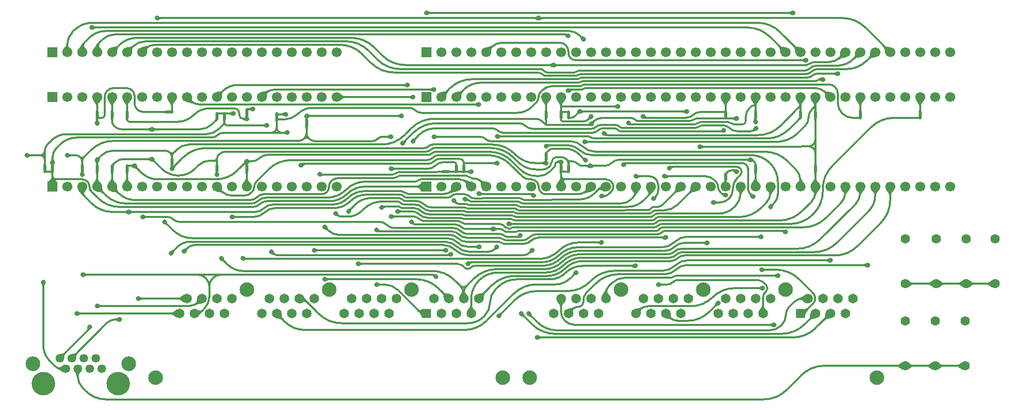
<source format=gtl>
%TF.GenerationSoftware,KiCad,Pcbnew,9.0.2*%
%TF.CreationDate,2025-06-08T18:51:19+02:00*%
%TF.ProjectId,HCP65 Component Tester,48435036-3520-4436-9f6d-706f6e656e74,V0*%
%TF.SameCoordinates,Original*%
%TF.FileFunction,Copper,L1,Top*%
%TF.FilePolarity,Positive*%
%FSLAX46Y46*%
G04 Gerber Fmt 4.6, Leading zero omitted, Abs format (unit mm)*
G04 Created by KiCad (PCBNEW 9.0.2) date 2025-06-08 18:51:19*
%MOMM*%
%LPD*%
G01*
G04 APERTURE LIST*
%TA.AperFunction,EtchedComponent*%
%ADD10C,0.000000*%
%TD*%
%TA.AperFunction,ComponentPad*%
%ADD11C,1.700000*%
%TD*%
%TA.AperFunction,ComponentPad*%
%ADD12R,1.700000X1.700000*%
%TD*%
%TA.AperFunction,ComponentPad*%
%ADD13C,2.475000*%
%TD*%
%TA.AperFunction,ComponentPad*%
%ADD14C,1.650000*%
%TD*%
%TA.AperFunction,ComponentPad*%
%ADD15R,1.650000X1.650000*%
%TD*%
%TA.AperFunction,ComponentPad*%
%ADD16C,2.500000*%
%TD*%
%TA.AperFunction,ComponentPad*%
%ADD17C,1.470000*%
%TD*%
%TA.AperFunction,WasherPad*%
%ADD18C,4.000000*%
%TD*%
%TA.AperFunction,ComponentPad*%
%ADD19C,1.600000*%
%TD*%
%TA.AperFunction,SMDPad,CuDef*%
%ADD20C,0.500000*%
%TD*%
%TA.AperFunction,ViaPad*%
%ADD21C,0.800000*%
%TD*%
%TA.AperFunction,Conductor*%
%ADD22C,0.300000*%
%TD*%
G04 APERTURE END LIST*
D10*
%TA.AperFunction,EtchedComponent*%
%TO.C,NT26*%
G36*
X119630000Y-20320000D02*
G01*
X119130000Y-20320000D01*
X119130000Y-19320000D01*
X119630000Y-19320000D01*
X119630000Y-20320000D01*
G37*
%TD.AperFunction*%
%TA.AperFunction,EtchedComponent*%
%TO.C,NT28*%
G36*
X84070000Y-11160000D02*
G01*
X83570000Y-11160000D01*
X83570000Y-10160000D01*
X84070000Y-10160000D01*
X84070000Y-11160000D01*
G37*
%TD.AperFunction*%
%TA.AperFunction,EtchedComponent*%
%TO.C,NT32*%
G36*
X119630000Y-11160000D02*
G01*
X119130000Y-11160000D01*
X119130000Y-10160000D01*
X119630000Y-10160000D01*
X119630000Y-11160000D01*
G37*
%TD.AperFunction*%
%TA.AperFunction,EtchedComponent*%
%TO.C,NT3*%
G36*
X5330000Y-20320000D02*
G01*
X4830000Y-20320000D01*
X4830000Y-19320000D01*
X5330000Y-19320000D01*
X5330000Y-20320000D01*
G37*
%TD.AperFunction*%
%TA.AperFunction,EtchedComponent*%
%TO.C,NT24*%
G36*
X86610000Y-20320000D02*
G01*
X86110000Y-20320000D01*
X86110000Y-19320000D01*
X86610000Y-19320000D01*
X86610000Y-20320000D01*
G37*
%TD.AperFunction*%
%TA.AperFunction,EtchedComponent*%
%TO.C,NT23*%
G36*
X87880000Y-20320000D02*
G01*
X87380000Y-20320000D01*
X87380000Y-19320000D01*
X87880000Y-19320000D01*
X87880000Y-20320000D01*
G37*
%TD.AperFunction*%
%TA.AperFunction,EtchedComponent*%
%TO.C,NT6*%
G36*
X12950000Y-20320000D02*
G01*
X12450000Y-20320000D01*
X12450000Y-19320000D01*
X12950000Y-19320000D01*
X12950000Y-20320000D01*
G37*
%TD.AperFunction*%
%TA.AperFunction,EtchedComponent*%
%TO.C,NT1*%
G36*
X-1020000Y-20320000D02*
G01*
X-1520000Y-20320000D01*
X-1520000Y-19320000D01*
X-1020000Y-19320000D01*
X-1020000Y-20320000D01*
G37*
%TD.AperFunction*%
%TA.AperFunction,EtchedComponent*%
%TO.C,NT15*%
G36*
X28190000Y-11430000D02*
G01*
X27690000Y-11430000D01*
X27690000Y-10430000D01*
X28190000Y-10430000D01*
X28190000Y-11430000D01*
G37*
%TD.AperFunction*%
%TA.AperFunction,EtchedComponent*%
%TO.C,NT25*%
G36*
X114550000Y-21709000D02*
G01*
X114050000Y-21709000D01*
X114050000Y-20709000D01*
X114550000Y-20709000D01*
X114550000Y-21709000D01*
G37*
%TD.AperFunction*%
%TA.AperFunction,EtchedComponent*%
%TO.C,NT21*%
G36*
X68830000Y-20320000D02*
G01*
X68330000Y-20320000D01*
X68330000Y-19320000D01*
X68830000Y-19320000D01*
X68830000Y-20320000D01*
G37*
%TD.AperFunction*%
%TA.AperFunction,EtchedComponent*%
%TO.C,NT5*%
G36*
X10410000Y-20320000D02*
G01*
X9910000Y-20320000D01*
X9910000Y-19320000D01*
X10410000Y-19320000D01*
X10410000Y-20320000D01*
G37*
%TD.AperFunction*%
%TA.AperFunction,EtchedComponent*%
%TO.C,NT4*%
G36*
X7870000Y-20320000D02*
G01*
X7370000Y-20320000D01*
X7370000Y-19320000D01*
X7870000Y-19320000D01*
X7870000Y-20320000D01*
G37*
%TD.AperFunction*%
%TA.AperFunction,EtchedComponent*%
%TO.C,NT36*%
G36*
X147570000Y-11160000D02*
G01*
X147070000Y-11160000D01*
X147070000Y-10160000D01*
X147570000Y-10160000D01*
X147570000Y-11160000D01*
G37*
%TD.AperFunction*%
%TA.AperFunction,EtchedComponent*%
%TO.C,NT30*%
G36*
X87880000Y-11160000D02*
G01*
X87380000Y-11160000D01*
X87380000Y-10160000D01*
X87880000Y-10160000D01*
X87880000Y-11160000D01*
G37*
%TD.AperFunction*%
%TA.AperFunction,EtchedComponent*%
%TO.C,NT16*%
G36*
X33304389Y-10691589D02*
G01*
X32804389Y-10691589D01*
X32804389Y-9691589D01*
X33304389Y-9691589D01*
X33304389Y-10691589D01*
G37*
%TD.AperFunction*%
%TA.AperFunction,EtchedComponent*%
%TO.C,NT14*%
G36*
X29460000Y-11430000D02*
G01*
X28960000Y-11430000D01*
X28960000Y-10430000D01*
X29460000Y-10430000D01*
X29460000Y-11430000D01*
G37*
%TD.AperFunction*%
%TA.AperFunction,EtchedComponent*%
%TO.C,NT31*%
G36*
X114550000Y-11160000D02*
G01*
X114050000Y-11160000D01*
X114050000Y-10160000D01*
X114550000Y-10160000D01*
X114550000Y-11160000D01*
G37*
%TD.AperFunction*%
%TA.AperFunction,EtchedComponent*%
%TO.C,NT22*%
G36*
X84070000Y-18280000D02*
G01*
X83570000Y-18280000D01*
X83570000Y-17280000D01*
X84070000Y-17280000D01*
X84070000Y-18280000D01*
G37*
%TD.AperFunction*%
%TA.AperFunction,EtchedComponent*%
%TO.C,NT12*%
G36*
X12950000Y-11160000D02*
G01*
X12450000Y-11160000D01*
X12450000Y-10160000D01*
X12950000Y-10160000D01*
X12950000Y-11160000D01*
G37*
%TD.AperFunction*%
%TA.AperFunction,EtchedComponent*%
%TO.C,NT2*%
G36*
X250000Y-20320000D02*
G01*
X-250000Y-20320000D01*
X-250000Y-19320000D01*
X250000Y-19320000D01*
X250000Y-20320000D01*
G37*
%TD.AperFunction*%
%TA.AperFunction,EtchedComponent*%
%TO.C,NT34*%
G36*
X129790000Y-11160000D02*
G01*
X129290000Y-11160000D01*
X129290000Y-10160000D01*
X129790000Y-10160000D01*
X129790000Y-11160000D01*
G37*
%TD.AperFunction*%
%TA.AperFunction,EtchedComponent*%
%TO.C,NT33*%
G36*
X127250000Y-11160000D02*
G01*
X126750000Y-11160000D01*
X126750000Y-10160000D01*
X127250000Y-10160000D01*
X127250000Y-11160000D01*
G37*
%TD.AperFunction*%
%TA.AperFunction,EtchedComponent*%
%TO.C,NT13*%
G36*
X20320000Y-10410000D02*
G01*
X19320000Y-10410000D01*
X19320000Y-9910000D01*
X20320000Y-9910000D01*
X20320000Y-10410000D01*
G37*
%TD.AperFunction*%
%TA.AperFunction,EtchedComponent*%
%TO.C,NT7*%
G36*
X20570000Y-19169000D02*
G01*
X20070000Y-19169000D01*
X20070000Y-18169000D01*
X20570000Y-18169000D01*
X20570000Y-19169000D01*
G37*
%TD.AperFunction*%
%TA.AperFunction,EtchedComponent*%
%TO.C,NT9*%
G36*
X33270000Y-20320000D02*
G01*
X32770000Y-20320000D01*
X32770000Y-19320000D01*
X33270000Y-19320000D01*
X33270000Y-20320000D01*
G37*
%TD.AperFunction*%
%TA.AperFunction,EtchedComponent*%
%TO.C,NT17*%
G36*
X38350000Y-11430000D02*
G01*
X37850000Y-11430000D01*
X37850000Y-10430000D01*
X38350000Y-10430000D01*
X38350000Y-11430000D01*
G37*
%TD.AperFunction*%
%TA.AperFunction,EtchedComponent*%
%TO.C,NT18*%
G36*
X43430000Y-12565000D02*
G01*
X42930000Y-12565000D01*
X42930000Y-11565000D01*
X43430000Y-11565000D01*
X43430000Y-12565000D01*
G37*
%TD.AperFunction*%
%TA.AperFunction,EtchedComponent*%
%TO.C,NT19*%
G36*
X70100000Y-20320000D02*
G01*
X69600000Y-20320000D01*
X69600000Y-19320000D01*
X70100000Y-19320000D01*
X70100000Y-20320000D01*
G37*
%TD.AperFunction*%
%TA.AperFunction,EtchedComponent*%
%TO.C,NT10*%
G36*
X7870000Y-11160000D02*
G01*
X7370000Y-11160000D01*
X7370000Y-10160000D01*
X7870000Y-10160000D01*
X7870000Y-11160000D01*
G37*
%TD.AperFunction*%
%TA.AperFunction,EtchedComponent*%
%TO.C,NT20*%
G36*
X67310000Y-20570000D02*
G01*
X66310000Y-20570000D01*
X66310000Y-20070000D01*
X67310000Y-20070000D01*
X67310000Y-20570000D01*
G37*
%TD.AperFunction*%
%TA.AperFunction,EtchedComponent*%
%TO.C,NT35*%
G36*
X137410000Y-11160000D02*
G01*
X136910000Y-11160000D01*
X136910000Y-10160000D01*
X137410000Y-10160000D01*
X137410000Y-11160000D01*
G37*
%TD.AperFunction*%
%TA.AperFunction,EtchedComponent*%
%TO.C,NT29*%
G36*
X86610000Y-11160000D02*
G01*
X86110000Y-11160000D01*
X86110000Y-10160000D01*
X86610000Y-10160000D01*
X86610000Y-11160000D01*
G37*
%TD.AperFunction*%
%TA.AperFunction,EtchedComponent*%
%TO.C,NT11*%
G36*
X10410000Y-11160000D02*
G01*
X9910000Y-11160000D01*
X9910000Y-10160000D01*
X10410000Y-10160000D01*
X10410000Y-11160000D01*
G37*
%TD.AperFunction*%
%TA.AperFunction,EtchedComponent*%
%TO.C,NT27*%
G36*
X129790000Y-20320000D02*
G01*
X129290000Y-20320000D01*
X129290000Y-19320000D01*
X129790000Y-19320000D01*
X129790000Y-20320000D01*
G37*
%TD.AperFunction*%
%TA.AperFunction,EtchedComponent*%
%TO.C,NT8*%
G36*
X28190000Y-20320000D02*
G01*
X27690000Y-20320000D01*
X27690000Y-19320000D01*
X28190000Y-19320000D01*
X28190000Y-20320000D01*
G37*
%TD.AperFunction*%
%TD*%
D11*
%TO.P,J6,36,Pin_36*%
%TO.N,Net-(J6-Pin_36)*%
X152400000Y-7620000D03*
%TO.P,J6,35,Pin_35*%
%TO.N,Net-(J6-Pin_35)*%
X149860000Y-7620000D03*
%TO.P,J6,34,Pin_34*%
%TO.N,Net-(J6-Pin_34)*%
X147320000Y-7620000D03*
%TO.P,J6,33,Pin_33*%
%TO.N,Net-(J6-Pin_33)*%
X144780000Y-7620000D03*
%TO.P,J6,32,Pin_32*%
%TO.N,/IO32*%
X142240000Y-7620000D03*
%TO.P,J6,31,Pin_31*%
%TO.N,/IO33*%
X139700000Y-7620000D03*
%TO.P,J6,30,Pin_30*%
%TO.N,/IO34*%
X137160000Y-7620000D03*
%TO.P,J6,29,Pin_29*%
%TO.N,/IO35*%
X134620000Y-7620000D03*
%TO.P,J6,28,Pin_28*%
%TO.N,/IO36*%
X132080000Y-7620000D03*
%TO.P,J6,27,Pin_27*%
%TO.N,/IO37*%
X129540000Y-7620000D03*
%TO.P,J6,26,Pin_26*%
%TO.N,/IO38*%
X127000000Y-7620000D03*
%TO.P,J6,25,Pin_25*%
%TO.N,/IO39*%
X124460000Y-7620000D03*
%TO.P,J6,24,Pin_24*%
%TO.N,/IO40*%
X121920000Y-7620000D03*
%TO.P,J6,23,Pin_23*%
%TO.N,/IO41*%
X119380000Y-7620000D03*
%TO.P,J6,22,Pin_22*%
%TO.N,/IO42*%
X116840000Y-7620000D03*
%TO.P,J6,21,Pin_21*%
%TO.N,/IO43*%
X114300000Y-7620000D03*
%TO.P,J6,20,Pin_20*%
%TO.N,/IO44*%
X111760000Y-7620000D03*
%TO.P,J6,19,Pin_19*%
%TO.N,/IO45*%
X109220000Y-7620000D03*
%TO.P,J6,18,Pin_18*%
%TO.N,/IO46*%
X106680000Y-7620000D03*
%TO.P,J6,17,Pin_17*%
%TO.N,/IO47*%
X104140000Y-7620000D03*
%TO.P,J6,16,Pin_16*%
%TO.N,/IO48*%
X101600000Y-7620000D03*
%TO.P,J6,15,Pin_15*%
%TO.N,/IO49*%
X99060000Y-7620000D03*
%TO.P,J6,14,Pin_14*%
%TO.N,/IO50*%
X96520000Y-7620000D03*
%TO.P,J6,13,Pin_13*%
%TO.N,/IO51*%
X93980000Y-7620000D03*
%TO.P,J6,12,Pin_12*%
%TO.N,/IO52*%
X91440000Y-7620000D03*
%TO.P,J6,11,Pin_11*%
%TO.N,/IO53*%
X88900000Y-7620000D03*
%TO.P,J6,10,Pin_10*%
%TO.N,/IO54*%
X86360000Y-7620000D03*
%TO.P,J6,9,Pin_9*%
%TO.N,/IO55*%
X83820000Y-7620000D03*
%TO.P,J6,8,Pin_8*%
%TO.N,/IO56*%
X81280000Y-7620000D03*
%TO.P,J6,7,Pin_7*%
%TO.N,/IO57*%
X78740000Y-7620000D03*
%TO.P,J6,6,Pin_6*%
%TO.N,/IO58*%
X76200000Y-7620000D03*
%TO.P,J6,5,Pin_5*%
%TO.N,/IO59*%
X73660000Y-7620000D03*
%TO.P,J6,4,Pin_4*%
%TO.N,/IO60*%
X71120000Y-7620000D03*
%TO.P,J6,3,Pin_3*%
%TO.N,/IO61*%
X68580000Y-7620000D03*
%TO.P,J6,2,Pin_2*%
%TO.N,/IO62*%
X66040000Y-7620000D03*
D12*
%TO.P,J6,1,Pin_1*%
%TO.N,/IO63*%
X63500000Y-7620000D03*
%TD*%
D13*
%TO.P,J1,MH5,MH5*%
%TO.N,unconnected-(J1-PadMH5)*%
X76450000Y-55370000D03*
%TO.P,J1,MH4,MH4*%
%TO.N,unconnected-(J1-PadMH4)*%
X60960000Y-40390000D03*
%TO.P,J1,MH3,MH3*%
%TO.N,unconnected-(J1-PadMH3)*%
X46990000Y-40390000D03*
%TO.P,J1,MH2,MH2*%
%TO.N,unconnected-(J1-PadMH2)*%
X33020000Y-40390000D03*
%TO.P,J1,MH1,MH1*%
%TO.N,unconnected-(J1-PadMH1)*%
X17530000Y-55370000D03*
D14*
%TO.P,J1,D8,D8*%
%TO.N,/IO7*%
X30480000Y-41910000D03*
%TO.P,J1,D7,D7*%
%TO.N,/IO6*%
X29210000Y-44450000D03*
%TO.P,J1,D6,D6*%
%TO.N,/IO5*%
X27940000Y-41910000D03*
%TO.P,J1,D5,D5*%
%TO.N,/IO4*%
X26670000Y-44450000D03*
%TO.P,J1,D4,D4*%
%TO.N,/IO3*%
X25400000Y-41910000D03*
%TO.P,J1,D3,D3*%
%TO.N,/IO2*%
X22860000Y-41910000D03*
%TO.P,J1,D2,D2*%
%TO.N,/IO1*%
X24130000Y-44450000D03*
%TO.P,J1,D1,D1*%
%TO.N,/IO0*%
X21590000Y-44450000D03*
%TO.P,J1,C8,C8*%
%TO.N,/IO15*%
X44450000Y-41910000D03*
%TO.P,J1,C7,C7*%
%TO.N,/IO14*%
X43180000Y-44450000D03*
%TO.P,J1,C6,C6*%
%TO.N,/IO13*%
X41910000Y-41910000D03*
%TO.P,J1,C5,C5*%
%TO.N,/IO12*%
X40640000Y-44450000D03*
%TO.P,J1,C4,C4*%
%TO.N,/IO11*%
X39370000Y-41910000D03*
%TO.P,J1,C3,C3*%
%TO.N,/IO10*%
X38100000Y-44450000D03*
%TO.P,J1,C2,C2*%
%TO.N,/IO9*%
X36830000Y-41910000D03*
%TO.P,J1,C1,C1*%
%TO.N,/IO8*%
X35560000Y-44450000D03*
%TO.P,J1,B8,B8*%
%TO.N,/IO23*%
X58420000Y-41910000D03*
%TO.P,J1,B7,B7*%
%TO.N,/IO22*%
X57150000Y-44450000D03*
%TO.P,J1,B6,B6*%
%TO.N,/IO21*%
X55880000Y-41910000D03*
%TO.P,J1,B5,B5*%
%TO.N,/IO20*%
X54610000Y-44450000D03*
%TO.P,J1,B4,B4*%
%TO.N,/IO19*%
X53340000Y-41910000D03*
%TO.P,J1,B3,B3*%
%TO.N,/IO18*%
X50800000Y-41910000D03*
%TO.P,J1,B2,B2*%
%TO.N,/IO17*%
X52070000Y-44450000D03*
%TO.P,J1,B1,B1*%
%TO.N,/IO16*%
X49530000Y-44450000D03*
%TO.P,J1,A8,A8*%
%TO.N,/IO31*%
X72390000Y-41910000D03*
%TO.P,J1,A7,A7*%
%TO.N,/IO30*%
X71120000Y-44450000D03*
%TO.P,J1,A6,A6*%
%TO.N,/IO29*%
X69850000Y-41910000D03*
%TO.P,J1,A5,A5*%
%TO.N,/IO28*%
X68580000Y-44450000D03*
%TO.P,J1,A4,A4*%
%TO.N,/IO27*%
X67310000Y-41910000D03*
%TO.P,J1,A3,A3*%
%TO.N,/IO26*%
X66040000Y-44450000D03*
%TO.P,J1,A2,A2*%
%TO.N,/IO25*%
X64770000Y-41910000D03*
D15*
%TO.P,J1,A1,A1*%
%TO.N,/IO24*%
X63500000Y-44450000D03*
%TD*%
D11*
%TO.P,J8,20,Pin_20*%
%TO.N,/IO19*%
X48260000Y-22860000D03*
%TO.P,J8,19,Pin_19*%
%TO.N,/IO18*%
X45720000Y-22860000D03*
%TO.P,J8,18,Pin_18*%
%TO.N,/IO17*%
X43180000Y-22860000D03*
%TO.P,J8,17,Pin_17*%
%TO.N,/IO16*%
X40640000Y-22860000D03*
%TO.P,J8,16,Pin_16*%
%TO.N,/IO15*%
X38100000Y-22860000D03*
%TO.P,J8,15,Pin_15*%
%TO.N,/IO14*%
X35560000Y-22860000D03*
%TO.P,J8,14,Pin_14*%
%TO.N,/IO13*%
X33020000Y-22860000D03*
%TO.P,J8,13,Pin_13*%
%TO.N,/IO12*%
X30480000Y-22860000D03*
%TO.P,J8,12,Pin_12*%
%TO.N,/IO11*%
X27940000Y-22860000D03*
%TO.P,J8,11,Pin_11*%
%TO.N,/IO10*%
X25400000Y-22860000D03*
%TO.P,J8,10,Pin_10*%
%TO.N,/IO9*%
X22860000Y-22860000D03*
%TO.P,J8,9,Pin_9*%
%TO.N,/IO8*%
X20320000Y-22860000D03*
%TO.P,J8,8,Pin_8*%
%TO.N,/IO7*%
X17780000Y-22860000D03*
%TO.P,J8,7,Pin_7*%
%TO.N,/IO6*%
X15240000Y-22860000D03*
%TO.P,J8,6,Pin_6*%
%TO.N,/IO5*%
X12700000Y-22860000D03*
%TO.P,J8,5,Pin_5*%
%TO.N,/IO4*%
X10160000Y-22860000D03*
%TO.P,J8,4,Pin_4*%
%TO.N,/IO3*%
X7620000Y-22860000D03*
%TO.P,J8,3,Pin_3*%
%TO.N,/IO2*%
X5080000Y-22860000D03*
%TO.P,J8,2,Pin_2*%
%TO.N,/IO1*%
X2540000Y-22860000D03*
D12*
%TO.P,J8,1,Pin_1*%
%TO.N,/IO0*%
X0Y-22860000D03*
%TD*%
D11*
%TO.P,J5,36,Pin_36*%
%TO.N,Net-(J5-Pin_36)*%
X152400000Y-22860000D03*
%TO.P,J5,35,Pin_35*%
%TO.N,Net-(J5-Pin_35)*%
X149860000Y-22860000D03*
%TO.P,J5,34,Pin_34*%
%TO.N,Net-(J5-Pin_34)*%
X147320000Y-22860000D03*
%TO.P,J5,33,Pin_33*%
%TO.N,Net-(J5-Pin_33)*%
X144780000Y-22860000D03*
%TO.P,J5,32,Pin_32*%
%TO.N,/IO31*%
X142240000Y-22860000D03*
%TO.P,J5,31,Pin_31*%
%TO.N,/IO30*%
X139700000Y-22860000D03*
%TO.P,J5,30,Pin_30*%
%TO.N,/IO29*%
X137160000Y-22860000D03*
%TO.P,J5,29,Pin_29*%
%TO.N,/IO28*%
X134620000Y-22860000D03*
%TO.P,J5,28,Pin_28*%
%TO.N,/IO27*%
X132080000Y-22860000D03*
%TO.P,J5,27,Pin_27*%
%TO.N,/IO26*%
X129540000Y-22860000D03*
%TO.P,J5,26,Pin_26*%
%TO.N,/IO25*%
X127000000Y-22860000D03*
%TO.P,J5,25,Pin_25*%
%TO.N,/IO24*%
X124460000Y-22860000D03*
%TO.P,J5,24,Pin_24*%
%TO.N,/IO23*%
X121920000Y-22860000D03*
%TO.P,J5,23,Pin_23*%
%TO.N,/IO22*%
X119380000Y-22860000D03*
%TO.P,J5,22,Pin_22*%
%TO.N,/IO21*%
X116840000Y-22860000D03*
%TO.P,J5,21,Pin_21*%
%TO.N,/IO20*%
X114300000Y-22860000D03*
%TO.P,J5,20,Pin_20*%
%TO.N,/IO19*%
X111760000Y-22860000D03*
%TO.P,J5,19,Pin_19*%
%TO.N,/IO18*%
X109220000Y-22860000D03*
%TO.P,J5,18,Pin_18*%
%TO.N,/IO17*%
X106680000Y-22860000D03*
%TO.P,J5,17,Pin_17*%
%TO.N,/IO16*%
X104140000Y-22860000D03*
%TO.P,J5,16,Pin_16*%
%TO.N,/IO15*%
X101600000Y-22860000D03*
%TO.P,J5,15,Pin_15*%
%TO.N,/IO14*%
X99060000Y-22860000D03*
%TO.P,J5,14,Pin_14*%
%TO.N,/IO13*%
X96520000Y-22860000D03*
%TO.P,J5,13,Pin_13*%
%TO.N,/IO12*%
X93980000Y-22860000D03*
%TO.P,J5,12,Pin_12*%
%TO.N,/IO11*%
X91440000Y-22860000D03*
%TO.P,J5,11,Pin_11*%
%TO.N,/IO10*%
X88900000Y-22860000D03*
%TO.P,J5,10,Pin_10*%
%TO.N,/IO9*%
X86360000Y-22860000D03*
%TO.P,J5,9,Pin_9*%
%TO.N,/IO8*%
X83820000Y-22860000D03*
%TO.P,J5,8,Pin_8*%
%TO.N,/IO7*%
X81280000Y-22860000D03*
%TO.P,J5,7,Pin_7*%
%TO.N,/IO6*%
X78740000Y-22860000D03*
%TO.P,J5,6,Pin_6*%
%TO.N,/IO5*%
X76200000Y-22860000D03*
%TO.P,J5,5,Pin_5*%
%TO.N,/IO4*%
X73660000Y-22860000D03*
%TO.P,J5,4,Pin_4*%
%TO.N,/IO3*%
X71120000Y-22860000D03*
%TO.P,J5,3,Pin_3*%
%TO.N,/IO2*%
X68580000Y-22860000D03*
%TO.P,J5,2,Pin_2*%
%TO.N,/IO1*%
X66040000Y-22860000D03*
D12*
%TO.P,J5,1,Pin_1*%
%TO.N,/IO0*%
X63500000Y-22860000D03*
%TD*%
D16*
%TO.P,J2,MH2,MH2*%
%TO.N,unconnected-(J2-PadMH2)*%
X-3304000Y-52958000D03*
%TO.P,J2,MH1,MH1*%
%TO.N,unconnected-(J2-PadMH1)*%
X12956000Y-52958000D03*
D17*
%TO.P,J2,8,8*%
%TO.N,/GND_{1}*%
X1266000Y-52068000D03*
%TO.P,J2,7,7*%
%TO.N,/GND_{2}*%
X2286000Y-53848000D03*
%TO.P,J2,6,6*%
%TO.N,/GND_{3}*%
X3306000Y-52068000D03*
%TO.P,J2,5,5*%
%TO.N,/GND_{4}*%
X4326000Y-53848000D03*
%TO.P,J2,4,4*%
%TO.N,/5V_{1}*%
X5346000Y-52068000D03*
%TO.P,J2,3,3*%
%TO.N,/5V_{2}*%
X6366000Y-53848000D03*
%TO.P,J2,2,2*%
%TO.N,/5V_{3}*%
X7386000Y-52068000D03*
%TO.P,J2,1,1*%
%TO.N,/12V*%
X8406000Y-53848000D03*
D18*
%TO.P,J2,*%
%TO.N,*%
X11176000Y-56388000D03*
X-1524000Y-56388000D03*
%TD*%
D11*
%TO.P,J7,36,Pin_36*%
%TO.N,Net-(J6-Pin_36)*%
X152400000Y0D03*
%TO.P,J7,35,Pin_35*%
%TO.N,Net-(J6-Pin_35)*%
X149860000Y0D03*
%TO.P,J7,34,Pin_34*%
%TO.N,Net-(J6-Pin_34)*%
X147320000Y0D03*
%TO.P,J7,33,Pin_33*%
%TO.N,Net-(J6-Pin_33)*%
X144780000Y0D03*
%TO.P,J7,32,Pin_32*%
%TO.N,/IO32*%
X142240000Y0D03*
%TO.P,J7,31,Pin_31*%
%TO.N,/IO33*%
X139700000Y0D03*
%TO.P,J7,30,Pin_30*%
%TO.N,/IO34*%
X137160000Y0D03*
%TO.P,J7,29,Pin_29*%
%TO.N,/IO35*%
X134620000Y0D03*
%TO.P,J7,28,Pin_28*%
%TO.N,/IO36*%
X132080000Y0D03*
%TO.P,J7,27,Pin_27*%
%TO.N,/IO37*%
X129540000Y0D03*
%TO.P,J7,26,Pin_26*%
%TO.N,/IO38*%
X127000000Y0D03*
%TO.P,J7,25,Pin_25*%
%TO.N,/IO39*%
X124460000Y0D03*
%TO.P,J7,24,Pin_24*%
%TO.N,/IO40*%
X121920000Y0D03*
%TO.P,J7,23,Pin_23*%
%TO.N,/IO41*%
X119380000Y0D03*
%TO.P,J7,22,Pin_22*%
%TO.N,/IO42*%
X116840000Y0D03*
%TO.P,J7,21,Pin_21*%
%TO.N,/IO43*%
X114300000Y0D03*
%TO.P,J7,20,Pin_20*%
%TO.N,/IO44*%
X111760000Y0D03*
%TO.P,J7,19,Pin_19*%
%TO.N,/IO45*%
X109220000Y0D03*
%TO.P,J7,18,Pin_18*%
%TO.N,/IO46*%
X106680000Y0D03*
%TO.P,J7,17,Pin_17*%
%TO.N,/IO47*%
X104140000Y0D03*
%TO.P,J7,16,Pin_16*%
%TO.N,/IO48*%
X101600000Y0D03*
%TO.P,J7,15,Pin_15*%
%TO.N,/IO49*%
X99060000Y0D03*
%TO.P,J7,14,Pin_14*%
%TO.N,/IO50*%
X96520000Y0D03*
%TO.P,J7,13,Pin_13*%
%TO.N,/IO51*%
X93980000Y0D03*
%TO.P,J7,12,Pin_12*%
%TO.N,/IO52*%
X91440000Y0D03*
%TO.P,J7,11,Pin_11*%
%TO.N,/IO53*%
X88900000Y0D03*
%TO.P,J7,10,Pin_10*%
%TO.N,/IO54*%
X86360000Y0D03*
%TO.P,J7,9,Pin_9*%
%TO.N,/IO55*%
X83820000Y0D03*
%TO.P,J7,8,Pin_8*%
%TO.N,/IO56*%
X81280000Y0D03*
%TO.P,J7,7,Pin_7*%
%TO.N,/IO57*%
X78740000Y0D03*
%TO.P,J7,6,Pin_6*%
%TO.N,/IO58*%
X76200000Y0D03*
%TO.P,J7,5,Pin_5*%
%TO.N,/IO59*%
X73660000Y0D03*
%TO.P,J7,4,Pin_4*%
%TO.N,/IO60*%
X71120000Y0D03*
%TO.P,J7,3,Pin_3*%
%TO.N,/IO61*%
X68580000Y0D03*
%TO.P,J7,2,Pin_2*%
%TO.N,/IO62*%
X66040000Y0D03*
D12*
%TO.P,J7,1,Pin_1*%
%TO.N,/IO63*%
X63500000Y0D03*
%TD*%
D11*
%TO.P,J3,20,Pin_20*%
%TO.N,/IO20*%
X48260000Y-7620000D03*
%TO.P,J3,19,Pin_19*%
%TO.N,/IO21*%
X45720000Y-7620000D03*
%TO.P,J3,18,Pin_18*%
%TO.N,/IO22*%
X43180000Y-7620000D03*
%TO.P,J3,17,Pin_17*%
%TO.N,/IO23*%
X40640000Y-7620000D03*
%TO.P,J3,16,Pin_16*%
%TO.N,/IO24*%
X38100000Y-7620000D03*
%TO.P,J3,15,Pin_15*%
%TO.N,/IO25*%
X35560000Y-7620000D03*
%TO.P,J3,14,Pin_14*%
%TO.N,/IO26*%
X33020000Y-7620000D03*
%TO.P,J3,13,Pin_13*%
%TO.N,/IO27*%
X30480000Y-7620000D03*
%TO.P,J3,12,Pin_12*%
%TO.N,/IO28*%
X27940000Y-7620000D03*
%TO.P,J3,11,Pin_11*%
%TO.N,/IO29*%
X25400000Y-7620000D03*
%TO.P,J3,10,Pin_10*%
%TO.N,/IO30*%
X22860000Y-7620000D03*
%TO.P,J3,9,Pin_9*%
%TO.N,/IO31*%
X20320000Y-7620000D03*
%TO.P,J3,8,Pin_8*%
%TO.N,/IO32*%
X17780000Y-7620000D03*
%TO.P,J3,7,Pin_7*%
%TO.N,/IO33*%
X15240000Y-7620000D03*
%TO.P,J3,6,Pin_6*%
%TO.N,/IO34*%
X12700000Y-7620000D03*
%TO.P,J3,5,Pin_5*%
%TO.N,/IO35*%
X10160000Y-7620000D03*
%TO.P,J3,4,Pin_4*%
%TO.N,/IO36*%
X7620000Y-7620000D03*
%TO.P,J3,3,Pin_3*%
%TO.N,/IO37*%
X5080000Y-7620000D03*
%TO.P,J3,2,Pin_2*%
%TO.N,/IO38*%
X2540000Y-7620000D03*
D12*
%TO.P,J3,1,Pin_1*%
%TO.N,/IO39*%
X0Y-7620000D03*
%TD*%
D13*
%TO.P,J4,MH5,MH5*%
%TO.N,unconnected-(J4-PadMH5)*%
X139950000Y-55370000D03*
%TO.P,J4,MH4,MH4*%
%TO.N,unconnected-(J4-PadMH4)*%
X124460000Y-40390000D03*
%TO.P,J4,MH3,MH3*%
%TO.N,unconnected-(J4-PadMH3)*%
X110490000Y-40390000D03*
%TO.P,J4,MH2,MH2*%
%TO.N,unconnected-(J4-PadMH2)*%
X96520000Y-40390000D03*
%TO.P,J4,MH1,MH1*%
%TO.N,unconnected-(J4-PadMH1)*%
X81030000Y-55370000D03*
D14*
%TO.P,J4,D8,D8*%
%TO.N,/IO39*%
X93980000Y-41910000D03*
%TO.P,J4,D7,D7*%
%TO.N,/IO38*%
X92710000Y-44450000D03*
%TO.P,J4,D6,D6*%
%TO.N,/IO37*%
X91440000Y-41910000D03*
%TO.P,J4,D5,D5*%
%TO.N,/IO36*%
X90170000Y-44450000D03*
%TO.P,J4,D4,D4*%
%TO.N,/IO35*%
X88900000Y-41910000D03*
%TO.P,J4,D3,D3*%
%TO.N,/IO34*%
X86360000Y-41910000D03*
%TO.P,J4,D2,D2*%
%TO.N,/IO33*%
X87630000Y-44450000D03*
%TO.P,J4,D1,D1*%
%TO.N,/IO32*%
X85090000Y-44450000D03*
%TO.P,J4,C8,C8*%
%TO.N,/IO47*%
X107950000Y-41910000D03*
%TO.P,J4,C7,C7*%
%TO.N,/IO46*%
X106680000Y-44450000D03*
%TO.P,J4,C6,C6*%
%TO.N,/IO45*%
X105410000Y-41910000D03*
%TO.P,J4,C5,C5*%
%TO.N,/IO44*%
X104140000Y-44450000D03*
%TO.P,J4,C4,C4*%
%TO.N,/IO43*%
X102870000Y-41910000D03*
%TO.P,J4,C3,C3*%
%TO.N,/IO42*%
X101600000Y-44450000D03*
%TO.P,J4,C2,C2*%
%TO.N,/IO41*%
X100330000Y-41910000D03*
%TO.P,J4,C1,C1*%
%TO.N,/IO40*%
X99060000Y-44450000D03*
%TO.P,J4,B8,B8*%
%TO.N,/IO55*%
X121920000Y-41910000D03*
%TO.P,J4,B7,B7*%
%TO.N,/IO54*%
X120650000Y-44450000D03*
%TO.P,J4,B6,B6*%
%TO.N,/IO53*%
X119380000Y-41910000D03*
%TO.P,J4,B5,B5*%
%TO.N,/IO52*%
X118110000Y-44450000D03*
%TO.P,J4,B4,B4*%
%TO.N,/IO51*%
X116840000Y-41910000D03*
%TO.P,J4,B3,B3*%
%TO.N,/IO50*%
X114300000Y-41910000D03*
%TO.P,J4,B2,B2*%
%TO.N,/IO49*%
X115570000Y-44450000D03*
%TO.P,J4,B1,B1*%
%TO.N,/IO48*%
X113030000Y-44450000D03*
%TO.P,J4,A8,A8*%
%TO.N,/IO63*%
X135890000Y-41910000D03*
%TO.P,J4,A7,A7*%
%TO.N,/IO62*%
X134620000Y-44450000D03*
%TO.P,J4,A6,A6*%
%TO.N,/IO61*%
X133350000Y-41910000D03*
%TO.P,J4,A5,A5*%
%TO.N,/IO60*%
X132080000Y-44450000D03*
%TO.P,J4,A4,A4*%
%TO.N,/IO59*%
X130810000Y-41910000D03*
%TO.P,J4,A3,A3*%
%TO.N,/IO58*%
X129540000Y-44450000D03*
%TO.P,J4,A2,A2*%
%TO.N,/IO57*%
X128270000Y-41910000D03*
D15*
%TO.P,J4,A1,A1*%
%TO.N,/IO56*%
X127000000Y-44450000D03*
%TD*%
D11*
%TO.P,J9,20,Pin_20*%
%TO.N,/IO20*%
X48260000Y0D03*
%TO.P,J9,19,Pin_19*%
%TO.N,/IO21*%
X45720000Y0D03*
%TO.P,J9,18,Pin_18*%
%TO.N,/IO22*%
X43180000Y0D03*
%TO.P,J9,17,Pin_17*%
%TO.N,/IO23*%
X40640000Y0D03*
%TO.P,J9,16,Pin_16*%
%TO.N,/IO24*%
X38100000Y0D03*
%TO.P,J9,15,Pin_15*%
%TO.N,/IO25*%
X35560000Y0D03*
%TO.P,J9,14,Pin_14*%
%TO.N,/IO26*%
X33020000Y0D03*
%TO.P,J9,13,Pin_13*%
%TO.N,/IO27*%
X30480000Y0D03*
%TO.P,J9,12,Pin_12*%
%TO.N,/IO28*%
X27940000Y0D03*
%TO.P,J9,11,Pin_11*%
%TO.N,/IO29*%
X25400000Y0D03*
%TO.P,J9,10,Pin_10*%
%TO.N,/IO30*%
X22860000Y0D03*
%TO.P,J9,9,Pin_9*%
%TO.N,/IO31*%
X20320000Y0D03*
%TO.P,J9,8,Pin_8*%
%TO.N,/IO32*%
X17780000Y0D03*
%TO.P,J9,7,Pin_7*%
%TO.N,/IO33*%
X15240000Y0D03*
%TO.P,J9,6,Pin_6*%
%TO.N,/IO34*%
X12700000Y0D03*
%TO.P,J9,5,Pin_5*%
%TO.N,/IO35*%
X10160000Y0D03*
%TO.P,J9,4,Pin_4*%
%TO.N,/IO36*%
X7620000Y0D03*
%TO.P,J9,3,Pin_3*%
%TO.N,/IO37*%
X5080000Y0D03*
%TO.P,J9,2,Pin_2*%
%TO.N,/IO38*%
X2540000Y0D03*
D12*
%TO.P,J9,1,Pin_1*%
%TO.N,/IO39*%
X0Y0D03*
%TD*%
D19*
%TO.P,R2,2*%
%TO.N,Net-(J5-Pin_34)*%
X150100000Y-31750000D03*
%TO.P,R2,1*%
%TO.N,/GND_{4}*%
X150100000Y-39370000D03*
%TD*%
%TO.P,R6,2*%
%TO.N,Net-(J6-Pin_33)*%
X144780000Y-45720000D03*
%TO.P,R6,1*%
%TO.N,/GND_{4}*%
X144780000Y-53340000D03*
%TD*%
%TO.P,R1,2*%
%TO.N,Net-(J5-Pin_33)*%
X144780000Y-31750000D03*
%TO.P,R1,1*%
%TO.N,/GND_{4}*%
X144780000Y-39370000D03*
%TD*%
%TO.P,R3,2*%
%TO.N,Net-(J5-Pin_35)*%
X155180000Y-31750000D03*
%TO.P,R3,1*%
%TO.N,/GND_{4}*%
X155180000Y-39370000D03*
%TD*%
%TO.P,R9,2*%
%TO.N,Net-(J6-Pin_35)*%
X149860000Y-45720000D03*
%TO.P,R9,1*%
%TO.N,/GND_{4}*%
X149860000Y-53340000D03*
%TD*%
%TO.P,R10,2*%
%TO.N,Net-(J6-Pin_36)*%
X154940000Y-45720000D03*
%TO.P,R10,1*%
%TO.N,/GND_{4}*%
X154940000Y-53340000D03*
%TD*%
%TO.P,R4,2*%
%TO.N,Net-(J5-Pin_36)*%
X160020000Y-31750000D03*
%TO.P,R4,1*%
%TO.N,/GND_{4}*%
X160020000Y-39370000D03*
%TD*%
D20*
%TO.P,NT26,2,2*%
%TO.N,/IO22*%
X119380000Y-20320000D03*
%TO.P,NT26,1,1*%
%TO.N,/GND_{2}*%
X119380000Y-19320000D03*
%TD*%
%TO.P,NT28,2,2*%
%TO.N,/GND_{1}*%
X83820000Y-11160000D03*
%TO.P,NT28,1,1*%
%TO.N,/IO55*%
X83820000Y-10160000D03*
%TD*%
%TO.P,NT32,2,2*%
%TO.N,/GND_{2}*%
X119380000Y-11160000D03*
%TO.P,NT32,1,1*%
%TO.N,/IO41*%
X119380000Y-10160000D03*
%TD*%
%TO.P,NT3,2,2*%
%TO.N,/IO2*%
X5080000Y-20320000D03*
%TO.P,NT3,1,1*%
%TO.N,/5V_{3}*%
X5080000Y-19320000D03*
%TD*%
%TO.P,NT24,2,2*%
%TO.N,/IO9*%
X86360000Y-20320000D03*
%TO.P,NT24,1,1*%
%TO.N,/GND_{3}*%
X86360000Y-19320000D03*
%TD*%
%TO.P,NT23,2,2*%
%TO.N,/IO9*%
X87630000Y-20320000D03*
%TO.P,NT23,1,1*%
%TO.N,/GND_{2}*%
X87630000Y-19320000D03*
%TD*%
%TO.P,NT6,2,2*%
%TO.N,/IO5*%
X12700000Y-20320000D03*
%TO.P,NT6,1,1*%
%TO.N,/GND_{3}*%
X12700000Y-19320000D03*
%TD*%
%TO.P,NT1,2,2*%
%TO.N,/IO0*%
X-1270000Y-20320000D03*
%TO.P,NT1,1,1*%
%TO.N,/5V_{1}*%
X-1270000Y-19320000D03*
%TD*%
%TO.P,NT15,2,2*%
%TO.N,/GND_{2}*%
X27940000Y-11430000D03*
%TO.P,NT15,1,1*%
%TO.N,/IO28*%
X27940000Y-10430000D03*
%TD*%
%TO.P,NT25,2,2*%
%TO.N,/IO20*%
X114300000Y-21709000D03*
%TO.P,NT25,1,1*%
%TO.N,/GND_{1}*%
X114300000Y-20709000D03*
%TD*%
%TO.P,NT21,2,2*%
%TO.N,/IO2*%
X68580000Y-20320000D03*
%TO.P,NT21,1,1*%
%TO.N,/5V_{3}*%
X68580000Y-19320000D03*
%TD*%
%TO.P,NT5,2,2*%
%TO.N,/IO4*%
X10160000Y-20320000D03*
%TO.P,NT5,1,1*%
%TO.N,/GND_{2}*%
X10160000Y-19320000D03*
%TD*%
%TO.P,NT4,2,2*%
%TO.N,/IO3*%
X7620000Y-20320000D03*
%TO.P,NT4,1,1*%
%TO.N,/GND_{1}*%
X7620000Y-19320000D03*
%TD*%
%TO.P,NT36,2,2*%
%TO.N,/5V_{3}*%
X147320000Y-11160000D03*
%TO.P,NT36,1,1*%
%TO.N,Net-(J6-Pin_34)*%
X147320000Y-10160000D03*
%TD*%
%TO.P,NT30,2,2*%
%TO.N,/GND_{3}*%
X87630000Y-11160000D03*
%TO.P,NT30,1,1*%
%TO.N,/IO54*%
X87630000Y-10160000D03*
%TD*%
%TO.P,NT16,2,2*%
%TO.N,/GND_{3}*%
X33054389Y-10691589D03*
%TO.P,NT16,1,1*%
%TO.N,/IO26*%
X33054389Y-9691589D03*
%TD*%
%TO.P,NT14,2,2*%
%TO.N,/5V_{1}*%
X29210000Y-11430000D03*
%TO.P,NT14,1,1*%
%TO.N,/IO28*%
X29210000Y-10430000D03*
%TD*%
%TO.P,NT31,2,2*%
%TO.N,/GND_{1}*%
X114300000Y-11160000D03*
%TO.P,NT31,1,1*%
%TO.N,/IO43*%
X114300000Y-10160000D03*
%TD*%
%TO.P,NT22,2,2*%
%TO.N,/IO8*%
X83820000Y-18280000D03*
%TO.P,NT22,1,1*%
%TO.N,/GND_{1}*%
X83820000Y-17280000D03*
%TD*%
%TO.P,NT12,2,2*%
%TO.N,/GND_{3}*%
X12700000Y-11160000D03*
%TO.P,NT12,1,1*%
%TO.N,/IO34*%
X12700000Y-10160000D03*
%TD*%
%TO.P,NT2,2,2*%
%TO.N,/IO0*%
X0Y-20320000D03*
%TO.P,NT2,1,1*%
%TO.N,/5V_{2}*%
X0Y-19320000D03*
%TD*%
%TO.P,NT34,2,2*%
%TO.N,/GND_{3}*%
X129540000Y-11160000D03*
%TO.P,NT34,1,1*%
%TO.N,/IO37*%
X129540000Y-10160000D03*
%TD*%
%TO.P,NT33,2,2*%
%TO.N,/5V_{1}*%
X127000000Y-11160000D03*
%TO.P,NT33,1,1*%
%TO.N,/IO38*%
X127000000Y-10160000D03*
%TD*%
%TO.P,NT13,2,2*%
%TO.N,/GND_{1}*%
X19320000Y-10160000D03*
%TO.P,NT13,1,1*%
%TO.N,/IO31*%
X20320000Y-10160000D03*
%TD*%
%TO.P,NT7,2,2*%
%TO.N,/IO8*%
X20320000Y-19169000D03*
%TO.P,NT7,1,1*%
%TO.N,/GND_{1}*%
X20320000Y-18169000D03*
%TD*%
%TO.P,NT9,2,2*%
%TO.N,/IO13*%
X33020000Y-20320000D03*
%TO.P,NT9,1,1*%
%TO.N,/GND_{3}*%
X33020000Y-19320000D03*
%TD*%
%TO.P,NT17,2,2*%
%TO.N,/5V_{2}*%
X38100000Y-11430000D03*
%TO.P,NT17,1,1*%
%TO.N,/IO24*%
X38100000Y-10430000D03*
%TD*%
%TO.P,NT18,2,2*%
%TO.N,/5V_{3}*%
X43180000Y-12565000D03*
%TO.P,NT18,1,1*%
%TO.N,/IO22*%
X43180000Y-11565000D03*
%TD*%
%TO.P,NT19,2,2*%
%TO.N,/IO2*%
X69850000Y-20320000D03*
%TO.P,NT19,1,1*%
%TO.N,/5V_{1}*%
X69850000Y-19320000D03*
%TD*%
%TO.P,NT10,2,2*%
%TO.N,/GND_{1}*%
X7620000Y-11160000D03*
%TO.P,NT10,1,1*%
%TO.N,/IO36*%
X7620000Y-10160000D03*
%TD*%
%TO.P,NT20,2,2*%
%TO.N,/IO2*%
X67310000Y-20320000D03*
%TO.P,NT20,1,1*%
%TO.N,/5V_{2}*%
X66310000Y-20320000D03*
%TD*%
%TO.P,NT35,2,2*%
%TO.N,/5V_{2}*%
X137160000Y-11160000D03*
%TO.P,NT35,1,1*%
%TO.N,/IO34*%
X137160000Y-10160000D03*
%TD*%
%TO.P,NT29,2,2*%
%TO.N,/GND_{2}*%
X86360000Y-11160000D03*
%TO.P,NT29,1,1*%
%TO.N,/IO54*%
X86360000Y-10160000D03*
%TD*%
%TO.P,NT11,2,2*%
%TO.N,/GND_{2}*%
X10160000Y-11160000D03*
%TO.P,NT11,1,1*%
%TO.N,/IO35*%
X10160000Y-10160000D03*
%TD*%
%TO.P,NT27,2,2*%
%TO.N,/IO26*%
X129540000Y-20320000D03*
%TO.P,NT27,1,1*%
%TO.N,/GND_{3}*%
X129540000Y-19320000D03*
%TD*%
%TO.P,NT8,2,2*%
%TO.N,/IO11*%
X27940000Y-20320000D03*
%TO.P,NT8,1,1*%
%TO.N,/GND_{2}*%
X27940000Y-19320000D03*
%TD*%
D21*
%TO.N,/IO2*%
X14605000Y-41910000D03*
%TO.N,/5V_{1}*%
X75543300Y-18860000D03*
X42233200Y-19243600D03*
X36471470Y-12423530D03*
X-4318000Y-17526000D03*
X75543300Y-14322300D03*
%TO.N,/GND_{1}*%
X6354000Y-46736000D03*
X90578900Y-18333700D03*
X116156300Y-20320000D03*
X116156300Y-11258100D03*
X7620000Y-12065000D03*
X7620000Y-18288000D03*
X91533838Y-12166500D03*
%TO.N,/IO33*%
X138430000Y-36195000D03*
%TO.N,/IO30*%
X72390000Y-8889990D03*
%TO.N,/IO29*%
X28701996Y-35052002D03*
%TO.N,/IO23*%
X58642018Y-27110362D03*
%TO.N,/IO21*%
X55874708Y-26377308D03*
%TO.N,/IO25*%
X64770000Y-6322600D03*
X64770000Y-14351006D03*
%TO.N,/IO27*%
X132080000Y-35378000D03*
X46228000Y-38608000D03*
X75819000Y-44831000D03*
%TO.N,/IO39*%
X123189700Y-37983500D03*
X6731000Y4223400D03*
%TO.N,/IO32*%
X82550000Y5819000D03*
X17780000Y5819000D03*
%TO.N,/IO6*%
X79456300Y-31158300D03*
X15318002Y-27988998D03*
%TO.N,/IO12*%
X30499700Y-28018000D03*
%TO.N,/IO10*%
X88900000Y-37465000D03*
%TO.N,/IO19*%
X51943000Y-35997200D03*
X111224800Y-32445900D03*
%TO.N,/IO15*%
X68167600Y-25232100D03*
X44450002Y-33676000D03*
X66847900Y-33676000D03*
%TO.N,/IO18*%
X48128600Y-27383600D03*
%TO.N,/IO16*%
X104140000Y-31529996D03*
X46261600Y-29684400D03*
%TO.N,/IO17*%
X50292000Y-27051000D03*
%TO.N,/IO14*%
X67689100Y-34365400D03*
X70092300Y-24971600D03*
X37211000Y-33909000D03*
%TO.N,/IO7*%
X22415502Y-33845502D03*
X81470500Y-33655000D03*
%TO.N,/IO1*%
X65162000Y-38216000D03*
X5207000Y-37846000D03*
%TO.N,/IO53*%
X96971400Y-19128000D03*
X118949900Y-24567500D03*
%TO.N,/IO62*%
X133350100Y-3641100D03*
%TO.N,/IO48*%
X112206400Y-25540500D03*
X104725900Y-19708000D03*
%TO.N,/IO57*%
X80907786Y-44482432D03*
%TO.N,/IO56*%
X70544800Y-35997200D03*
X120396000Y-36995000D03*
X120380500Y-31369000D03*
%TO.N,/IO60*%
X81715100Y-24339400D03*
X82309600Y-48514010D03*
X72390000Y-24058600D03*
%TO.N,/IO61*%
X130810100Y-4626900D03*
%TO.N,/IO49*%
X114300000Y-24326800D03*
X103934200Y-21113800D03*
%TO.N,/IO58*%
X79629000Y-44449996D03*
%TO.N,/IO59*%
X127927800Y-1343400D03*
%TO.N,/IO63*%
X125730000Y6731000D03*
X63500000Y6731000D03*
%TO.N,/IO40*%
X120619700Y-40134500D03*
%TO.N,/IO44*%
X113030006Y-42672000D03*
%TO.N,/IO2*%
X12975300Y-27178000D03*
X71119994Y-20320000D03*
X5080000Y-20779994D03*
%TO.N,/IO13*%
X98991400Y-36352900D03*
%TO.N,/IO5*%
X20193004Y-34163004D03*
X75507331Y-33090900D03*
%TO.N,/IO31*%
X19049900Y-28829000D03*
X72519726Y-33090900D03*
%TO.N,/IO22*%
X119474168Y-12904768D03*
X59326500Y-10795000D03*
X59506800Y-15513500D03*
X43180000Y-10795000D03*
%TO.N,/IO3*%
X7620000Y-43151000D03*
%TO.N,/IO9*%
X93283400Y-32352900D03*
X32366500Y-35070500D03*
X93283500Y-24420300D03*
%TO.N,/IO24*%
X55034700Y-39497000D03*
X55034700Y-30226000D03*
X39674800Y-10537700D03*
X124512702Y-30582268D03*
%TO.N,/IO8*%
X83819991Y-18833127D03*
X20320000Y-19812000D03*
%TO.N,/IO26*%
X77519104Y-29177200D03*
X34054120Y-9652000D03*
%TO.N,/IO11*%
X27940000Y-20828000D03*
%TO.N,/IO20*%
X113974300Y-13258104D03*
X61214000Y-15113000D03*
X61274000Y-7620000D03*
%TO.N,/IO0*%
X4176800Y-44450000D03*
%TO.N,/IO28*%
X30734000Y-10414000D03*
X60328900Y-5564500D03*
X74902227Y-30081962D03*
X60960000Y-28829000D03*
%TO.N,/GND_{2}*%
X91503500Y-10922010D03*
X16933000Y-18161000D03*
X91342250Y-19333250D03*
X-1524000Y-39116000D03*
X118514100Y-18288000D03*
X16933000Y-13081000D03*
X119380000Y-11810996D03*
%TO.N,/5V_{3}*%
X57531000Y-14351000D03*
X2540000Y-17526000D03*
X57530997Y-19830097D03*
X57531000Y-27940002D03*
%TO.N,/5V_{2}*%
X74429Y-18780660D03*
X39951400Y-13638000D03*
X45444100Y-20756900D03*
%TO.N,/GND_{3}*%
X11430000Y-45466000D03*
X13970000Y-19304000D03*
X33020000Y-18542008D03*
X89535000Y-10033000D03*
X86360006Y-18669000D03*
X107745024Y-10082010D03*
X33020004Y-11303000D03*
X109957200Y-16080000D03*
%TO.N,/IO34*%
X122555000Y-46355000D03*
%TO.N,/IO35*%
X85090200Y-2159006D03*
%TO.N,/IO36*%
X87615300Y-6549600D03*
X87615300Y2812600D03*
%TO.N,/IO37*%
X90198300Y2208000D03*
X90362200Y-15231000D03*
%TO.N,/IO38*%
X93708400Y-13784000D03*
%TO.N,/IO55*%
X121920006Y-26286194D03*
X83820000Y-15954000D03*
%TO.N,/IO54*%
X102076600Y-24884700D03*
X102870000Y-39497000D03*
X96047500Y-9195500D03*
X99060400Y-21113800D03*
%TO.N,/IO41*%
X97790000Y-12038900D03*
%TO.N,/IO43*%
X100293400Y-10878900D03*
%TD*%
D22*
%TO.N,/IO43*%
X100420850Y-11006350D02*
G75*
G03*
X100728541Y-11133783I307650J307650D01*
G01*
X108817800Y-10646900D02*
G75*
G02*
X107642319Y-11133808I-1175500J1175500D01*
G01*
X109993280Y-10160000D02*
G75*
G03*
X108817806Y-10646906I20J-1662400D01*
G01*
%TO.N,/IO41*%
X118300499Y-9588499D02*
G75*
G03*
X117729008Y-10968223I1379701J-1379701D01*
G01*
X97920000Y-12168900D02*
G75*
G03*
X98233847Y-12298880I313800J313800D01*
G01*
X119126000Y-9017000D02*
G75*
G03*
X118692397Y-9196608I0J-613200D01*
G01*
X117729000Y-11713493D02*
G75*
G02*
X117570252Y-12096752I-542000J-7D01*
G01*
X115170800Y-12046800D02*
G75*
G03*
X114666953Y-11838119I-503800J-503800D01*
G01*
X119126000Y-9017000D02*
G75*
G03*
X119380000Y-8763000I0J254000D01*
G01*
X119380000Y-9271000D02*
G75*
G03*
X119126000Y-9017000I-254000J0D01*
G01*
X115170800Y-12046800D02*
G75*
G03*
X115674646Y-12255452I503800J503900D01*
G01*
X109539256Y-12068500D02*
G75*
G02*
X108983021Y-12298925I-556256J556200D01*
G01*
X117570250Y-12096750D02*
G75*
G02*
X117186993Y-12255497I-383250J383250D01*
G01*
X110095490Y-11838100D02*
G75*
G03*
X109539268Y-12068512I10J-786600D01*
G01*
X119380000Y-8763000D02*
X119380000Y-9271000D01*
%TO.N,/IO54*%
X121035449Y-40842849D02*
G75*
G03*
X120650002Y-41773408I930551J-930551D01*
G01*
X102436950Y-21537950D02*
G75*
G02*
X102861084Y-22561938I-1023950J-1023950D01*
G01*
X120886100Y-39271600D02*
G75*
G03*
X119594978Y-38736809I-1291100J-1291100D01*
G01*
X102861100Y-23545474D02*
G75*
G02*
X102468857Y-24492457I-1339200J-26D01*
G01*
X106284694Y-38736800D02*
G75*
G03*
X105367064Y-39116912I6J-1297700D01*
G01*
X86649354Y-9195500D02*
G75*
G03*
X86444784Y-9280284I46J-289300D01*
G01*
X121420900Y-40131900D02*
G75*
G02*
X121190731Y-40687558I-785800J0D01*
G01*
X121190736Y-39576236D02*
G75*
G02*
X121420908Y-40131900I-555636J-555664D01*
G01*
X86444750Y-9280250D02*
G75*
G03*
X86359952Y-9484854I204550J-204650D01*
G01*
X86360000Y-9245145D02*
G75*
G03*
X86444673Y-9280173I49600J45D01*
G01*
X102436950Y-21537950D02*
G75*
G03*
X101412961Y-21113816I-1023950J-1023950D01*
G01*
X105367052Y-39116900D02*
G75*
G02*
X104449409Y-39497019I-917652J917600D01*
G01*
X86360000Y-9484854D02*
X86360000Y-9245145D01*
%TO.N,/IO55*%
X89546350Y-16648350D02*
G75*
G03*
X91587205Y-17493698I2040850J2040850D01*
G01*
X121840350Y-18843350D02*
G75*
G03*
X118582006Y-17493697I-3258350J-3258350D01*
G01*
X89546350Y-16648350D02*
G75*
G03*
X87505494Y-15803002I-2040850J-2040850D01*
G01*
X123190000Y-24118178D02*
G75*
G02*
X122555011Y-25651205I-2168000J-22D01*
G01*
X84077773Y-15803000D02*
G75*
G03*
X83895508Y-15878508I27J-257800D01*
G01*
X121840350Y-18843350D02*
G75*
G02*
X123190003Y-22101693I-3258350J-3258350D01*
G01*
%TO.N,/IO38*%
X93865452Y-13941052D02*
G75*
G03*
X94244609Y-14098099I379148J379152D01*
G01*
X123566692Y3433307D02*
G75*
G03*
X119718936Y5027110I-3847792J-3847807D01*
G01*
X3438025Y3438025D02*
G75*
G03*
X2540000Y1270000I2168025J-2168025D01*
G01*
X6785745Y5027100D02*
G75*
G03*
X3783551Y3783549I5J-4245750D01*
G01*
X126640789Y-9503210D02*
G75*
G03*
X127000005Y-8636000I-867189J867210D01*
G01*
X127000000Y-9652000D02*
G75*
G03*
X126640814Y-9503235I-210400J0D01*
G01*
X123639688Y-12504311D02*
G75*
G02*
X119791932Y-14098110I-3847788J3847811D01*
G01*
X127000000Y-8636000D02*
X127000000Y-9652000D01*
%TO.N,/IO37*%
X126670688Y-13664310D02*
G75*
G02*
X122822932Y-15258139I-3847788J3847710D01*
G01*
X90375752Y-15244552D02*
G75*
G03*
X90408469Y-15258115I32748J32752D01*
G01*
X128397000Y-11112500D02*
G75*
G02*
X127813277Y-12521710I-1992900J0D01*
G01*
X9096651Y3622900D02*
G75*
G03*
X6256447Y2446453I-1J-4016660D01*
G01*
X89490850Y2915450D02*
G75*
G03*
X87782914Y3622906I-1707950J-1707950D01*
G01*
X128968499Y-9715499D02*
G75*
G03*
X128397008Y-11095223I1379701J-1379701D01*
G01*
X5529012Y1719012D02*
G75*
G03*
X5079992Y635000I1083988J-1084012D01*
G01*
X129180789Y-9503210D02*
G75*
G03*
X129540005Y-8636000I-867189J867210D01*
G01*
X129540000Y-9652000D02*
G75*
G03*
X129180814Y-9503235I-210400J0D01*
G01*
X129540000Y-8636000D02*
X129540000Y-9652000D01*
%TO.N,/IO36*%
X87501000Y2926900D02*
G75*
G03*
X87225055Y3041152I-275900J-276000D01*
G01*
X131294300Y-6834300D02*
G75*
G03*
X129397452Y-6048620I-1896800J-1896800D01*
G01*
X90562997Y-6048600D02*
G75*
G03*
X90211851Y-6194051I3J-496600D01*
G01*
X10643627Y3041200D02*
G75*
G03*
X8505601Y2155599I3J-3023630D01*
G01*
X87973963Y-6339500D02*
G75*
G03*
X87720361Y-6444561I37J-358700D01*
G01*
X8069012Y1719012D02*
G75*
G03*
X7619992Y635000I1083988J-1084012D01*
G01*
X90211850Y-6194050D02*
G75*
G02*
X89860702Y-6339501I-351150J351150D01*
G01*
%TO.N,/IO35*%
X128618447Y-1922453D02*
G75*
G02*
X128047357Y-2158957I-571047J571153D01*
G01*
X54633292Y865707D02*
G75*
G03*
X50785536Y2459510I-3847792J-3847807D01*
G01*
X129189536Y-1685900D02*
G75*
G03*
X128618438Y-1922444I-36J-807600D01*
G01*
X56064213Y-565213D02*
G75*
G03*
X59911969Y-2159040I3847787J3847713D01*
G01*
X133777050Y-842949D02*
G75*
G02*
X131741988Y-1685895I-2035050J2035049D01*
G01*
X14358629Y2459500D02*
G75*
G03*
X11389750Y1229749I1J-4198630D01*
G01*
%TO.N,/IO34*%
X53690992Y284007D02*
G75*
G03*
X49843236Y1877810I-3847792J-3847807D01*
G01*
X83117111Y-2849967D02*
G75*
G03*
X83119122Y-2850797I1989J1967D01*
G01*
X86360000Y-44094988D02*
G75*
G03*
X87021939Y-45693061I2260000J-12D01*
G01*
X89358497Y-3140100D02*
G75*
G03*
X89007351Y-3285551I3J-496600D01*
G01*
X83121132Y-2851632D02*
G75*
G03*
X83119122Y-2850771I-2032J-1968D01*
G01*
X89007350Y-3285550D02*
G75*
G02*
X88656202Y-3431001I-351150J351150D01*
G01*
X15905605Y1877800D02*
G75*
G03*
X13638898Y938901I-5J-3205600D01*
G01*
X83117044Y-2849900D02*
G75*
G03*
X83114871Y-2849028I-2144J-2200D01*
G01*
X128659650Y-2703850D02*
G75*
G02*
X127606449Y-3140120I-1053250J1053250D01*
G01*
X129712850Y-2267600D02*
G75*
G03*
X128659635Y-2703835I-50J-1489400D01*
G01*
X136026200Y-1133799D02*
G75*
G02*
X133288964Y-2267585I-2737200J2737199D01*
G01*
X83410400Y-3140900D02*
G75*
G03*
X84110763Y-3431015I700400J700400D01*
G01*
X87021942Y-45693058D02*
G75*
G03*
X88620011Y-46354995I1598058J1598058D01*
G01*
X55230207Y-1255207D02*
G75*
G03*
X59077963Y-2849011I3847793J3847807D01*
G01*
%TO.N,/GND_{3}*%
X15128000Y-20462000D02*
G75*
G03*
X17923659Y-21620000I2795660J2795660D01*
G01*
X79396801Y-19902557D02*
G75*
G03*
X82134622Y-21036573I2737799J2737857D01*
G01*
X36503243Y-17468700D02*
G75*
G03*
X35207635Y-18005343I-43J-1832200D01*
G01*
X88683064Y-10884935D02*
G75*
G02*
X88019000Y-11160008I-664064J664035D01*
G01*
X33054389Y-11244301D02*
G75*
G02*
X33037194Y-11285805I-58689J1D01*
G01*
X12700000Y-11369404D02*
G75*
G03*
X12832651Y-11689649I452900J4D01*
G01*
X35207646Y-18005354D02*
G75*
G02*
X33912048Y-18542055I-1295646J1295554D01*
G01*
X78005136Y-18510892D02*
G75*
G03*
X74157380Y-16917129I-3847736J-3847808D01*
G01*
X24016550Y-10673650D02*
G75*
G02*
X21243463Y-11822299I-2773090J2773100D01*
G01*
X31750002Y-10652595D02*
G75*
G03*
X31940500Y-11112502I650398J-5D01*
G01*
X89559505Y-10057505D02*
G75*
G03*
X89618665Y-10082021I59195J59205D01*
G01*
X26789636Y-9525000D02*
G75*
G03*
X24016539Y-10673639I-36J-3921700D01*
G01*
X31496003Y-9778999D02*
G75*
G03*
X30882795Y-9525001I-613203J-613201D01*
G01*
X31481004Y-20081004D02*
G75*
G02*
X27765538Y-21620016I-3715504J3715504D01*
G01*
X84477700Y-20297300D02*
G75*
G02*
X82692871Y-21036588I-1784800J1784800D01*
G01*
X31496003Y-9778999D02*
G75*
G02*
X31749999Y-10392206I-613203J-613201D01*
G01*
X85344000Y-19341197D02*
G75*
G02*
X85280501Y-19494501I-216800J-3D01*
G01*
X64468100Y-17192900D02*
G75*
G02*
X63802259Y-17468654I-665800J665900D01*
G01*
X127215000Y-16041000D02*
G75*
G02*
X127120845Y-16080019I-94200J94200D01*
G01*
X127309154Y-16002000D02*
G75*
G03*
X127215034Y-16041034I46J-133100D01*
G01*
X85777605Y-18669000D02*
G75*
G03*
X85470998Y-18795998I-5J-433600D01*
G01*
X10669000Y-45466000D02*
G75*
G03*
X9369895Y-46004112I0J-1837200D01*
G01*
X12832650Y-11689650D02*
G75*
G03*
X13152895Y-11822302I320250J320250D01*
G01*
X85471000Y-18796000D02*
G75*
G03*
X85344002Y-19102605I306600J-306600D01*
G01*
X13962000Y-19312000D02*
G75*
G02*
X13942686Y-19319994I-19300J19300D01*
G01*
X65133940Y-16917100D02*
G75*
G03*
X64468088Y-17192888I-40J-941600D01*
G01*
X128397000Y-16002000D02*
G75*
G03*
X129540000Y-14859000I0J1143000D01*
G01*
X129540000Y-17145000D02*
G75*
G03*
X128397000Y-16002000I-1143000J0D01*
G01*
X31940501Y-11112501D02*
G75*
G03*
X32400406Y-11302997I459899J459901D01*
G01*
X84477700Y-20297300D02*
X85280500Y-19494500D01*
X129540000Y-14859000D02*
X129540000Y-17145000D01*
%TO.N,/5V_{2}*%
X133350000Y-8585682D02*
G75*
G03*
X134103995Y-10406005I2574300J-18D01*
G01*
X132908450Y-5908450D02*
G75*
G03*
X131842454Y-5466919I-1065950J-1065950D01*
G01*
X89970950Y-5612350D02*
G75*
G02*
X89619802Y-5757801I-351150J351150D01*
G01*
X82926852Y-6735247D02*
G75*
G03*
X82550019Y-7645050I909748J-909753D01*
G01*
X134104000Y-10406000D02*
G75*
G03*
X135924317Y-11159993I1820300J1820300D01*
G01*
X65466518Y-20320000D02*
G75*
G03*
X65361495Y-20363495I-18J-148500D01*
G01*
X132908450Y-5908450D02*
G75*
G02*
X133349952Y-6974445I-1066050J-1065950D01*
G01*
X44158338Y-9443400D02*
G75*
G03*
X41760289Y-10436689I-38J-3391300D01*
G01*
X37214Y-18817874D02*
G75*
G03*
X3Y-18907718I89836J-89836D01*
G01*
X84861934Y-5757800D02*
G75*
G03*
X83227140Y-6434940I-34J-2311900D01*
G01*
X723937Y-16294061D02*
G75*
G03*
X74431Y-17862115I1568053J-1568049D01*
G01*
X4244158Y-14501000D02*
G75*
G03*
X1295712Y-15722283I-8J-4169720D01*
G01*
X82550000Y-7645050D02*
G75*
G02*
X82173132Y-8554837I-1286700J50D01*
G01*
X29038600Y-13700900D02*
G75*
G03*
X28072806Y-14100962I0J-1365800D01*
G01*
X58274250Y-20617050D02*
G75*
G02*
X57767144Y-20827118I-507150J507150D01*
G01*
X90322097Y-5466900D02*
G75*
G03*
X89970951Y-5612351I3J-496600D01*
G01*
X28072794Y-14100950D02*
G75*
G02*
X27106987Y-14500979I-965794J965850D01*
G01*
X58781355Y-20407000D02*
G75*
G03*
X58274284Y-20617084I45J-717100D01*
G01*
X61635800Y-9865200D02*
G75*
G03*
X62654115Y-10286994I1018300J1018300D01*
G01*
X61635800Y-9865200D02*
G75*
G03*
X60617484Y-9443406I-1018300J-1018300D01*
G01*
X37205750Y-13700900D02*
G75*
G03*
X38100000Y-12806650I-50J894300D01*
G01*
X38100000Y-12806650D02*
G75*
G03*
X38994250Y-13700900I894200J-50D01*
G01*
X39919950Y-13669450D02*
G75*
G02*
X39844022Y-13700910I-75950J75950D01*
G01*
X65361500Y-20363500D02*
G75*
G02*
X65256481Y-20406992I-105000J105000D01*
G01*
X45479200Y-20792000D02*
G75*
G03*
X45563938Y-20827084I84700J84700D01*
G01*
X41709926Y-10487073D02*
G75*
G02*
X39433500Y-11429986I-2276426J2276473D01*
G01*
X81495500Y-9232500D02*
G75*
G02*
X78949711Y-10287005I-2545800J2545800D01*
G01*
X38994250Y-13700900D02*
X37205750Y-13700900D01*
%TO.N,/5V_{3}*%
X102849612Y-29494900D02*
G75*
G02*
X102149490Y-29784899I-700112J700100D01*
G01*
X65075350Y-19252650D02*
G75*
G02*
X63692850Y-19825321I-1382550J1382550D01*
G01*
X43595200Y-14697800D02*
G75*
G03*
X44597581Y-15113008I1002400J1002400D01*
G01*
X103549733Y-29204900D02*
G75*
G03*
X102849600Y-29494888I-33J-990100D01*
G01*
X62278475Y-28332101D02*
G75*
G03*
X61331864Y-27940024I-946575J-946599D01*
G01*
X56164815Y-14351000D02*
G75*
G03*
X55244995Y-14731995I-15J-1300800D01*
G01*
X42780800Y-14681800D02*
G75*
G03*
X43180019Y-13718045I-963800J963800D01*
G01*
X43579200Y-14681800D02*
G75*
G03*
X42780800Y-14681800I-399200J-399197D01*
G01*
X43180000Y-13718045D02*
G75*
G03*
X43579213Y-14681787I1363000J45D01*
G01*
X142858963Y-11160000D02*
G75*
G03*
X139011236Y-12753821I37J-5441500D01*
G01*
X10337888Y-15081000D02*
G75*
G03*
X6619999Y-16620999I-8J-5257870D01*
G01*
X66457849Y-18680000D02*
G75*
G03*
X65075336Y-19252636I-49J-1955100D01*
G01*
X77983194Y-29901050D02*
G75*
G02*
X77702783Y-30017177I-280394J280450D01*
G01*
X76953747Y-29778643D02*
G75*
G03*
X77529674Y-30017213I575953J575943D01*
G01*
X132403792Y-19361207D02*
G75*
G03*
X130809959Y-23208963I3847708J-3847793D01*
G01*
X68458500Y-18801500D02*
G75*
G02*
X68579989Y-19094826I-293300J-293300D01*
G01*
X68458500Y-18801500D02*
G75*
G03*
X68165173Y-18680011I-293300J-293300D01*
G01*
X4762500Y-17843500D02*
G75*
G03*
X3995987Y-17526005I-766500J-766500D01*
G01*
X78263604Y-29784900D02*
G75*
G03*
X77983183Y-29901039I-4J-396600D01*
G01*
X76771704Y-29596600D02*
G75*
G03*
X75756285Y-29176005I-1015404J-1015400D01*
G01*
X114199232Y-29203200D02*
G75*
G02*
X114195127Y-29204921I-4132J4100D01*
G01*
X5080000Y-18610012D02*
G75*
G03*
X4762501Y-17843499I-1084010J2D01*
G01*
X5397500Y-17843500D02*
G75*
G03*
X5080005Y-18610012I766500J-766500D01*
G01*
X4762500Y-17843500D02*
G75*
G03*
X5397500Y-17843500I317500J317503D01*
G01*
X69489808Y-28950100D02*
G75*
G03*
X68944437Y-28724182I-545408J-545400D01*
G01*
X69489808Y-28950100D02*
G75*
G03*
X70035178Y-29176006I545392J545400D01*
G01*
X42780800Y-14681800D02*
G75*
G02*
X41817045Y-15081019I-963800J963800D01*
G01*
X130810000Y-23654036D02*
G75*
G02*
X129216199Y-27501785I-5441600J36D01*
G01*
X55245000Y-14732000D02*
G75*
G02*
X54325184Y-15112994I-919800J919800D01*
G01*
X114203336Y-29201500D02*
G75*
G03*
X114199215Y-29203183I-36J-5800D01*
G01*
X129110292Y-27607707D02*
G75*
G02*
X125262536Y-29201510I-3847792J3847807D01*
G01*
X57539185Y-19825300D02*
G75*
G03*
X57533400Y-19827703I15J-8200D01*
G01*
X62278475Y-28332101D02*
G75*
G03*
X63225085Y-28724213I946625J946601D01*
G01*
%TO.N,/GND_{2}*%
X27114500Y-12255500D02*
G75*
G02*
X25121566Y-13080986I-1992900J1992900D01*
G01*
X89166673Y-18935673D02*
G75*
G03*
X90126508Y-19333233I959827J959873D01*
G01*
X79070817Y-18677061D02*
G75*
G03*
X82117407Y-19939003I3046583J3046561D01*
G01*
X84764000Y-18735718D02*
G75*
G02*
X84522634Y-19318419I-824100J18D01*
G01*
X89166673Y-18935673D02*
G75*
G03*
X88206838Y-18538067I-959873J-959827D01*
G01*
X10160000Y-11676000D02*
G75*
G03*
X10524874Y-12556860I1245700J0D01*
G01*
X87630000Y-18929048D02*
G75*
G03*
X87353571Y-18261636I-943800J48D01*
G01*
X88020951Y-18538097D02*
G75*
G03*
X87629997Y-18929048I-51J-390903D01*
G01*
X87353555Y-18261652D02*
G75*
G03*
X88020951Y-18538144I667445J667352D01*
G01*
X87275451Y-18183548D02*
G75*
G03*
X86419495Y-17829002I-855951J-855952D01*
G01*
X29464446Y-16887000D02*
G75*
G03*
X28386486Y-17333486I-46J-1524400D01*
G01*
X26797000Y-18415000D02*
G75*
G03*
X24845787Y-19223233I0J-2759400D01*
G01*
X96243103Y-18288000D02*
G75*
G03*
X94981384Y-18810634I-3J-1784300D01*
G01*
X84333029Y-19508029D02*
G75*
G02*
X83292572Y-19938989I-1040429J1040429D01*
G01*
X28164506Y-17555493D02*
G75*
G03*
X27939996Y-18097500I541994J-542007D01*
G01*
X64256050Y-16582250D02*
G75*
G02*
X63520318Y-16887008I-735750J735750D01*
G01*
X85005363Y-18153014D02*
G75*
G03*
X84764021Y-18735718I582737J-582686D01*
G01*
X119359500Y-11776000D02*
G75*
G03*
X119369749Y-11800747I35000J0D01*
G01*
X64991781Y-16277500D02*
G75*
G03*
X64256055Y-16582255I19J-1040500D01*
G01*
X395085Y-53354085D02*
G75*
G03*
X1587500Y-53847999I1192415J1192415D01*
G01*
X94981375Y-18810625D02*
G75*
G02*
X93719646Y-19333284I-1261775J1261725D01*
G01*
X12138536Y-18161000D02*
G75*
G03*
X10739489Y-18740489I-36J-1978500D01*
G01*
X27622500Y-18415000D02*
G75*
G03*
X27940000Y-18097500I0J317500D01*
G01*
X27940000Y-18732500D02*
G75*
G03*
X27622500Y-18415000I-317500J0D01*
G01*
X78265048Y-17871292D02*
G75*
G03*
X74417292Y-16277520I-3847748J-3847808D01*
G01*
X86481500Y-11678500D02*
G75*
G03*
X86774826Y-11799989I293300J293300D01*
G01*
X86360000Y-11385173D02*
G75*
G03*
X86481492Y-11678508I414800J-27D01*
G01*
X18561949Y-19789949D02*
G75*
G03*
X21420500Y-20974000I2858551J2858549D01*
G01*
X10604500Y-12636500D02*
G75*
G03*
X11677617Y-13080993I1073100J1073100D01*
G01*
X85729160Y-17829000D02*
G75*
G03*
X85046701Y-18111701I40J-965200D01*
G01*
X119194738Y-18610738D02*
G75*
G02*
X119380007Y-19058000I-447238J-447262D01*
G01*
X-1524000Y-49728751D02*
G75*
G03*
X-317500Y-52641500I4119261J5D01*
G01*
X24279050Y-19789949D02*
G75*
G02*
X21420500Y-20973999I-2858550J2858549D01*
G01*
X91064505Y-11361005D02*
G75*
G02*
X90004677Y-11799991I-1059805J1059805D01*
G01*
X118998536Y-18414536D02*
G75*
G03*
X118693050Y-18288028I-305436J-305464D01*
G01*
X27940000Y-18097500D02*
X27940000Y-18732500D01*
%TO.N,/IO28*%
X31448957Y-5564500D02*
G75*
G03*
X28967783Y-6592283I43J-3508900D01*
G01*
X114439476Y-29783200D02*
G75*
G02*
X114435371Y-29784881I-4076J4100D01*
G01*
X102571714Y-30365750D02*
G75*
G02*
X102569661Y-30366574I-2014J2050D01*
G01*
X76673301Y-30339581D02*
G75*
G03*
X76051353Y-30081986I-621901J-621919D01*
G01*
X134620000Y-23876000D02*
G75*
G02*
X133901571Y-25610412I-2452800J0D01*
G01*
X69412545Y-29693081D02*
G75*
G03*
X70351386Y-30081960I938855J938881D01*
G01*
X69412545Y-29693081D02*
G75*
G03*
X68473703Y-29304191I-938845J-938819D01*
G01*
X102573766Y-30364900D02*
G75*
G03*
X102571731Y-30365767I34J-2900D01*
G01*
X131324292Y-28187707D02*
G75*
G02*
X127476536Y-29781510I-3847792J3847807D01*
G01*
X102880215Y-30284540D02*
G75*
G02*
X102686210Y-30364896I-194015J194040D01*
G01*
X103789977Y-29784900D02*
G75*
G03*
X103089872Y-30074916I23J-990100D01*
G01*
X114443580Y-29781500D02*
G75*
G03*
X114439487Y-29783211I20J-5800D01*
G01*
X61197600Y-29066600D02*
G75*
G03*
X61771217Y-29304193I573600J573600D01*
G01*
X79212058Y-30366600D02*
G75*
G03*
X78933733Y-30481933I42J-393600D01*
G01*
X78933700Y-30481900D02*
G75*
G02*
X78655341Y-30597217I-278400J278400D01*
G01*
X76673301Y-30339581D02*
G75*
G03*
X77295248Y-30597156I621899J621981D01*
G01*
X30726000Y-10422000D02*
G75*
G02*
X30706686Y-10429994I-19300J19300D01*
G01*
%TO.N,/IO0*%
X53060262Y-22860000D02*
G75*
G03*
X50075482Y-24096382I38J-4221100D01*
G01*
X7805450Y-24822250D02*
G75*
G03*
X11387539Y-26305997I3582090J3582100D01*
G01*
X50075450Y-24096350D02*
G75*
G02*
X47090637Y-25332715I-2984850J2984850D01*
G01*
X620850Y-21618300D02*
G75*
G03*
X0Y-22239150I0J-620850D01*
G01*
X0Y-20997450D02*
G75*
G03*
X620850Y-21618300I620850J0D01*
G01*
X6321700Y-22841350D02*
G75*
G03*
X6673239Y-23690037I1200220J0D01*
G01*
X5958750Y-21981250D02*
G75*
G03*
X5082511Y-21618295I-876250J-876250D01*
G01*
X35257138Y-25819350D02*
G75*
G02*
X34082260Y-26305980I-1174838J1174850D01*
G01*
X36432015Y-25332700D02*
G75*
G03*
X35257136Y-25819348I-15J-1661500D01*
G01*
X5970161Y-21992661D02*
G75*
G02*
X6321703Y-22841350I-848701J-848699D01*
G01*
X0Y-22239150D02*
X0Y-20997450D01*
%TO.N,/IO20*%
X93498036Y-12944000D02*
G75*
G03*
X92603439Y-13314539I-36J-1265100D01*
G01*
X75660150Y-13319550D02*
G75*
G03*
X76542665Y-13685114I882550J882550D01*
G01*
X64899643Y-12954000D02*
G75*
G03*
X62293487Y-14033487I-43J-3685600D01*
G01*
X75660150Y-13319550D02*
G75*
G03*
X74777634Y-12953986I-882550J-882550D01*
G01*
X96008000Y-13202000D02*
G75*
G03*
X95385132Y-12943986I-622900J-622900D01*
G01*
X96008000Y-13202000D02*
G75*
G03*
X96630867Y-13460014I622900J622900D01*
G01*
X92603450Y-13314550D02*
G75*
G02*
X91708863Y-13685085I-894550J894550D01*
G01*
X113873352Y-13359052D02*
G75*
G02*
X113629641Y-13460017I-243752J243752D01*
G01*
%TO.N,/IO11*%
X34290000Y-22883150D02*
G75*
G02*
X33922814Y-23769545I-1253600J50D01*
G01*
X65659715Y-17497100D02*
G75*
G03*
X64641755Y-17918743I-15J-1439600D01*
G01*
X90793000Y-23507000D02*
G75*
G02*
X89231003Y-24154002I-1562000J1562000D01*
G01*
X33799200Y-23893200D02*
G75*
G02*
X32614303Y-24384002I-1184900J1184900D01*
G01*
X64641762Y-17918750D02*
G75*
G02*
X63623808Y-18340407I-1017962J1017950D01*
G01*
X34657165Y-21996734D02*
G75*
G03*
X34290040Y-22883150I886435J-886366D01*
G01*
X82200050Y-21996550D02*
G75*
G03*
X81286873Y-21618311I-913150J-913150D01*
G01*
X82944250Y-23788050D02*
G75*
G03*
X83827731Y-24153987I883450J883450D01*
G01*
X82578300Y-22904568D02*
G75*
G03*
X82944241Y-23788059I1249400J-32D01*
G01*
X77764892Y-19090892D02*
G75*
G03*
X73917136Y-17497089I-3847792J-3847808D01*
G01*
X40567463Y-18340400D02*
G75*
G03*
X36719736Y-19934221I37J-5441500D01*
G01*
X79751540Y-21077540D02*
G75*
G03*
X81057050Y-21618327I1305560J1305540D01*
G01*
X28702000Y-23622000D02*
G75*
G03*
X30541630Y-24383987I1839600J1839600D01*
G01*
X82208023Y-22004523D02*
G75*
G02*
X82578336Y-22898450I-893923J-893977D01*
G01*
%TO.N,/IO26*%
X103308776Y-28623200D02*
G75*
G02*
X103304671Y-28624881I-4076J4100D01*
G01*
X127277292Y-27027706D02*
G75*
G02*
X123429536Y-28621510I-3847792J3847806D01*
G01*
X103103222Y-28624900D02*
G75*
G03*
X102755220Y-28769045I-22J-492100D01*
G01*
X77532104Y-29190200D02*
G75*
G03*
X77563488Y-29203203I31396J31400D01*
G01*
X102610218Y-28914050D02*
G75*
G02*
X101912148Y-29203240I-698118J698050D01*
G01*
X103312880Y-28621500D02*
G75*
G03*
X103308787Y-28623211I20J-5800D01*
G01*
X129540000Y-23812500D02*
G75*
G02*
X128866473Y-25438512I-2299500J0D01*
G01*
%TO.N,/IO8*%
X64618181Y-15695800D02*
G75*
G03*
X63882455Y-16000555I19J-1040500D01*
G01*
X63882450Y-16000550D02*
G75*
G02*
X63146718Y-16305308I-735750J735750D01*
G01*
X26080663Y-16305300D02*
G75*
G03*
X22232906Y-17899091I-3J-5441550D01*
G01*
X78478463Y-17264463D02*
G75*
G03*
X74691374Y-15695832I-3787063J-3787137D01*
G01*
X78713218Y-17499218D02*
G75*
G03*
X81933559Y-18833163I3220382J3220318D01*
G01*
%TO.N,/IO24*%
X124402318Y-30471884D02*
G75*
G03*
X124135827Y-30361488I-266518J-266516D01*
G01*
X76466232Y-31773000D02*
G75*
G03*
X75923758Y-31548337I-542432J-542500D01*
G01*
X69086926Y-31007950D02*
G75*
G03*
X70391446Y-31548259I1304474J1304550D01*
G01*
X38153850Y-10483850D02*
G75*
G03*
X38283855Y-10537718I130050J130050D01*
G01*
X104159626Y-30364900D02*
G75*
G03*
X103455392Y-30656592I-26J-995900D01*
G01*
X82315737Y-30948300D02*
G75*
G03*
X81048989Y-31472989I-37J-1791400D01*
G01*
X55155500Y-30346800D02*
G75*
G03*
X55447136Y-30467585I291600J291600D01*
G01*
X114679720Y-30363200D02*
G75*
G02*
X114675615Y-30364912I-4120J4100D01*
G01*
X58703777Y-40455377D02*
G75*
G03*
X56390050Y-39497034I-2313677J-2313723D01*
G01*
X103455400Y-30656600D02*
G75*
G02*
X102751173Y-30948289I-704200J704200D01*
G01*
X76466232Y-31773000D02*
G75*
G03*
X77008705Y-31997688I542468J542500D01*
G01*
X62414991Y-44166591D02*
G75*
G03*
X63099200Y-44450005I684209J684191D01*
G01*
X81049000Y-31473000D02*
G75*
G02*
X79782262Y-31997655I-1266700J1266800D01*
G01*
X69086926Y-31007950D02*
G75*
G03*
X67782405Y-30467605I-1304526J-1304550D01*
G01*
X114683824Y-30361500D02*
G75*
G03*
X114679709Y-30363189I-24J-5800D01*
G01*
%TO.N,/IO9*%
X32409850Y-35113850D02*
G75*
G03*
X32514506Y-35157197I104650J104650D01*
G01*
X94885200Y-21983100D02*
G75*
G03*
X94004494Y-21618302I-880700J-880700D01*
G01*
X86005950Y-33755050D02*
G75*
G02*
X82620860Y-35157184I-3385050J3385050D01*
G01*
X95250000Y-22849700D02*
G75*
G02*
X94895184Y-23706336I-1211500J0D01*
G01*
X94895173Y-21993073D02*
G75*
G02*
X95249986Y-22849700I-856673J-856627D01*
G01*
X89391039Y-32352900D02*
G75*
G03*
X86005938Y-33755038I-39J-4787200D01*
G01*
X94498584Y-24102915D02*
G75*
G02*
X93732350Y-24420340I-766284J766215D01*
G01*
X86980850Y-21618300D02*
G75*
G03*
X86360000Y-22239150I-50J-620800D01*
G01*
X86360000Y-20997450D02*
G75*
G03*
X86980850Y-21618300I620800J-50D01*
G01*
X86360000Y-22239150D02*
X86360000Y-20997450D01*
%TO.N,/IO3*%
X49909000Y-23370000D02*
G75*
G02*
X46578592Y-24749497I-3330400J3330400D01*
G01*
X70475200Y-22215200D02*
G75*
G03*
X68918515Y-21570394I-1556700J-1556700D01*
G01*
X35018494Y-25237750D02*
G75*
G02*
X33839754Y-25726035I-1178794J1178750D01*
G01*
X62207150Y-21780450D02*
G75*
G02*
X61700044Y-21990518I-507150J507150D01*
G01*
X9053000Y-24293000D02*
G75*
G03*
X12512568Y-25726001I3459570J3459570D01*
G01*
X24779500Y-42530500D02*
G75*
G02*
X23281480Y-43150992I-1498000J1498000D01*
G01*
X62714255Y-21570400D02*
G75*
G03*
X62207184Y-21780484I45J-717100D01*
G01*
X53239407Y-21990500D02*
G75*
G03*
X49908998Y-23369998I-7J-4709900D01*
G01*
X36197233Y-24749500D02*
G75*
G03*
X35018475Y-25237731I-33J-1667000D01*
G01*
%TO.N,/IO4*%
X59022255Y-20988700D02*
G75*
G03*
X58515184Y-21198784I45J-717100D01*
G01*
X58515150Y-21198750D02*
G75*
G02*
X58008044Y-21408818I-507150J507150D01*
G01*
X36016397Y-24134700D02*
G75*
G03*
X34795651Y-24640351I3J-1726400D01*
G01*
X47386454Y-21897345D02*
G75*
G03*
X46987997Y-22859300I961946J-961955D01*
G01*
X34795650Y-24640350D02*
G75*
G02*
X33574902Y-25146001I-1220750J1220750D01*
G01*
X70837908Y-21225850D02*
G75*
G03*
X70265377Y-20988722I-572508J-572550D01*
G01*
X48502203Y-21408800D02*
G75*
G03*
X47431499Y-21852299I-3J-1514200D01*
G01*
X46632050Y-23778750D02*
G75*
G02*
X45772710Y-24134704I-859350J859350D01*
G01*
X72683000Y-21883000D02*
G75*
G03*
X71669029Y-21462987I-1014000J-1014000D01*
G01*
X11303000Y-24003000D02*
G75*
G03*
X14062446Y-25146002I2759450J2759450D01*
G01*
X70837908Y-21225850D02*
G75*
G03*
X71410438Y-21462967I572492J572550D01*
G01*
X46988000Y-22919410D02*
G75*
G02*
X46632047Y-23778747I-1215300J10D01*
G01*
%TO.N,/IO22*%
X96247694Y-12621450D02*
G75*
G03*
X96869233Y-12878873I621506J621550D01*
G01*
X96247694Y-12621450D02*
G75*
G03*
X95626154Y-12364035I-621494J-621550D01*
G01*
X93119316Y-12364000D02*
G75*
G03*
X92343745Y-12685245I-16J-1096800D01*
G01*
X80353750Y-12535750D02*
G75*
G03*
X81490241Y-13006483I1136450J1136450D01*
G01*
X80353750Y-12535750D02*
G75*
G03*
X79217258Y-12065017I-1136450J-1136450D01*
G01*
X119214902Y-13164034D02*
G75*
G02*
X118588978Y-13423282I-625902J625934D01*
G01*
X110335734Y-12418100D02*
G75*
G03*
X109779490Y-12648490I-34J-786600D01*
G01*
X109779500Y-12648500D02*
G75*
G02*
X109223265Y-12878886I-556200J556200D01*
G01*
X115028700Y-12920700D02*
G75*
G03*
X113815316Y-12418093I-1213400J-1213400D01*
G01*
X92343750Y-12685250D02*
G75*
G02*
X91568183Y-13006493I-775550J775550D01*
G01*
X65209263Y-12065000D02*
G75*
G03*
X61361536Y-13658821I37J-5441500D01*
G01*
X115028700Y-12920700D02*
G75*
G03*
X116242083Y-13423307I1213400J1213400D01*
G01*
%TO.N,/IO31*%
X107286050Y-34578000D02*
G75*
G03*
X106157496Y-35045420I-50J-1596000D01*
G01*
X87077170Y-36785050D02*
G75*
G02*
X84005928Y-38057218I-3071270J3071250D01*
G01*
X78496763Y-38057200D02*
G75*
G03*
X74649036Y-39651021I37J-5441500D01*
G01*
X136687792Y-32984207D02*
G75*
G02*
X132840036Y-34578010I-3847792J3847807D01*
G01*
X142240000Y-25178036D02*
G75*
G02*
X140646200Y-29025785I-5441600J36D01*
G01*
X90148411Y-35512900D02*
G75*
G03*
X87077162Y-36785042I-11J-4343400D01*
G01*
X68801938Y-32363450D02*
G75*
G03*
X67045718Y-31635996I-1756238J-1756250D01*
G01*
X20453400Y-30232500D02*
G75*
G03*
X23841748Y-31636001I3388350J3388350D01*
G01*
X68801938Y-32363450D02*
G75*
G03*
X70558157Y-33090921I1756262J1756250D01*
G01*
X106157526Y-35045450D02*
G75*
G02*
X105029001Y-35512894I-1128526J1128550D01*
G01*
%TO.N,/IO5*%
X68691694Y-33073450D02*
G75*
G03*
X66621626Y-32215976I-2070094J-2070050D01*
G01*
X75087331Y-33510900D02*
G75*
G02*
X74073361Y-33930864I-1013931J1014000D01*
G01*
X23516747Y-32216000D02*
G75*
G03*
X21166491Y-33189487I-47J-3323700D01*
G01*
X68691694Y-33073450D02*
G75*
G03*
X70761761Y-33930932I2070106J2070050D01*
G01*
%TO.N,/IO13*%
X87187414Y-37495050D02*
G75*
G02*
X84430019Y-38637198I-2757414J2757450D01*
G01*
X89944808Y-36352900D02*
G75*
G03*
X87187419Y-37495055I-8J-3899500D01*
G01*
X45269207Y-44507207D02*
G75*
G03*
X49116963Y-46101011I3847793J3847807D01*
G01*
X74327200Y-42593450D02*
G75*
G02*
X73396385Y-44840586I-3178000J50D01*
G01*
X78833791Y-38637200D02*
G75*
G03*
X75647153Y-39957153I9J-4506600D01*
G01*
X73231600Y-45005400D02*
G75*
G02*
X70586587Y-46100995I-2645000J2645000D01*
G01*
X75258000Y-40346299D02*
G75*
G03*
X74327220Y-42593450I2247100J-2247101D01*
G01*
X42941407Y-42179407D02*
G75*
G03*
X42291000Y-41909995I-650407J-650393D01*
G01*
%TO.N,/IO2*%
X50218900Y-24777600D02*
G75*
G02*
X47474422Y-25914409I-2744500J2744500D01*
G01*
X35937800Y-26546200D02*
G75*
G02*
X34412499Y-27178000I-1525300J1525300D01*
G01*
X67951450Y-23488550D02*
G75*
G02*
X66433996Y-24117098I-1517450J1517450D01*
G01*
X59879522Y-23878950D02*
G75*
G03*
X60454466Y-24117122I574978J574950D01*
G01*
X37463100Y-25914400D02*
G75*
G03*
X35937800Y-26546200I0J-2157100D01*
G01*
X5080000Y-23480850D02*
G75*
G03*
X5519008Y-24540706I1498860J0D01*
G01*
X52963377Y-23640800D02*
G75*
G03*
X50218906Y-24777606I23J-3881300D01*
G01*
X6618150Y-25639850D02*
G75*
G03*
X10331572Y-27178003I3713430J3713430D01*
G01*
X59879522Y-23878950D02*
G75*
G03*
X59304577Y-23640818I-574922J-574950D01*
G01*
%TO.N,/IO44*%
X104758750Y-45068750D02*
G75*
G03*
X106252544Y-45687482I1493750J1493750D01*
G01*
X111522256Y-44179750D02*
G75*
G02*
X107882225Y-45687512I-3640056J3640050D01*
G01*
%TO.N,/IO40*%
X115833034Y-40134500D02*
G75*
G03*
X112127690Y-41669290I-34J-5240100D01*
G01*
X101186884Y-43204100D02*
G75*
G03*
X99682955Y-43827055I16J-2126900D01*
G01*
X112127700Y-41669300D02*
G75*
G02*
X108422365Y-43204086I-3705300J3705300D01*
G01*
%TO.N,/IO59*%
X87630000Y-134085D02*
G75*
G03*
X87984196Y-989204I1209300J-15D01*
G01*
X76478433Y1651000D02*
G75*
G03*
X74485490Y825510I-33J-2818400D01*
G01*
X87185500Y1206500D02*
G75*
G02*
X87629993Y133382I-1073100J-1073100D01*
G01*
X87984200Y-989200D02*
G75*
G03*
X88839314Y-1343394I855100J855100D01*
G01*
X87185500Y1206500D02*
G75*
G03*
X86112382Y1650993I-1073100J-1073100D01*
G01*
%TO.N,/IO58*%
X127687792Y-46302207D02*
G75*
G02*
X123840036Y-47896010I-3847792J3847807D01*
G01*
X81481211Y-46302207D02*
G75*
G03*
X85328967Y-47896008I3847789J3847807D01*
G01*
%TO.N,/IO49*%
X112666688Y-21994688D02*
G75*
G02*
X113030007Y-22871800I-877088J-877112D01*
G01*
X112407900Y-21735900D02*
G75*
G03*
X110906017Y-21113793I-1501900J-1501900D01*
G01*
X113030000Y-22871800D02*
G75*
G03*
X113393316Y-23748906I1240400J0D01*
G01*
X113854951Y-24210551D02*
G75*
G03*
X114135600Y-24326799I280649J280651D01*
G01*
%TO.N,/IO61*%
X90081197Y-4885200D02*
G75*
G03*
X89730051Y-5030651I3J-496600D01*
G01*
X72751998Y-5176100D02*
G75*
G03*
X69801951Y-6398051I2J-4172000D01*
G01*
X130234945Y-4626900D02*
G75*
G03*
X129923137Y-4756037I-45J-440900D01*
G01*
X89730050Y-5030650D02*
G75*
G02*
X89378902Y-5176101I-351150J351150D01*
G01*
X129923150Y-4756050D02*
G75*
G02*
X129611354Y-4885152I-311750J311850D01*
G01*
%TO.N,/IO60*%
X81595400Y-24219700D02*
G75*
G03*
X81306418Y-24099992I-289000J-289000D01*
G01*
X72410700Y-24079300D02*
G75*
G03*
X72460674Y-24100011I50000J50000D01*
G01*
X129609782Y-46920217D02*
G75*
G02*
X125762026Y-48514040I-3847782J3847717D01*
G01*
%TO.N,/IO56*%
X129166624Y-41008524D02*
G75*
G02*
X129529285Y-41884100I-875624J-875576D01*
G01*
X86116194Y-34465050D02*
G75*
G02*
X83044952Y-35737235I-3071294J3071250D01*
G01*
X129529300Y-41884100D02*
G75*
G02*
X129166635Y-42759686I-1238300J0D01*
G01*
X126746892Y-38588792D02*
G75*
G03*
X122899136Y-36994989I-3847792J-3847808D01*
G01*
X89187435Y-33192900D02*
G75*
G03*
X86116174Y-34465030I-35J-4343400D01*
G01*
X70988647Y-35737200D02*
G75*
G03*
X70674786Y-35867186I-47J-443800D01*
G01*
X105641050Y-32280950D02*
G75*
G02*
X103439407Y-33192903I-2201650J2201650D01*
G01*
X107842692Y-31369000D02*
G75*
G03*
X105641052Y-32280952I8J-3113600D01*
G01*
%TO.N,/IO57*%
X124505200Y-44812450D02*
G75*
G02*
X123857718Y-46375543I-2210600J50D01*
G01*
X82324570Y-45899216D02*
G75*
G03*
X85744989Y-47316009I3420430J3420416D01*
G01*
X127381000Y-41910000D02*
G75*
G03*
X125863389Y-42538625I0J-2146200D01*
G01*
X123711250Y-46522050D02*
G75*
G02*
X121794485Y-47315994I-1916750J1916750D01*
G01*
X125152662Y-43249337D02*
G75*
G03*
X124505242Y-44812450I1563138J-1563063D01*
G01*
%TO.N,/IO48*%
X116779470Y-19755230D02*
G75*
G03*
X116115006Y-19479998I-664470J-664470D01*
G01*
X116848634Y-19824394D02*
G75*
G02*
X117054700Y-20321880I-497534J-497506D01*
G01*
X114900250Y-24900750D02*
G75*
G02*
X113355756Y-25540482I-1544450J1544450D01*
G01*
X105115120Y-19480000D02*
G75*
G03*
X104839894Y-19593994I-20J-389200D01*
G01*
X116294129Y-21373870D02*
G75*
G03*
X115540011Y-23194500I1820671J-1820630D01*
G01*
X117054700Y-20321880D02*
G75*
G02*
X116848655Y-20819386I-703600J-20D01*
G01*
X115540000Y-23356256D02*
G75*
G02*
X114900263Y-24900763I-2184200J-44D01*
G01*
%TO.N,/IO62*%
X129835987Y-3641100D02*
G75*
G03*
X129036404Y-3972304I13J-1130800D01*
G01*
X89840297Y-4303500D02*
G75*
G03*
X89489151Y-4448951I3J-496600D01*
G01*
X89489150Y-4448950D02*
G75*
G02*
X89138002Y-4594401I-351150J351150D01*
G01*
X71205022Y-4594400D02*
G75*
G03*
X67552793Y-6107193I-22J-5165000D01*
G01*
X129036400Y-3972300D02*
G75*
G02*
X128236812Y-4303505I-799600J799600D01*
G01*
%TO.N,/IO53*%
X97415247Y-18868000D02*
G75*
G03*
X97101386Y-18997986I-47J-443800D01*
G01*
X118110000Y-23133701D02*
G75*
G03*
X118529950Y-24147550I1433800J1D01*
G01*
X117826750Y-19151250D02*
G75*
G03*
X117142924Y-18867990I-683850J-683850D01*
G01*
X117826750Y-19151250D02*
G75*
G02*
X118110010Y-19835075I-683850J-683850D01*
G01*
%TO.N,/IO1*%
X25316909Y-44139974D02*
G75*
G02*
X24568442Y-44450027I-748509J748474D01*
G01*
X26670000Y-41610883D02*
G75*
G02*
X25838447Y-43618447I-2839100J-17D01*
G01*
X26670000Y-39845998D02*
G75*
G03*
X24670001Y-37846000I-2000000J-2D01*
G01*
X28669998Y-37846000D02*
G75*
G03*
X26670000Y-39845998I2J-2000000D01*
G01*
X64977000Y-38031000D02*
G75*
G03*
X64530370Y-37846012I-446600J-446600D01*
G01*
X24670001Y-37846000D02*
X28669998Y-37846000D01*
%TO.N,/IO7*%
X68451450Y-33653450D02*
G75*
G03*
X66381382Y-32796007I-2070050J-2070050D01*
G01*
X68451450Y-33653450D02*
G75*
G03*
X70521517Y-34510893I2070050J2070050D01*
G01*
X24207113Y-32796000D02*
G75*
G03*
X22940248Y-33320746I-13J-1791600D01*
G01*
X81042550Y-34082950D02*
G75*
G02*
X80009387Y-34510895I-1033150J1033150D01*
G01*
%TO.N,/IO14*%
X98332049Y-24984949D02*
G75*
G02*
X96574623Y-25712908I-1757449J1757449D01*
G01*
X70553147Y-25091975D02*
G75*
G03*
X70262536Y-24971579I-290647J-290625D01*
G01*
X70663022Y-25201850D02*
G75*
G03*
X71218894Y-25432110I555878J555850D01*
G01*
X99060000Y-23558500D02*
G75*
G02*
X98566080Y-24750909I-1686300J0D01*
G01*
X67605950Y-34448550D02*
G75*
G02*
X67405208Y-34531703I-200750J200750D01*
G01*
X79496377Y-25572500D02*
G75*
G03*
X79157421Y-25432098I-338977J-339000D01*
G01*
X79496377Y-25572500D02*
G75*
G03*
X79835332Y-25712864I338923J339000D01*
G01*
X37522350Y-34220350D02*
G75*
G03*
X38274015Y-34531694I751650J751650D01*
G01*
%TO.N,/IO17*%
X63082000Y-25854650D02*
G75*
G03*
X61755268Y-25305128I-1326700J-1326750D01*
G01*
X63082000Y-25854650D02*
G75*
G03*
X64408731Y-26404172I1326700J1326750D01*
G01*
X59414734Y-25054650D02*
G75*
G03*
X60019373Y-25305116I604666J604650D01*
G01*
X54127527Y-24804200D02*
G75*
G03*
X51415392Y-25927592I-27J-3835500D01*
G01*
X102337846Y-26299800D02*
G75*
G02*
X102325533Y-26304927I-12346J12300D01*
G01*
X70321384Y-26500700D02*
G75*
G03*
X70554355Y-26597223I233016J233000D01*
G01*
X70321384Y-26500700D02*
G75*
G03*
X70088412Y-26404200I-232984J-233000D01*
G01*
X102350158Y-26294700D02*
G75*
G03*
X102337869Y-26299823I42J-17400D01*
G01*
X102135569Y-26304900D02*
G75*
G03*
X101798988Y-26444347I31J-476000D01*
G01*
X101654392Y-26588900D02*
G75*
G02*
X100968755Y-26872879I-685592J685600D01*
G01*
X78902556Y-26736800D02*
G75*
G03*
X78565531Y-26597170I-337056J-337000D01*
G01*
X103564330Y-25975669D02*
G75*
G02*
X102794123Y-26294727I-770230J770169D01*
G01*
X97268850Y-26874650D02*
G75*
G02*
X97264625Y-26876410I-4250J4250D01*
G01*
X78902556Y-26736800D02*
G75*
G03*
X79239580Y-26876421I337044J337000D01*
G01*
X59414734Y-25054650D02*
G75*
G03*
X58810094Y-24804207I-604634J-604650D01*
G01*
X97273074Y-26872900D02*
G75*
G03*
X97268857Y-26874657I26J-6000D01*
G01*
%TO.N,/IO16*%
X76288138Y-32415150D02*
G75*
G03*
X75891603Y-32250902I-396538J-396550D01*
G01*
X82554288Y-31529996D02*
G75*
G03*
X81287560Y-32054712I12J-1791404D01*
G01*
X68912182Y-31653450D02*
G75*
G03*
X67469810Y-31055986I-1442382J-1442350D01*
G01*
X76288138Y-32415150D02*
G75*
G03*
X76684672Y-32579415I396562J396550D01*
G01*
X46947400Y-30370200D02*
G75*
G03*
X48603067Y-31056013I1655700J1655700D01*
G01*
X81287546Y-32054698D02*
G75*
G02*
X80020803Y-32579386I-1266746J1266798D01*
G01*
X68912182Y-31653450D02*
G75*
G03*
X70354553Y-32250939I1442418J1442350D01*
G01*
%TO.N,/IO18*%
X106132155Y-25947844D02*
G75*
G02*
X103894045Y-26874921I-2238155J2238144D01*
G01*
X48419450Y-27674450D02*
G75*
G03*
X49121624Y-27965290I702150J702150D01*
G01*
X55994411Y-25385900D02*
G75*
G03*
X52880797Y-26675597I-11J-4403300D01*
G01*
X62842606Y-26435500D02*
G75*
G03*
X64167284Y-26984204I1324694J1324700D01*
G01*
X78662312Y-27316800D02*
G75*
G03*
X78325287Y-27177202I-337012J-337000D01*
G01*
X101894635Y-27168899D02*
G75*
G02*
X101208999Y-27452909I-685635J685599D01*
G01*
X59176190Y-25636350D02*
G75*
G03*
X59780829Y-25886776I604610J604650D01*
G01*
X62842606Y-26435500D02*
G75*
G03*
X61517927Y-25886787I-1324706J-1324700D01*
G01*
X78662312Y-27316800D02*
G75*
G03*
X78999336Y-27456381I336988J337000D01*
G01*
X102375813Y-26884900D02*
G75*
G03*
X102039210Y-27024325I-13J-476000D01*
G01*
X99359518Y-27452900D02*
G75*
G03*
X99355279Y-27454635I-18J-6000D01*
G01*
X52609616Y-26946783D02*
G75*
G02*
X50150700Y-27965309I-2458916J2458883D01*
G01*
X70081140Y-27080700D02*
G75*
G03*
X70314111Y-27177183I232960J233000D01*
G01*
X99355294Y-27454650D02*
G75*
G02*
X99351069Y-27456371I-4194J4250D01*
G01*
X102590061Y-26874900D02*
G75*
G03*
X102578003Y-26879913I39J-17100D01*
G01*
X59176190Y-25636350D02*
G75*
G03*
X58571550Y-25385938I-604590J-604650D01*
G01*
X102577990Y-26879900D02*
G75*
G02*
X102565918Y-26884905I-12090J12100D01*
G01*
X70081140Y-27080700D02*
G75*
G03*
X69848168Y-26984231I-232940J-233000D01*
G01*
%TO.N,/IO15*%
X70554828Y-25913900D02*
G75*
G03*
X70796007Y-26013789I241172J241200D01*
G01*
X68458550Y-25523050D02*
G75*
G03*
X69160965Y-25814014I702450J702450D01*
G01*
X101600000Y-23431500D02*
G75*
G02*
X101195884Y-24407107I-1379700J0D01*
G01*
X79139350Y-26153350D02*
G75*
G03*
X78802446Y-26013751I-336950J-336850D01*
G01*
X70554828Y-25913900D02*
G75*
G03*
X70313648Y-25813972I-241228J-241200D01*
G01*
X100455050Y-25147950D02*
G75*
G02*
X97690896Y-26292898I-2764150J2764150D01*
G01*
X79139350Y-26153350D02*
G75*
G03*
X79476253Y-26292919I336950J336950D01*
G01*
%TO.N,/IO19*%
X86356438Y-35045050D02*
G75*
G02*
X83285196Y-36317195I-3071238J3071250D01*
G01*
X69950829Y-36591169D02*
G75*
G03*
X70544800Y-36837200I593971J593969D01*
G01*
X69776860Y-36417200D02*
G75*
G03*
X68762890Y-35997216I-1013960J-1014000D01*
G01*
X89427679Y-33772900D02*
G75*
G03*
X86356446Y-35045058I21J-4343400D01*
G01*
X105632844Y-33109400D02*
G75*
G02*
X104031013Y-33772918I-1601844J1601800D01*
G01*
X71780435Y-36317200D02*
G75*
G03*
X71152721Y-36577181I-35J-887700D01*
G01*
X107234674Y-32445900D02*
G75*
G03*
X105632863Y-33109419I26J-2265300D01*
G01*
X71138770Y-36591169D02*
G75*
G02*
X70544800Y-36837200I-593970J593969D01*
G01*
%TO.N,/IO10*%
X87884000Y-38481000D02*
G75*
G02*
X85431159Y-39496983I-2452800J2452800D01*
G01*
X73788036Y-45650207D02*
G75*
G02*
X69940280Y-47243971I-3847736J3847807D01*
G01*
X39497000Y-45847000D02*
G75*
G03*
X42869656Y-47244018I3372700J3372700D01*
G01*
X82195207Y-39497000D02*
G75*
G03*
X78347458Y-41090799I-7J-5441500D01*
G01*
%TO.N,/IO12*%
X79689121Y-24945000D02*
G75*
G03*
X80138647Y-25131174I449479J449500D01*
G01*
X59653228Y-24472900D02*
G75*
G03*
X59048708Y-24222488I-604528J-604500D01*
G01*
X68526383Y-24143700D02*
G75*
G03*
X67826761Y-24433517I17J-989400D01*
G01*
X79689121Y-24945000D02*
G75*
G03*
X79239594Y-24758796I-449521J-449500D01*
G01*
X92111899Y-23951999D02*
G75*
G02*
X89475578Y-25043990I-2636299J2636299D01*
G01*
X84830472Y-25087600D02*
G75*
G02*
X84725212Y-25131197I-105272J105300D01*
G01*
X73120000Y-24804600D02*
G75*
G02*
X73009429Y-24850412I-110600J110600D01*
G01*
X70802850Y-24497050D02*
G75*
G03*
X69949787Y-24143705I-853050J-853050D01*
G01*
X37870803Y-26504000D02*
G75*
G03*
X36043255Y-27261011I-3J-2584500D01*
G01*
X59653228Y-24472900D02*
G75*
G03*
X60257747Y-24723272I604472J604500D01*
G01*
X50584160Y-25363250D02*
G75*
G02*
X47830145Y-26504022I-2754060J2754050D01*
G01*
X70802850Y-24497050D02*
G75*
G03*
X71655912Y-24850395I853050J853050D01*
G01*
X84935731Y-25044000D02*
G75*
G03*
X84830448Y-25087576I-31J-148900D01*
G01*
X36043244Y-27261000D02*
G75*
G02*
X34215684Y-28017977I-1827544J1827600D01*
G01*
X53338174Y-24222500D02*
G75*
G03*
X50584166Y-25363256I26J-3894800D01*
G01*
X93591950Y-22860000D02*
G75*
G03*
X92929490Y-23134375I-50J-936800D01*
G01*
X67826744Y-24433500D02*
G75*
G02*
X67127104Y-24723315I-699644J699600D01*
G01*
X73230570Y-24758800D02*
G75*
G03*
X73120008Y-24804608I30J-156400D01*
G01*
%TO.N,/IO6*%
X76682457Y-31168981D02*
G75*
G03*
X76086100Y-30921951I-596357J-596319D01*
G01*
X20549499Y-28423499D02*
G75*
G03*
X19500520Y-27988990I-1048999J-1049001D01*
G01*
X56803950Y-29371950D02*
G75*
G03*
X55563164Y-28858015I-1240750J-1240750D01*
G01*
X56803950Y-29371950D02*
G75*
G03*
X58044735Y-29885885I1240750J1240750D01*
G01*
X69303151Y-30403931D02*
G75*
G03*
X70553788Y-30921972I1250649J1250631D01*
G01*
X20549499Y-28423499D02*
G75*
G03*
X21598477Y-28858010I1049001J1048999D01*
G01*
X76682457Y-31168981D02*
G75*
G03*
X77278813Y-31415983I596343J596381D01*
G01*
X79327450Y-31287150D02*
G75*
G02*
X79016378Y-31415991I-311050J311050D01*
G01*
X69303151Y-30403931D02*
G75*
G03*
X68052513Y-29885900I-1250651J-1250669D01*
G01*
%TO.N,/IO32*%
X138014792Y4225207D02*
G75*
G03*
X134167036Y5819010I-3847792J-3847807D01*
G01*
%TO.N,/IO39*%
X105495508Y-38168200D02*
G75*
G02*
X105049602Y-38352903I-445908J445900D01*
G01*
X121830392Y2629607D02*
G75*
G03*
X117982636Y4223410I-3847792J-3847807D01*
G01*
X97233916Y-38352900D02*
G75*
G03*
X94933045Y-39305945I-16J-3253900D01*
G01*
X105941413Y-37983500D02*
G75*
G03*
X105495502Y-38168194I-13J-630600D01*
G01*
X94563716Y-39675283D02*
G75*
G03*
X93979990Y-41084500I1409184J-1409217D01*
G01*
%TO.N,/IO27*%
X82263963Y-40640000D02*
G75*
G03*
X78416236Y-42233821I37J-5441500D01*
G01*
X95397963Y-37192900D02*
G75*
G03*
X91550215Y-38786701I37J-5441600D01*
G01*
X65601792Y-40201792D02*
G75*
G03*
X61754036Y-38607989I-3847792J-3847808D01*
G01*
X105737770Y-36285450D02*
G75*
G02*
X103546991Y-37192903I-2190770J2190750D01*
G01*
X107928548Y-35378000D02*
G75*
G03*
X105737752Y-36285432I-48J-3098200D01*
G01*
X91290692Y-39046207D02*
G75*
G02*
X87442936Y-40640010I-3847792J3847807D01*
G01*
%TO.N,/IO25*%
X73533003Y-14732003D02*
G75*
G03*
X74452811Y-15112994I919797J919803D01*
G01*
X90004100Y-16012500D02*
G75*
G03*
X87832514Y-15112994I-2171600J-2171600D01*
G01*
X124804792Y-18505792D02*
G75*
G03*
X120957036Y-16911989I-3847792J-3847808D01*
G01*
X90004100Y-16012500D02*
G75*
G03*
X92175685Y-16912006I2171600J2171600D01*
G01*
X37717441Y-6356200D02*
G75*
G03*
X36191888Y-6988088I-41J-2157400D01*
G01*
X73533003Y-14732003D02*
G75*
G03*
X72613194Y-14351006I-919803J-919797D01*
G01*
X64753200Y-6339400D02*
G75*
G02*
X64712641Y-6356217I-40600J40600D01*
G01*
X126236678Y-19937678D02*
G75*
G02*
X127000013Y-21780500I-1842778J-1842822D01*
G01*
%TO.N,/IO21*%
X69840896Y-27660700D02*
G75*
G03*
X70073867Y-27757215I233004J233000D01*
G01*
X102622734Y-27464900D02*
G75*
G03*
X102274726Y-27609039I-34J-492100D01*
G01*
X78423768Y-27898500D02*
G75*
G03*
X78082639Y-27757164I-341168J-341100D01*
G01*
X102131430Y-27752350D02*
G75*
G02*
X101437464Y-28039779I-693930J693950D01*
G01*
X116840000Y-24066500D02*
G75*
G02*
X115986865Y-26126114I-2912700J0D01*
G01*
X59093896Y-26374300D02*
G75*
G03*
X59321314Y-26468495I227404J227400D01*
G01*
X102838196Y-27458100D02*
G75*
G03*
X102829992Y-27461504I4J-11600D01*
G01*
X78423768Y-27898500D02*
G75*
G03*
X78764896Y-28039811I341132J341100D01*
G01*
X56040652Y-26280100D02*
G75*
G03*
X55923295Y-26328687I-52J-165900D01*
G01*
X115747450Y-26365550D02*
G75*
G02*
X113109800Y-27458100I-2637650J2637650D01*
G01*
X69840896Y-27660700D02*
G75*
G03*
X69607924Y-27564191I-232996J-233000D01*
G01*
X59093896Y-26374300D02*
G75*
G03*
X58866477Y-26280111I-227396J-227400D01*
G01*
X102829988Y-27461500D02*
G75*
G02*
X102821779Y-27464888I-8188J8200D01*
G01*
X62603212Y-27016350D02*
G75*
G03*
X61280585Y-26468517I-1322612J-1322650D01*
G01*
X62603212Y-27016350D02*
G75*
G03*
X63925838Y-27564166I1322588J1322650D01*
G01*
%TO.N,/IO23*%
X121920000Y-23876000D02*
G75*
G02*
X121201571Y-25610412I-2452800J0D01*
G01*
X78184374Y-28479350D02*
G75*
G03*
X78527554Y-28621541I343226J343150D01*
G01*
X58744720Y-27050200D02*
G75*
G03*
X58672089Y-27080271I-20J-102700D01*
G01*
X102370823Y-28333199D02*
G75*
G02*
X101674806Y-28621508I-696023J695999D01*
G01*
X120346100Y-26465900D02*
G75*
G02*
X116546369Y-28039787I-3799700J3799700D01*
G01*
X103069382Y-28042350D02*
G75*
G02*
X103063225Y-28044920I-6182J6150D01*
G01*
X62363818Y-27597200D02*
G75*
G03*
X63684392Y-28144198I1320582J1320600D01*
G01*
X69600652Y-28240700D02*
G75*
G03*
X69833623Y-28337175I232948J233000D01*
G01*
X78184374Y-28479350D02*
G75*
G03*
X77841193Y-28337196I-343174J-343150D01*
G01*
X103075538Y-28039800D02*
G75*
G03*
X103069364Y-28042332I-38J-8700D01*
G01*
X102862978Y-28044900D02*
G75*
G03*
X102514998Y-28189067I22J-492100D01*
G01*
X62363818Y-27597200D02*
G75*
G03*
X61043243Y-27050177I-1320618J-1320600D01*
G01*
X69600652Y-28240700D02*
G75*
G03*
X69367680Y-28144222I-232952J-233000D01*
G01*
%TO.N,/IO29*%
X130354792Y-31824207D02*
G75*
G02*
X126507036Y-33418010I-3847792J3847807D01*
G01*
X89667923Y-34352900D02*
G75*
G03*
X86596668Y-35625036I-23J-4343400D01*
G01*
X86596682Y-35625050D02*
G75*
G02*
X83525440Y-36897226I-3071282J3071250D01*
G01*
X75465763Y-36897200D02*
G75*
G03*
X71618015Y-38491001I37J-5441600D01*
G01*
X105677038Y-33885450D02*
G75*
G02*
X104548513Y-34352902I-1128538J1128550D01*
G01*
X69810800Y-41084500D02*
G75*
G03*
X69254802Y-39742200I-1898300J0D01*
G01*
X70366798Y-39742201D02*
G75*
G03*
X69810800Y-41084500I1342302J-1342299D01*
G01*
X69254801Y-39742201D02*
G75*
G03*
X70366798Y-39742201I555998J555999D01*
G01*
X106805562Y-33418000D02*
G75*
G03*
X105677052Y-33885464I38J-1596000D01*
G01*
X68267200Y-38754600D02*
G75*
G03*
X64540619Y-37210992I-3726600J-3726600D01*
G01*
X29781495Y-36131501D02*
G75*
G03*
X32387636Y-37210986I2606105J2606101D01*
G01*
X137160000Y-23939500D02*
G75*
G02*
X136396669Y-25782312I-2606100J0D01*
G01*
%TO.N,/IO30*%
X75652027Y-37477200D02*
G75*
G03*
X72447392Y-38804592I-27J-4532000D01*
G01*
X72375855Y-8875845D02*
G75*
G03*
X72341705Y-8861698I-34155J-34155D01*
G01*
X105917282Y-34465450D02*
G75*
G02*
X104788757Y-34932863I-1128482J1128550D01*
G01*
X107045806Y-33998000D02*
G75*
G03*
X105917274Y-34465442I-6J-1596000D01*
G01*
X23480850Y-8240850D02*
G75*
G03*
X24979714Y-8861694I1498850J1498850D01*
G01*
X72447400Y-38804600D02*
G75*
G03*
X71120011Y-42009227I3204600J-3204600D01*
G01*
X133203792Y-32404207D02*
G75*
G02*
X129356036Y-33998010I-3847792J3847807D01*
G01*
X139700000Y-24384000D02*
G75*
G02*
X138622377Y-26985638I-3679300J0D01*
G01*
X89908167Y-34932900D02*
G75*
G03*
X86836940Y-36205064I33J-4343400D01*
G01*
X86836926Y-36205050D02*
G75*
G02*
X83765684Y-37477186I-3071226J3071250D01*
G01*
%TO.N,/IO33*%
X89217500Y-43307000D02*
G75*
G03*
X88458695Y-43621312I0J-1073100D01*
G01*
X90170000Y-42439789D02*
G75*
G02*
X89916003Y-43053003I-867200J-11D01*
G01*
X52633592Y-309592D02*
G75*
G03*
X48785836Y1284211I-3847792J-3847808D01*
G01*
X83167750Y-3720850D02*
G75*
G03*
X82463161Y-3429016I-704550J-704550D01*
G01*
X89248250Y-3867250D02*
G75*
G02*
X88897102Y-4012701I-351150J351150D01*
G01*
X105859514Y-36983950D02*
G75*
G02*
X103954820Y-37772898I-1904714J1904750D01*
G01*
X90649630Y-40962769D02*
G75*
G03*
X90170011Y-42120700I1157970J-1157931D01*
G01*
X89599397Y-3721800D02*
G75*
G03*
X89248251Y-3867251I3J-496600D01*
G01*
X54159207Y-1835207D02*
G75*
G03*
X58006963Y-3429011I3847793J3847807D01*
G01*
X89916000Y-43053000D02*
G75*
G02*
X89302789Y-43306996I-613200J613200D01*
G01*
X96093463Y-37772900D02*
G75*
G03*
X92245736Y-39366721I37J-5441500D01*
G01*
X129953750Y-2849300D02*
G75*
G03*
X128900535Y-3285535I-50J-1489400D01*
G01*
X83167750Y-3720850D02*
G75*
G03*
X83872338Y-4012684I704550J704550D01*
G01*
X138275350Y-1424649D02*
G75*
G02*
X134835940Y-2849316I-3439450J3439449D01*
G01*
X107764207Y-36195000D02*
G75*
G03*
X105859519Y-36983955I-7J-2693600D01*
G01*
X17432266Y1284200D02*
G75*
G03*
X15882109Y642090I34J-2192300D01*
G01*
X128900550Y-3285550D02*
G75*
G02*
X127847349Y-3721820I-1053250J1053250D01*
G01*
%TO.N,/GND_{1}*%
X6354000Y-46858000D02*
G75*
G02*
X6267725Y-47066260I-294500J0D01*
G01*
X83820000Y-12358149D02*
G75*
G03*
X83826385Y-12373615I21800J-51D01*
G01*
X83813600Y-12360800D02*
G75*
G03*
X83820118Y-12358151I2700J2700D01*
G01*
X64851763Y-11303000D02*
G75*
G03*
X61004015Y-12896801I37J-5441600D01*
G01*
X89436106Y-17358350D02*
G75*
G03*
X87081402Y-16383012I-2354706J-2354750D01*
G01*
X108800500Y-11486800D02*
G75*
G02*
X108248369Y-11715487I-552100J552100D01*
G01*
X98928700Y-11457200D02*
G75*
G03*
X98305108Y-11198896I-623600J-623600D01*
G01*
X9334500Y-6540500D02*
G75*
G03*
X8890007Y-7613617I1073100J-1073100D01*
G01*
X83826400Y-12373600D02*
G75*
G03*
X83841850Y-12380020I15500J15500D01*
G01*
X20320000Y-17784000D02*
G75*
G03*
X20047769Y-17126757I-929500J0D01*
G01*
X20592236Y-17126763D02*
G75*
G03*
X20320007Y-17784000I657264J-657237D01*
G01*
X20047763Y-17126763D02*
G75*
G03*
X20592236Y-17126764I272237J272237D01*
G01*
X115397669Y-20066000D02*
G75*
G03*
X114621509Y-20387509I31J-1097700D01*
G01*
X98928700Y-11457200D02*
G75*
G03*
X99552291Y-11715504I623600J623600D01*
G01*
X114250950Y-11258100D02*
G75*
G03*
X114300000Y-11209050I-50J49100D01*
G01*
X114300000Y-11209050D02*
G75*
G03*
X114349050Y-11258100I49100J50D01*
G01*
X8890000Y-10753708D02*
G75*
G02*
X8770997Y-11040997I-406300J8D01*
G01*
X10221630Y-16764000D02*
G75*
G03*
X8382002Y-17526002I0J-2601620D01*
G01*
X13589000Y-6477000D02*
G75*
G02*
X13969994Y-7396815I-919800J-919800D01*
G01*
X13589000Y-6477000D02*
G75*
G03*
X12669184Y-6096006I-919800J-919800D01*
G01*
X14414500Y-9715500D02*
G75*
G03*
X15487617Y-10159993I1073100J1073100D01*
G01*
X116029300Y-20193000D02*
G75*
G03*
X115722694Y-20066002I-306600J-306600D01*
G01*
X93185634Y-11198900D02*
G75*
G03*
X92017620Y-11682682I-34J-1651800D01*
G01*
X91427088Y-12273250D02*
G75*
G02*
X91169370Y-12379970I-257688J257750D01*
G01*
X90352255Y-18274499D02*
G75*
G03*
X90495178Y-18333722I142945J142899D01*
G01*
X13970000Y-8642382D02*
G75*
G03*
X14414495Y-9715505I1517600J-18D01*
G01*
X23232324Y-15693000D02*
G75*
G03*
X21172993Y-16545993I-24J-2912300D01*
G01*
X109352630Y-11258100D02*
G75*
G03*
X108800491Y-11486791I-30J-780800D01*
G01*
X83287900Y-11835100D02*
G75*
G03*
X82003296Y-11303001I-1284600J-1284600D01*
G01*
X10407617Y-6096000D02*
G75*
G03*
X9334495Y-6540495I-17J-1517600D01*
G01*
X83867729Y-17097270D02*
G75*
G03*
X83820011Y-17212500I115271J-115230D01*
G01*
X8771000Y-11041000D02*
G75*
G02*
X8483708Y-11160004I-287300J287300D01*
G01*
X59801592Y-14099207D02*
G75*
G02*
X55953836Y-15693010I-3847792J3847807D01*
G01*
X20002500Y-17081500D02*
G75*
G03*
X19235987Y-16764005I-766500J-766500D01*
G01*
X85120815Y-16383000D02*
G75*
G03*
X84200995Y-16763995I-15J-1300800D01*
G01*
X83826400Y-12373600D02*
X83813600Y-12360800D01*
X114349050Y-11258100D02*
X114250950Y-11258100D01*
%TO.N,/GND_{4}*%
X131031963Y-53340000D02*
G75*
G03*
X127184215Y-54933801I37J-5441600D01*
G01*
X4326000Y-55058500D02*
G75*
G03*
X5181953Y-57124951I2922400J0D01*
G01*
X5719000Y-57662000D02*
G75*
G03*
X9081999Y-59055000I3363000J3363000D01*
G01*
X124656792Y-57461207D02*
G75*
G02*
X120809036Y-59055010I-3847792J3847807D01*
G01*
%TO.N,/5V_{1}*%
X29069985Y-12283515D02*
G75*
G03*
X29210004Y-11945488I-337985J338015D01*
G01*
X29350015Y-12283515D02*
G75*
G03*
X29069985Y-12283515I-140015J-140012D01*
G01*
X29210000Y-11945488D02*
G75*
G03*
X29350018Y-12283512I478000J-12D01*
G01*
X65910151Y-18100000D02*
G75*
G03*
X64835680Y-18545023I-51J-1519500D01*
G01*
X2499291Y-13921000D02*
G75*
G03*
X-166001Y-15024999I-1J-3769290D01*
G01*
X28321250Y-13032250D02*
G75*
G02*
X26175617Y-13921007I-2145650J2145650D01*
G01*
X29350015Y-12283515D02*
G75*
G03*
X29688041Y-12423504I337985J338015D01*
G01*
X91464402Y-14500202D02*
G75*
G03*
X91034908Y-14322295I-429502J-429498D01*
G01*
X64835706Y-18545049D02*
G75*
G02*
X63761261Y-18990070I-1074406J1074449D01*
G01*
X91464402Y-14500202D02*
G75*
G03*
X91893895Y-14678105I429498J429502D01*
G01*
X-776085Y-15635085D02*
G75*
G03*
X-1269999Y-16827500I1192415J-1192415D01*
G01*
X42665953Y-18990099D02*
G75*
G03*
X42359985Y-19116884I47J-432701D01*
G01*
X-1968500Y-17526000D02*
G75*
G03*
X-1270000Y-16827500I1J698499D01*
G01*
X-1270000Y-18224500D02*
G75*
G03*
X-1968500Y-17526000I-698497J3D01*
G01*
X69629000Y-18321000D02*
G75*
G03*
X69095458Y-18100017I-533500J-533500D01*
G01*
X69737570Y-18429570D02*
G75*
G02*
X69849988Y-18701000I-271470J-271430D01*
G01*
X70009000Y-18860000D02*
G75*
G03*
X69850000Y-19019000I0J-159000D01*
G01*
X69850000Y-18701000D02*
G75*
G03*
X70009000Y-18860000I159000J0D01*
G01*
X125075688Y-13084311D02*
G75*
G02*
X121227932Y-14678110I-3847788J3847811D01*
G01*
X-1270000Y-16827500D02*
X-1270000Y-18224500D01*
X69850000Y-19019000D02*
X69850000Y-18701000D01*
%TO.N,/IO26*%
X77563488Y-29203200D02*
X101912148Y-29203200D01*
X102755221Y-28769046D02*
X102610218Y-28914050D01*
X77532104Y-29190200D02*
X77519104Y-29177200D01*
X127277292Y-27027706D02*
X128866480Y-25438519D01*
X123429536Y-28621500D02*
X103312880Y-28621500D01*
X129540000Y-22860000D02*
X129540000Y-23812500D01*
X103304671Y-28624900D02*
X103103222Y-28624900D01*
%TO.N,/5V_{3}*%
X61331864Y-27940002D02*
X57531000Y-27940002D01*
X68944437Y-28724200D02*
X63225085Y-28724200D01*
X75756285Y-29176000D02*
X70035178Y-29176000D01*
X76953747Y-29778643D02*
X76771704Y-29596600D01*
X77702783Y-30017200D02*
X77529674Y-30017200D01*
X102149490Y-29784900D02*
X78263604Y-29784900D01*
X103549733Y-29204900D02*
X114195127Y-29204900D01*
X129216206Y-27501792D02*
X129110292Y-27607707D01*
X130810000Y-23208963D02*
X130810000Y-23654036D01*
X114203336Y-29201500D02*
X125262536Y-29201500D01*
X139011207Y-12753792D02*
X132403792Y-19361207D01*
X142858963Y-11160000D02*
X147320000Y-11160000D01*
%TO.N,/IO28*%
X74902227Y-30081962D02*
X76051353Y-30081962D01*
X78655341Y-30597200D02*
X77295248Y-30597200D01*
X102569661Y-30366600D02*
X79212058Y-30366600D01*
X102880215Y-30284540D02*
X103089856Y-30074900D01*
X114435371Y-29784900D02*
X103789977Y-29784900D01*
X127476536Y-29781500D02*
X114443580Y-29781500D01*
X133901579Y-25610420D02*
X131324292Y-28187707D01*
X102573766Y-30364900D02*
X102686210Y-30364900D01*
X134620000Y-23876000D02*
X134620000Y-22860000D01*
%TO.N,/IO29*%
X137160000Y-23939500D02*
X137160000Y-22860000D01*
X130354792Y-31824207D02*
X136396678Y-25782321D01*
X126507036Y-33418000D02*
X106805562Y-33418000D01*
X83525440Y-36897200D02*
X75465763Y-36897200D01*
X71618006Y-38490992D02*
X70366798Y-39742201D01*
X89667923Y-34352900D02*
X104548513Y-34352900D01*
%TO.N,/IO30*%
X107045806Y-33998000D02*
X129356036Y-33998000D01*
X133203792Y-32404207D02*
X138622369Y-26985630D01*
X104788757Y-34932900D02*
X89908167Y-34932900D01*
X75652027Y-37477200D02*
X83765684Y-37477200D01*
X139700000Y-24384000D02*
X139700000Y-22860000D01*
X71120000Y-42009227D02*
X71120000Y-44450000D01*
%TO.N,/IO27*%
X132080000Y-35378000D02*
X107928548Y-35378000D01*
X91550206Y-38786692D02*
X91290692Y-39046207D01*
X82263963Y-40640000D02*
X87442936Y-40640000D01*
X75819000Y-44831000D02*
X78416207Y-42233792D01*
X95397963Y-37192900D02*
X103546991Y-37192900D01*
%TO.N,/IO31*%
X74649007Y-39650992D02*
X72390000Y-41910000D01*
X90148411Y-35512900D02*
X105029001Y-35512900D01*
X107286050Y-34578000D02*
X132840036Y-34578000D01*
X136687792Y-32984207D02*
X140646207Y-29025792D01*
X84005928Y-38057200D02*
X78496763Y-38057200D01*
X142240000Y-25178036D02*
X142240000Y-22860000D01*
%TO.N,/IO56*%
X122899136Y-36995000D02*
X120396000Y-36995000D01*
X129166624Y-41008524D02*
X126746892Y-38588792D01*
X129166624Y-42759675D02*
X127476300Y-44450000D01*
%TO.N,/IO33*%
X138430000Y-36195000D02*
X107764207Y-36195000D01*
X90649630Y-40962769D02*
X92245707Y-39366692D01*
X90170000Y-42439789D02*
X90170000Y-42120700D01*
X89217500Y-43307000D02*
X89302789Y-43307000D01*
X103954820Y-37772900D02*
X96093463Y-37772900D01*
X88458691Y-43621308D02*
X87630000Y-44450000D01*
%TO.N,/IO1*%
X26670000Y-41610883D02*
X26670000Y-39845998D01*
X25316909Y-44139974D02*
X25838442Y-43618442D01*
X28669998Y-37846000D02*
X64530370Y-37846000D01*
X24670001Y-37846000D02*
X5207000Y-37846000D01*
X64977000Y-38031000D02*
X65162000Y-38216000D01*
%TO.N,/IO2*%
X14605000Y-41910000D02*
X22860000Y-41910000D01*
%TO.N,/IO34*%
X86360000Y-44094988D02*
X86360000Y-41910000D01*
X88620011Y-46355000D02*
X122555000Y-46355000D01*
%TO.N,/5V_{1}*%
X42233200Y-19243600D02*
X42359950Y-19116849D01*
X75543300Y-18860000D02*
X70009000Y-18860000D01*
X91034908Y-14322300D02*
X75543300Y-14322300D01*
X125075688Y-13084311D02*
X127000000Y-11160000D01*
X91893895Y-14678104D02*
X121227932Y-14678104D01*
X-4318000Y-17526000D02*
X-1968500Y-17526000D01*
X29210000Y-11945488D02*
X29210000Y-11430000D01*
X29069985Y-12283515D02*
X28321250Y-13032250D01*
X63761261Y-18990099D02*
X42665953Y-18990099D01*
X2499291Y-13921000D02*
X26175617Y-13921000D01*
X-1270000Y-18224500D02*
X-1270000Y-19320000D01*
X69850000Y-19019000D02*
X69850000Y-19320000D01*
X69629000Y-18321000D02*
X69737570Y-18429570D01*
X-166000Y-15025000D02*
X-776085Y-15635085D01*
X65910151Y-18100000D02*
X69095458Y-18100000D01*
X29688041Y-12423530D02*
X36471470Y-12423530D01*
%TO.N,/GND_{4}*%
X127184206Y-54933792D02*
X124656792Y-57461207D01*
X144780000Y-53340000D02*
X149860000Y-53340000D01*
X149860000Y-53340000D02*
X154940000Y-53340000D01*
X150100000Y-39370000D02*
X144780000Y-39370000D01*
X9081999Y-59055000D02*
X120809036Y-59055000D01*
X5181952Y-57124952D02*
X5719000Y-57662000D01*
X131031963Y-53340000D02*
X144780000Y-53340000D01*
X155180000Y-39370000D02*
X160020000Y-39370000D01*
X155180000Y-39370000D02*
X150100000Y-39370000D01*
X4326000Y-55058500D02*
X4326000Y-53848000D01*
%TO.N,/GND_{1}*%
X108248369Y-11715500D02*
X99552291Y-11715500D01*
X83813600Y-12360800D02*
X83287900Y-11835100D01*
X7620000Y-11160000D02*
X8483708Y-11160000D01*
X13970000Y-7396815D02*
X13970000Y-8642382D01*
X98305108Y-11198900D02*
X93185634Y-11198900D01*
X23232324Y-15693000D02*
X55953836Y-15693000D01*
X20047763Y-17126763D02*
X20002500Y-17081500D01*
X83841850Y-12380000D02*
X91169370Y-12380000D01*
X91533838Y-12166500D02*
X91427088Y-12273250D01*
X87081402Y-16383000D02*
X85120815Y-16383000D01*
X20320000Y-17784000D02*
X20320000Y-18169000D01*
X12669184Y-6096000D02*
X10407617Y-6096000D01*
X91533838Y-12166500D02*
X92017638Y-11682700D01*
X114621500Y-20387500D02*
X114300000Y-20709000D01*
X64851763Y-11303000D02*
X82003296Y-11303000D01*
X7620000Y-12065000D02*
X7620000Y-11160000D01*
X114349050Y-11258100D02*
X116156300Y-11258100D01*
X89436106Y-17358350D02*
X90352255Y-18274499D01*
X83867729Y-17097270D02*
X84201000Y-16764000D01*
X6267732Y-47066267D02*
X1266000Y-52068000D01*
X10221630Y-16764000D02*
X19235987Y-16764000D01*
X116029300Y-20193000D02*
X116156300Y-20320000D01*
X20592236Y-17126763D02*
X21173000Y-16546000D01*
X114250950Y-11258100D02*
X109352630Y-11258100D01*
X6354000Y-46858000D02*
X6354000Y-46736000D01*
X115397669Y-20066000D02*
X115722694Y-20066000D01*
X61004006Y-12896792D02*
X59801592Y-14099207D01*
X15487617Y-10160000D02*
X19320000Y-10160000D01*
X90578900Y-18333700D02*
X90495178Y-18333700D01*
X8382000Y-17526000D02*
X7620000Y-18288000D01*
X7620000Y-18288000D02*
X7620000Y-19320000D01*
X83820000Y-12358149D02*
X83820000Y-11160000D01*
X8890000Y-7613617D02*
X8890000Y-10753708D01*
%TO.N,/IO33*%
X89599397Y-3721800D02*
X127847349Y-3721800D01*
X138275350Y-1424649D02*
X139700000Y0D01*
X82463161Y-3429000D02*
X58006963Y-3429000D01*
X88897102Y-4012700D02*
X83872338Y-4012700D01*
X129953750Y-2849300D02*
X134835940Y-2849300D01*
X48785836Y1284199D02*
X17432266Y1284200D01*
X15882100Y642099D02*
X15240000Y0D01*
X52633592Y-309592D02*
X54159207Y-1835207D01*
%TO.N,/IO30*%
X23480850Y-8240850D02*
X22860000Y-7620000D01*
X72341705Y-8861700D02*
X24979714Y-8861700D01*
X72375855Y-8875845D02*
X72390000Y-8889990D01*
%TO.N,/IO29*%
X69810800Y-41084500D02*
X69810800Y-41870800D01*
X69254801Y-39742201D02*
X68267200Y-38754600D01*
X28701996Y-35052002D02*
X29781495Y-36131501D01*
X64540619Y-37211000D02*
X32387636Y-37211000D01*
%TO.N,/IO23*%
X58672099Y-27080281D02*
X58642018Y-27110362D01*
X63684392Y-28144200D02*
X69367680Y-28144200D01*
X69833623Y-28337200D02*
X77841193Y-28337200D01*
X116546369Y-28039800D02*
X103075538Y-28039800D01*
X102370823Y-28333199D02*
X102514977Y-28189046D01*
X58744720Y-27050200D02*
X61043243Y-27050200D01*
X121201579Y-25610420D02*
X120346100Y-26465900D01*
X121920000Y-23876000D02*
X121920000Y-22860000D01*
X103063225Y-28044900D02*
X102862978Y-28044900D01*
X78527554Y-28621500D02*
X101674806Y-28621500D01*
%TO.N,/IO21*%
X102274733Y-27609046D02*
X102131430Y-27752350D01*
X70073867Y-27757200D02*
X78082639Y-27757200D01*
X69607924Y-27564200D02*
X63925838Y-27564200D01*
X102838196Y-27458100D02*
X113109800Y-27458100D01*
X56040652Y-26280100D02*
X58866477Y-26280100D01*
X59321314Y-26468500D02*
X61280585Y-26468500D01*
X55923312Y-26328704D02*
X55874708Y-26377308D01*
X102622734Y-27464900D02*
X102821779Y-27464900D01*
X115986875Y-26126124D02*
X115747450Y-26365550D01*
X116840000Y-24066500D02*
X116840000Y-22860000D01*
X101437464Y-28039800D02*
X78764896Y-28039800D01*
%TO.N,/IO25*%
X36191900Y-6988100D02*
X35560000Y-7620000D01*
X127000000Y-21780500D02*
X127000000Y-22860000D01*
X120957036Y-16912000D02*
X92175685Y-16912000D01*
X124804792Y-18505792D02*
X126236678Y-19937678D01*
X72613194Y-14351006D02*
X64770000Y-14351006D01*
X64753200Y-6339400D02*
X64770000Y-6322600D01*
X37717441Y-6356200D02*
X64712641Y-6356200D01*
X74452811Y-15113000D02*
X87832514Y-15113000D01*
%TO.N,/IO27*%
X65601792Y-40201792D02*
X67310000Y-41910000D01*
X46228000Y-38608000D02*
X61754036Y-38608000D01*
%TO.N,/IO39*%
X121830392Y2629607D02*
X124460000Y0D01*
X117982636Y4223400D02*
X6731000Y4223400D01*
X105049602Y-38352900D02*
X97233916Y-38352900D01*
X94933049Y-39305949D02*
X94563716Y-39675283D01*
X123189700Y-37983500D02*
X105941413Y-37983500D01*
X93980000Y-41084500D02*
X93980000Y-41910000D01*
%TO.N,/IO32*%
X82550000Y5819000D02*
X17780000Y5819000D01*
X138014792Y4225207D02*
X142240000Y0D01*
X134167036Y5819000D02*
X82550000Y5819000D01*
%TO.N,/IO6*%
X58044735Y-29885900D02*
X68052513Y-29885900D01*
X76086100Y-30921962D02*
X70553788Y-30921962D01*
X79327450Y-31287150D02*
X79456300Y-31158300D01*
X55563164Y-28858000D02*
X21598477Y-28858000D01*
X15318002Y-27988998D02*
X19500520Y-27988998D01*
X77278813Y-31416000D02*
X79016378Y-31416000D01*
%TO.N,/IO12*%
X30499700Y-28018000D02*
X34215684Y-28018000D01*
X37870803Y-26504000D02*
X47830145Y-26504000D01*
X89475578Y-25044000D02*
X84935731Y-25044000D01*
X92111899Y-23951999D02*
X92929507Y-23134392D01*
X80138647Y-25131200D02*
X84725212Y-25131200D01*
X79239594Y-24758800D02*
X73230570Y-24758800D01*
X59048708Y-24222500D02*
X53338174Y-24222500D01*
X68526383Y-24143700D02*
X69949787Y-24143700D01*
X73009429Y-24850400D02*
X71655912Y-24850400D01*
X60257747Y-24723300D02*
X67127104Y-24723300D01*
%TO.N,/IO10*%
X69940280Y-47244000D02*
X42869656Y-47244000D01*
X73788036Y-45650207D02*
X78347451Y-41090792D01*
X87884000Y-38481000D02*
X88900000Y-37465000D01*
X85431159Y-39497000D02*
X82195207Y-39497000D01*
X39497000Y-45847000D02*
X38100000Y-44450000D01*
%TO.N,/IO19*%
X69950829Y-36591169D02*
X69776860Y-36417200D01*
X111224800Y-32445900D02*
X107234674Y-32445900D01*
X89427679Y-33772900D02*
X104031013Y-33772900D01*
X71152739Y-36577199D02*
X71138770Y-36591169D01*
X83285196Y-36317200D02*
X71780435Y-36317200D01*
X68762890Y-35997200D02*
X51943000Y-35997200D01*
%TO.N,/IO15*%
X101195888Y-24407111D02*
X100455050Y-25147950D01*
X70796007Y-26013800D02*
X78802446Y-26013800D01*
X97690896Y-26292900D02*
X79476253Y-26292900D01*
X66847900Y-33676000D02*
X44450002Y-33676000D01*
X68458550Y-25523050D02*
X68167600Y-25232100D01*
X69160965Y-25814000D02*
X70313648Y-25814000D01*
%TO.N,/IO18*%
X101208999Y-27452900D02*
X99359518Y-27452900D01*
X101894635Y-27168899D02*
X102039210Y-27024325D01*
X64167284Y-26984200D02*
X69848168Y-26984200D01*
X78999336Y-27456400D02*
X99351069Y-27456400D01*
X106132155Y-25947844D02*
X109220000Y-22860000D01*
X59780829Y-25886800D02*
X61517927Y-25886800D01*
X49121624Y-27965300D02*
X50150700Y-27965300D01*
X55994411Y-25385900D02*
X58571550Y-25385900D01*
X103894045Y-26874900D02*
X102590061Y-26874900D01*
X52880799Y-26675599D02*
X52609616Y-26946783D01*
X102375813Y-26884900D02*
X102565918Y-26884900D01*
X48419450Y-27674450D02*
X48128600Y-27383600D01*
X78325287Y-27177200D02*
X70314111Y-27177200D01*
%TO.N,/IO16*%
X67469810Y-31056000D02*
X48603067Y-31056000D01*
X46261600Y-29684400D02*
X46947400Y-30370200D01*
X76684672Y-32579400D02*
X80020803Y-32579400D01*
X82554288Y-31529996D02*
X104140000Y-31529996D01*
X75891603Y-32250900D02*
X70354553Y-32250900D01*
%TO.N,/IO17*%
X51415400Y-25927600D02*
X50292000Y-27051000D01*
X64408731Y-26404200D02*
X70088412Y-26404200D01*
X101798966Y-26444325D02*
X101654392Y-26588900D01*
X70554355Y-26597200D02*
X78565531Y-26597200D01*
X61755268Y-25305100D02*
X60019373Y-25305100D01*
X100968755Y-26872900D02*
X97273074Y-26872900D01*
X97264625Y-26876400D02*
X79239580Y-26876400D01*
X102325533Y-26304900D02*
X102135569Y-26304900D01*
X102350158Y-26294700D02*
X102794123Y-26294700D01*
X103564330Y-25975669D02*
X106680000Y-22860000D01*
X54127527Y-24804200D02*
X58810094Y-24804200D01*
%TO.N,/IO14*%
X96574623Y-25712900D02*
X79835332Y-25712900D01*
X70553147Y-25091975D02*
X70663022Y-25201850D01*
X70262536Y-24971600D02*
X70092300Y-24971600D01*
X67405208Y-34531700D02*
X38274015Y-34531700D01*
X37211000Y-33909000D02*
X37522350Y-34220350D01*
X67605950Y-34448550D02*
X67689100Y-34365400D01*
X71218894Y-25432100D02*
X79157421Y-25432100D01*
X98332049Y-24984949D02*
X98566085Y-24750914D01*
%TO.N,/IO7*%
X70521517Y-34510900D02*
X80009387Y-34510900D01*
X81470500Y-33655000D02*
X81042550Y-34082950D01*
X22415502Y-33845502D02*
X22940253Y-33320751D01*
X66381382Y-32796000D02*
X24207113Y-32796000D01*
%TO.N,/IO53*%
X97101400Y-18998000D02*
X96971400Y-19128000D01*
X118110000Y-23133701D02*
X118110000Y-19835075D01*
X97415247Y-18868000D02*
X117142924Y-18868000D01*
X118949900Y-24567500D02*
X118529950Y-24147550D01*
%TO.N,/IO62*%
X89840297Y-4303500D02*
X128236812Y-4303500D01*
X67552800Y-6107200D02*
X66040000Y-7620000D01*
X129835987Y-3641100D02*
X133350100Y-3641100D01*
X89138002Y-4594400D02*
X71205022Y-4594400D01*
%TO.N,/IO48*%
X115540000Y-23194500D02*
X115540000Y-23356256D01*
X116779470Y-19755230D02*
X116848634Y-19824394D01*
X116294129Y-21373870D02*
X116848634Y-20819365D01*
X104725900Y-19708000D02*
X104839900Y-19594000D01*
X116115006Y-19480000D02*
X105115120Y-19480000D01*
X112206400Y-25540500D02*
X113355756Y-25540500D01*
%TO.N,/IO57*%
X85744989Y-47316000D02*
X121794485Y-47316000D01*
X127381000Y-41910000D02*
X128270000Y-41910000D01*
X125863381Y-42538617D02*
X125152662Y-43249337D01*
X123857737Y-46375562D02*
X123711250Y-46522050D01*
X80907786Y-44482432D02*
X82324570Y-45899216D01*
%TO.N,/IO56*%
X83044952Y-35737200D02*
X70988647Y-35737200D01*
X70544800Y-35997200D02*
X70674800Y-35867200D01*
X120380500Y-31369000D02*
X107842692Y-31369000D01*
X89187435Y-33192900D02*
X103439407Y-33192900D01*
%TO.N,/IO60*%
X125762026Y-48514010D02*
X82309600Y-48514010D01*
X81595400Y-24219700D02*
X81715100Y-24339400D01*
X72390000Y-24058600D02*
X72410700Y-24079300D01*
X129609782Y-46920217D02*
X132080000Y-44450000D01*
X81306418Y-24100000D02*
X72460674Y-24100000D01*
%TO.N,/IO61*%
X90081197Y-4885200D02*
X129611354Y-4885200D01*
X72751998Y-5176100D02*
X89378902Y-5176100D01*
X130810100Y-4626900D02*
X130234945Y-4626900D01*
X69801950Y-6398050D02*
X68580000Y-7620000D01*
%TO.N,/IO49*%
X110906017Y-21113800D02*
X103934200Y-21113800D01*
X113393311Y-23748911D02*
X113854951Y-24210551D01*
X114300000Y-24326800D02*
X114135600Y-24326800D01*
X112666688Y-21994688D02*
X112407900Y-21735900D01*
%TO.N,/IO58*%
X123840036Y-47896000D02*
X85328967Y-47896000D01*
X81481211Y-46302207D02*
X79629000Y-44449996D01*
X127687792Y-46302207D02*
X129540000Y-44450000D01*
%TO.N,/IO59*%
X88839314Y-1343400D02*
X127927800Y-1343400D01*
X76478433Y1651000D02*
X86112382Y1651000D01*
X87630000Y-134085D02*
X87630000Y133382D01*
X74485500Y825500D02*
X73660000Y0D01*
%TO.N,/IO63*%
X125730000Y6731000D02*
X63500000Y6731000D01*
%TO.N,/IO40*%
X115833034Y-40134500D02*
X120619700Y-40134500D01*
X101186884Y-43204100D02*
X108422365Y-43204100D01*
X99682950Y-43827050D02*
X99060000Y-44450000D01*
%TO.N,/IO44*%
X104758750Y-45068750D02*
X104140000Y-44450000D01*
X113030006Y-42672000D02*
X111522256Y-44179750D01*
X106252544Y-45687500D02*
X107882225Y-45687500D01*
%TO.N,/IO2*%
X5519007Y-24540707D02*
X6618150Y-25639850D01*
X52963377Y-23640800D02*
X59304577Y-23640800D01*
X12975300Y-27178000D02*
X10331572Y-27178000D01*
X47474422Y-25914400D02*
X37463100Y-25914400D01*
X5080000Y-20779994D02*
X5080000Y-20320000D01*
X67951450Y-23488550D02*
X68580000Y-22860000D01*
X68580000Y-20320000D02*
X67310000Y-20320000D01*
X71119994Y-20320000D02*
X69850000Y-20320000D01*
X69850000Y-20320000D02*
X68580000Y-20320000D01*
X34412499Y-27178000D02*
X12975300Y-27178000D01*
X66433996Y-24117100D02*
X60454466Y-24117100D01*
%TO.N,/IO13*%
X98991400Y-36352900D02*
X89944808Y-36352900D01*
X73396399Y-44840600D02*
X73231600Y-45005400D01*
X45269207Y-44507207D02*
X42941407Y-42179407D01*
X49116963Y-46101000D02*
X70586587Y-46101000D01*
X33020000Y-22860000D02*
X33020000Y-20320000D01*
X84430019Y-38637200D02*
X78833791Y-38637200D01*
X75647149Y-39957149D02*
X75258000Y-40346299D01*
%TO.N,/IO5*%
X12700000Y-22860000D02*
X12700000Y-20320000D01*
X66621626Y-32216000D02*
X23516747Y-32216000D01*
X21166506Y-33189502D02*
X20193004Y-34163004D01*
X74073361Y-33930900D02*
X70761761Y-33930900D01*
X75507331Y-33090900D02*
X75087331Y-33510900D01*
%TO.N,/IO31*%
X20320000Y-7620000D02*
X20320000Y-10160000D01*
X72519726Y-33090900D02*
X70558157Y-33090900D01*
X67045718Y-31636000D02*
X23841748Y-31636000D01*
X20453400Y-30232500D02*
X19049900Y-28829000D01*
%TO.N,/IO22*%
X43180000Y-10795000D02*
X43180000Y-11565000D01*
X119214902Y-13164034D02*
X119474168Y-12904768D01*
X118588978Y-13423300D02*
X116242083Y-13423300D01*
X119380000Y-22860000D02*
X119380000Y-20320000D01*
X59326500Y-10795000D02*
X43180000Y-10795000D01*
X79217258Y-12065000D02*
X65209263Y-12065000D01*
X110335734Y-12418100D02*
X113815316Y-12418100D01*
X95626154Y-12364000D02*
X93119316Y-12364000D01*
X61361507Y-13658792D02*
X59506800Y-15513500D01*
X96869233Y-12878900D02*
X109223265Y-12878900D01*
X81490241Y-13006500D02*
X91568183Y-13006500D01*
%TO.N,/IO4*%
X59022255Y-20988700D02*
X70265377Y-20988700D01*
X71669029Y-21463000D02*
X71410438Y-21463000D01*
X46988000Y-22859300D02*
X46988000Y-22919410D01*
X47386454Y-21897345D02*
X47431500Y-21852300D01*
X10160000Y-22860000D02*
X10160000Y-20320000D01*
X58008044Y-21408800D02*
X48502203Y-21408800D01*
X33574902Y-25146000D02*
X14062446Y-25146000D01*
X11303000Y-24003000D02*
X10160000Y-22860000D01*
X36016397Y-24134700D02*
X45772710Y-24134700D01*
X72683000Y-21883000D02*
X73660000Y-22860000D01*
%TO.N,/IO3*%
X61700044Y-21990500D02*
X53239407Y-21990500D01*
X7620000Y-22860000D02*
X9053000Y-24293000D01*
X70475200Y-22215200D02*
X71120000Y-22860000D01*
X7620000Y-22860000D02*
X7620000Y-20320000D01*
X33839754Y-25726000D02*
X12512568Y-25726000D01*
X68918515Y-21570400D02*
X62714255Y-21570400D01*
X46578592Y-24749500D02*
X36197233Y-24749500D01*
X24779500Y-42530500D02*
X25400000Y-41910000D01*
X7620000Y-43151000D02*
X23281480Y-43151000D01*
%TO.N,/IO9*%
X94004494Y-21618300D02*
X86980850Y-21618300D01*
X32409850Y-35113850D02*
X32366500Y-35070500D01*
X86360000Y-20320000D02*
X86360000Y-20997450D01*
X32514506Y-35157200D02*
X82620860Y-35157200D01*
X93283500Y-24420300D02*
X93732350Y-24420300D01*
X86360000Y-20320000D02*
X87630000Y-20320000D01*
X93283400Y-32352900D02*
X89391039Y-32352900D01*
X94885200Y-21983100D02*
X94895173Y-21993073D01*
X94895173Y-23706325D02*
X94498584Y-24102915D01*
%TO.N,/IO24*%
X104159626Y-30364900D02*
X114675615Y-30364900D01*
X55034700Y-30226000D02*
X55155500Y-30346800D01*
X58703777Y-40455377D02*
X62414991Y-44166591D01*
X56390050Y-39497000D02*
X55034700Y-39497000D01*
X124135827Y-30361500D02*
X114683824Y-30361500D01*
X55447136Y-30467600D02*
X67782405Y-30467600D01*
X38283855Y-10537700D02*
X39674800Y-10537700D01*
X82315737Y-30948300D02*
X102751173Y-30948300D01*
X77008705Y-31997700D02*
X79782262Y-31997700D01*
X75923758Y-31548300D02*
X70391446Y-31548300D01*
X124402318Y-30471884D02*
X124512702Y-30582268D01*
%TO.N,/IO8*%
X83819991Y-18833127D02*
X81933559Y-18833127D01*
X64618181Y-15695800D02*
X74691374Y-15695800D01*
X63146718Y-16305300D02*
X26080663Y-16305300D01*
X83820000Y-18833118D02*
X83820000Y-18280000D01*
X20320000Y-19812000D02*
X20320000Y-19169000D01*
X83820000Y-18833118D02*
X83819991Y-18833127D01*
X78478463Y-17264463D02*
X78713218Y-17499218D01*
X22232907Y-17899092D02*
X20320000Y-19812000D01*
%TO.N,/IO26*%
X129540000Y-22860000D02*
X129540000Y-20320000D01*
X34054120Y-9652000D02*
X33093978Y-9652000D01*
%TO.N,/IO11*%
X63623808Y-18340400D02*
X40567463Y-18340400D01*
X32614303Y-24384000D02*
X30541630Y-24384000D01*
X33922834Y-23769565D02*
X33799200Y-23893200D01*
X77764892Y-19090892D02*
X79751540Y-21077540D01*
X82200050Y-21996550D02*
X82208023Y-22004523D01*
X90793000Y-23507000D02*
X91440000Y-22860000D01*
X27940000Y-20828000D02*
X27940000Y-20320000D01*
X82578300Y-22904568D02*
X82578300Y-22898450D01*
X65659715Y-17497100D02*
X73917136Y-17497100D01*
X34657165Y-21996734D02*
X36719707Y-19934192D01*
X89231003Y-24154000D02*
X83827731Y-24154000D01*
X28702000Y-23622000D02*
X27940000Y-22860000D01*
X81286873Y-21618300D02*
X81057050Y-21618300D01*
%TO.N,/IO20*%
X62293500Y-14033500D02*
X61214000Y-15113000D01*
X64899643Y-12954000D02*
X74777634Y-12954000D01*
X114300000Y-22860000D02*
X114300000Y-21709000D01*
X93498036Y-12944000D02*
X95385132Y-12944000D01*
X76542665Y-13685100D02*
X91708863Y-13685100D01*
X96630867Y-13460000D02*
X113629641Y-13460000D01*
X61274000Y-7620000D02*
X48260000Y-7620000D01*
X113873352Y-13359052D02*
X113974300Y-13258104D01*
%TO.N,/IO0*%
X620850Y-21618300D02*
X5082511Y-21618300D01*
X0Y-20320000D02*
X-1270000Y-20320000D01*
X47090637Y-25332700D02*
X36432015Y-25332700D01*
X4176800Y-44450000D02*
X21590000Y-44450000D01*
X7805450Y-24822250D02*
X6673238Y-23690038D01*
X11387539Y-26306000D02*
X34082260Y-26306000D01*
X0Y-20320000D02*
X0Y-20997450D01*
X53060262Y-22860000D02*
X63500000Y-22860000D01*
X5958750Y-21981250D02*
X5970161Y-21992661D01*
%TO.N,/IO28*%
X74902227Y-30081962D02*
X70351386Y-30081962D01*
X31448957Y-5564500D02*
X60328900Y-5564500D01*
X61197600Y-29066600D02*
X60960000Y-28829000D01*
X29210000Y-10430000D02*
X30706686Y-10430000D01*
X68473703Y-29304200D02*
X61771217Y-29304200D01*
X28967750Y-6592250D02*
X27940000Y-7620000D01*
X30734000Y-10414000D02*
X30726000Y-10422000D01*
X29210000Y-10430000D02*
X27940000Y-10430000D01*
%TO.N,/GND_{2}*%
X86360000Y-11385173D02*
X86360000Y-11160000D01*
X28386499Y-17333499D02*
X28164506Y-17555493D01*
X27114500Y-12255500D02*
X27940000Y-11430000D01*
X119194738Y-18610738D02*
X118998536Y-18414536D01*
X91342250Y-19333250D02*
X93719646Y-19333250D01*
X119380000Y-19058000D02*
X119380000Y-19320000D01*
X10524867Y-12556867D02*
X10604500Y-12636500D01*
X16933000Y-18161000D02*
X12138536Y-18161000D01*
X86774826Y-11800000D02*
X90004677Y-11800000D01*
X27940000Y-18732500D02*
X27940000Y-19320000D01*
X16933000Y-18161000D02*
X18561949Y-19789949D01*
X395085Y-53354085D02*
X-317500Y-52641500D01*
X10739500Y-18740500D02*
X10160000Y-19320000D01*
X-1524000Y-49728751D02*
X-1524000Y-39116000D01*
X10160000Y-11676000D02*
X10160000Y-11160000D01*
X16933000Y-13081000D02*
X11677617Y-13081000D01*
X91503500Y-10922010D02*
X91064505Y-11361005D01*
X87630000Y-18929048D02*
X87630000Y-19320000D01*
X64991781Y-16277500D02*
X74417292Y-16277500D01*
X119359500Y-11776000D02*
X119359500Y-11139500D01*
X86419495Y-17829000D02*
X85729160Y-17829000D01*
X96243103Y-18288000D02*
X118514100Y-18288000D01*
X1587500Y-53848000D02*
X2286000Y-53848000D01*
X82117407Y-19939000D02*
X83292572Y-19939000D01*
X25121566Y-13081000D02*
X16933000Y-13081000D01*
X87353555Y-18261652D02*
X87275451Y-18183548D01*
X24845776Y-19223222D02*
X24279050Y-19789949D01*
X79070817Y-18677061D02*
X78265048Y-17871292D01*
X90126508Y-19333250D02*
X91342250Y-19333250D01*
X84522636Y-19318421D02*
X84333029Y-19508029D01*
X119369750Y-11800746D02*
X119380000Y-11810996D01*
X85005363Y-18153014D02*
X85046689Y-18111689D01*
X26797000Y-18415000D02*
X27622500Y-18415000D01*
X88206838Y-18538097D02*
X88020951Y-18538097D01*
X118514100Y-18288000D02*
X118693050Y-18288000D01*
X29464446Y-16887000D02*
X63520318Y-16887000D01*
%TO.N,/5V_{3}*%
X44597581Y-15113000D02*
X54325184Y-15113000D01*
X10337888Y-15081000D02*
X41817045Y-15081000D01*
X2540000Y-17526000D02*
X3995987Y-17526000D01*
X43180000Y-13718045D02*
X43180000Y-12565000D01*
X5080000Y-18610012D02*
X5080000Y-19320000D01*
X56164815Y-14351000D02*
X57531000Y-14351000D01*
X68580000Y-19094826D02*
X68580000Y-19320000D01*
X63692850Y-19825300D02*
X57539185Y-19825300D01*
X43595200Y-14697800D02*
X43579200Y-14681800D01*
X57530997Y-19830097D02*
X57533395Y-19827698D01*
X6620000Y-16621000D02*
X5397500Y-17843500D01*
X66457849Y-18680000D02*
X68165173Y-18680000D01*
%TO.N,/5V_{2}*%
X133350000Y-8585682D02*
X133350000Y-6974445D01*
X38100000Y-11430000D02*
X39433500Y-11430000D01*
X74429Y-17862115D02*
X74429Y-18780660D01*
X39951400Y-13638000D02*
X39919950Y-13669450D01*
X58781355Y-20407000D02*
X65256481Y-20407000D01*
X45444100Y-20756900D02*
X45479200Y-20792000D01*
X41760299Y-10436699D02*
X41709926Y-10487073D01*
X82173147Y-8554852D02*
X81495500Y-9232500D01*
X131842454Y-5466900D02*
X90322097Y-5466900D01*
X4244158Y-14501000D02*
X27106987Y-14501000D01*
X62654115Y-10287000D02*
X78949711Y-10287000D01*
X38994250Y-13700900D02*
X39844022Y-13700900D01*
X82926852Y-6735247D02*
X83227150Y-6434950D01*
X135924317Y-11160000D02*
X137160000Y-11160000D01*
X723937Y-16294061D02*
X1295714Y-15722285D01*
X57767144Y-20827100D02*
X45563938Y-20827100D01*
X29038600Y-13700900D02*
X37205750Y-13700900D01*
X38100000Y-11430000D02*
X38100000Y-12806650D01*
X65466518Y-20320000D02*
X66310000Y-20320000D01*
X44158338Y-9443400D02*
X60617484Y-9443400D01*
X89619802Y-5757800D02*
X84861934Y-5757800D01*
X37214Y-18817874D02*
X74429Y-18780660D01*
X0Y-18907718D02*
X0Y-19320000D01*
%TO.N,/GND_{3}*%
X127309154Y-16002000D02*
X128397000Y-16002000D01*
X13970000Y-19304000D02*
X13962000Y-19312000D01*
X109957200Y-16080000D02*
X127120845Y-16080000D01*
X33912048Y-18542008D02*
X33020000Y-18542008D01*
X129540000Y-17145000D02*
X129540000Y-19320000D01*
X129540000Y-14859000D02*
X129540000Y-11160000D01*
X15128000Y-20462000D02*
X13970000Y-19304000D01*
X31481004Y-20081004D02*
X33020000Y-18542008D01*
X21243463Y-11822300D02*
X13152895Y-11822300D01*
X89535000Y-10033000D02*
X89559505Y-10057505D01*
X79396801Y-19902557D02*
X78005136Y-18510892D01*
X86360006Y-18669000D02*
X85777605Y-18669000D01*
X11430000Y-45466000D02*
X10669000Y-45466000D01*
X88019000Y-11160000D02*
X87630000Y-11160000D01*
X33020004Y-11303000D02*
X32400406Y-11303000D01*
X82134622Y-21036600D02*
X82692871Y-21036600D01*
X26789636Y-9525000D02*
X30882795Y-9525000D01*
X17923659Y-21620000D02*
X27765538Y-21620000D01*
X9369891Y-46004108D02*
X3306000Y-52068000D01*
X12700000Y-11369404D02*
X12700000Y-11160000D01*
X89618665Y-10082010D02*
X107745024Y-10082010D01*
X13942686Y-19320000D02*
X12700000Y-19320000D01*
X74157380Y-16917100D02*
X65133940Y-16917100D01*
X36503243Y-17468700D02*
X63802259Y-17468700D01*
X33020000Y-18542008D02*
X33020000Y-19320000D01*
X85344000Y-19341197D02*
X85344000Y-19102605D01*
X31750002Y-10652595D02*
X31750002Y-10392206D01*
X86360000Y-18669000D02*
X86360000Y-19320000D01*
X33037196Y-11285807D02*
X33020004Y-11303000D01*
X89535000Y-10033000D02*
X88683064Y-10884935D01*
X33054389Y-11244301D02*
X33054389Y-10691589D01*
X86360000Y-18669000D02*
X86360006Y-18669000D01*
%TO.N,/IO34*%
X13638900Y938899D02*
X12700000Y0D01*
X12700000Y-7620000D02*
X12700000Y-10160000D01*
X83121132Y-2851632D02*
X83410400Y-3140900D01*
X53690992Y284007D02*
X55230207Y-1255207D01*
X129712850Y-2267600D02*
X133288964Y-2267600D01*
X136026200Y-1133799D02*
X137160000Y0D01*
X137160000Y-7620000D02*
X137160000Y-10160000D01*
X83117111Y-2849967D02*
X83117044Y-2849900D01*
X89358497Y-3140100D02*
X127606449Y-3140100D01*
X88656202Y-3431000D02*
X84110763Y-3431000D01*
X49843236Y1877799D02*
X15905605Y1877800D01*
X83114871Y-2849000D02*
X59077963Y-2849000D01*
%TO.N,/IO35*%
X54633292Y865707D02*
X56064213Y-565213D01*
X128047357Y-2159006D02*
X85090200Y-2159006D01*
X11389750Y1229749D02*
X10160000Y0D01*
X133777050Y-842949D02*
X134620000Y0D01*
X129189536Y-1685900D02*
X131741988Y-1685900D01*
X10160000Y-7620000D02*
X10160000Y-10160000D01*
X50785536Y2459499D02*
X14358629Y2459500D01*
X59911969Y-2159006D02*
X85090200Y-2159006D01*
%TO.N,/IO36*%
X87720350Y-6444550D02*
X87615300Y-6549600D01*
X131294300Y-6834300D02*
X132080000Y-7620000D01*
X87225055Y3041200D02*
X10643627Y3041200D01*
X7620000Y-7620000D02*
X7620000Y-10160000D01*
X87615300Y2812600D02*
X87501000Y2926900D01*
X87973963Y-6339500D02*
X89860702Y-6339500D01*
X129397452Y-6048600D02*
X90562997Y-6048600D01*
X8505600Y2155600D02*
X8069012Y1719012D01*
%TO.N,/IO37*%
X126670688Y-13664310D02*
X127813283Y-12521716D01*
X128397000Y-11112500D02*
X128397000Y-11095223D01*
X122822932Y-15258104D02*
X90408469Y-15258104D01*
X128968499Y-9715499D02*
X129180789Y-9503210D01*
X90198300Y2208000D02*
X89490850Y2915450D01*
X129540000Y-8636000D02*
X129540000Y-7620000D01*
X6256450Y2446450D02*
X5529012Y1719012D01*
X90375752Y-15244552D02*
X90362200Y-15231000D01*
X129540000Y-9652000D02*
X129540000Y-10160000D01*
X9096651Y3622900D02*
X87782914Y3622900D01*
%TO.N,/IO38*%
X2540000Y1270000D02*
X2540000Y0D01*
X127000000Y-9652000D02*
X127000000Y-10160000D01*
X93865452Y-13941052D02*
X93708400Y-13784000D01*
X94244609Y-14098104D02*
X119791932Y-14098104D01*
X123566692Y3433307D02*
X127000000Y0D01*
X126640789Y-9503210D02*
X123639688Y-12504311D01*
X119718936Y5027100D02*
X6785745Y5027100D01*
X3438025Y3438025D02*
X3783550Y3783550D01*
X127000000Y-8636000D02*
X127000000Y-7620000D01*
%TO.N,/IO55*%
X91587205Y-17493700D02*
X118582006Y-17493700D01*
X123190000Y-24118178D02*
X123190000Y-22101693D01*
X122555003Y-25651197D02*
X121920006Y-26286194D01*
X87505494Y-15803000D02*
X84077773Y-15803000D01*
X83820000Y-7620000D02*
X83820000Y-10160000D01*
X83820000Y-15954000D02*
X83895500Y-15878500D01*
%TO.N,/IO54*%
X102468850Y-24492450D02*
X102076600Y-24884700D01*
X86360000Y-10160000D02*
X87630000Y-10160000D01*
X102870000Y-39497000D02*
X104449409Y-39497000D01*
X86360000Y-9245145D02*
X86360000Y-7620000D01*
X86649354Y-9195500D02*
X96047500Y-9195500D01*
X99060400Y-21113800D02*
X101412961Y-21113800D01*
X120886100Y-39271600D02*
X121190736Y-39576236D01*
X119594978Y-38736800D02*
X106284694Y-38736800D01*
X102861100Y-22561938D02*
X102861100Y-23545474D01*
X86360000Y-10160000D02*
X86360000Y-9484854D01*
X120650000Y-41773408D02*
X120650000Y-44450000D01*
X121035449Y-40842849D02*
X121190736Y-40687563D01*
%TO.N,/IO41*%
X115674646Y-12255500D02*
X117186993Y-12255500D01*
X117729000Y-10968223D02*
X117729000Y-11713493D01*
X119380000Y-9271000D02*
X119380000Y-10160000D01*
X119380000Y-8763000D02*
X119380000Y-7620000D01*
X114666953Y-11838100D02*
X110095490Y-11838100D01*
X118300499Y-9588499D02*
X118692394Y-9196605D01*
X97920000Y-12168900D02*
X97790000Y-12038900D01*
X98233847Y-12298900D02*
X108983021Y-12298900D01*
%TO.N,/IO43*%
X109993280Y-10160000D02*
X114300000Y-10160000D01*
X100728541Y-11133800D02*
X107642319Y-11133800D01*
X100420850Y-11006350D02*
X100293400Y-10878900D01*
X114300000Y-10160000D02*
X114300000Y-7620000D01*
%TO.N,Net-(J6-Pin_34)*%
X147320000Y-7620000D02*
X147320000Y-10160000D01*
%TD*%
%TA.AperFunction,Conductor*%
%TO.N,/IO43*%
G36*
X100524767Y-10553688D02*
G01*
X100525563Y-10554273D01*
X100590065Y-10605957D01*
X100591534Y-10607359D01*
X100645348Y-10668534D01*
X100646606Y-10670259D01*
X100719788Y-10792698D01*
X100720049Y-10793159D01*
X100747103Y-10843463D01*
X100747107Y-10843469D01*
X100803725Y-10919057D01*
X100803726Y-10919057D01*
X100803727Y-10919059D01*
X100837803Y-10945149D01*
X100876177Y-10963262D01*
X100880243Y-10965182D01*
X100915918Y-10973782D01*
X100937450Y-10978973D01*
X100998431Y-10983067D01*
X101006454Y-10987040D01*
X101009345Y-10994740D01*
X101009345Y-11272426D01*
X101005918Y-11280699D01*
X100997976Y-11284121D01*
X100827515Y-11288944D01*
X100827482Y-11288946D01*
X100694944Y-11299453D01*
X100694562Y-11299477D01*
X100497953Y-11308604D01*
X100496416Y-11308575D01*
X100456431Y-11305164D01*
X100376594Y-11298353D01*
X100375644Y-11298232D01*
X100227215Y-11273211D01*
X100219627Y-11268457D01*
X100217623Y-11259729D01*
X100217668Y-11259479D01*
X100291946Y-10881208D01*
X100293710Y-10876947D01*
X100508533Y-10556881D01*
X100515988Y-10551923D01*
X100524767Y-10553688D01*
G37*
%TD.AperFunction*%
%TD*%
%TA.AperFunction,Conductor*%
%TO.N,/IO41*%
G36*
X98021352Y-11713711D02*
G01*
X98022158Y-11714304D01*
X98086977Y-11766477D01*
X98088477Y-11767922D01*
X98142204Y-11829830D01*
X98143476Y-11831607D01*
X98215921Y-11955900D01*
X98216179Y-11956367D01*
X98243571Y-12008706D01*
X98243575Y-12008712D01*
X98280687Y-12059015D01*
X98299245Y-12084169D01*
X98332987Y-12110253D01*
X98375079Y-12130281D01*
X98431877Y-12144073D01*
X98431885Y-12144073D01*
X98431887Y-12144074D01*
X98431886Y-12144074D01*
X98466673Y-12146425D01*
X98492359Y-12148162D01*
X98500382Y-12152139D01*
X98503270Y-12159835D01*
X98503270Y-12437704D01*
X98499843Y-12445977D01*
X98492086Y-12449393D01*
X98196302Y-12462454D01*
X98196248Y-12462456D01*
X98002744Y-12470095D01*
X98001270Y-12470060D01*
X97878560Y-12459401D01*
X97877618Y-12459281D01*
X97723804Y-12433220D01*
X97716219Y-12428459D01*
X97714222Y-12419730D01*
X97714263Y-12419502D01*
X97788546Y-12041208D01*
X97790310Y-12036947D01*
X98005117Y-11716905D01*
X98012573Y-11711946D01*
X98021352Y-11713711D01*
G37*
%TD.AperFunction*%
%TD*%
%TA.AperFunction,Conductor*%
%TO.N,/IO38*%
G36*
X94046762Y-13571982D02*
G01*
X94047195Y-13572684D01*
X94097063Y-13660345D01*
X94097606Y-13661426D01*
X94136321Y-13749591D01*
X94160081Y-13805005D01*
X94208056Y-13882985D01*
X94237559Y-13909164D01*
X94274944Y-13929024D01*
X94329134Y-13943219D01*
X94388207Y-13947344D01*
X94396219Y-13951338D01*
X94399090Y-13959015D01*
X94399090Y-14236407D01*
X94395663Y-14244680D01*
X94387393Y-14248107D01*
X94349840Y-14248117D01*
X94349541Y-14248113D01*
X93999705Y-14239270D01*
X93998365Y-14239159D01*
X93848166Y-14217950D01*
X93847604Y-14217857D01*
X93641912Y-14178522D01*
X93634430Y-14173602D01*
X93632618Y-14164833D01*
X93706461Y-13788780D01*
X93711418Y-13781323D01*
X94030541Y-13568731D01*
X94039323Y-13566997D01*
X94046762Y-13571982D01*
G37*
%TD.AperFunction*%
%TD*%
%TA.AperFunction,Conductor*%
%TO.N,/IO37*%
G36*
X5315465Y1689623D02*
G01*
X5540096Y1526416D01*
X5544775Y1518781D01*
X5543119Y1510716D01*
X5473567Y1400274D01*
X5429508Y1293596D01*
X5429505Y1293588D01*
X5412886Y1197307D01*
X5412886Y1197295D01*
X5419813Y1108747D01*
X5446403Y1025299D01*
X5446408Y1025289D01*
X5488769Y944308D01*
X5488769Y944307D01*
X5605285Y779136D01*
X5637263Y736510D01*
X5637582Y736063D01*
X5765391Y547913D01*
X5766216Y546494D01*
X5855502Y364567D01*
X5856231Y362689D01*
X5910092Y178077D01*
X5909119Y169175D01*
X5902137Y163568D01*
X5901156Y163328D01*
X5084179Y143D01*
X5075396Y1883D01*
X5075376Y1895D01*
X4383216Y465559D01*
X4378252Y473009D01*
X4380009Y481790D01*
X4380176Y482032D01*
X4426746Y547913D01*
X4659779Y877578D01*
X4660222Y878163D01*
X4872757Y1141474D01*
X4970132Y1258824D01*
X5299310Y1687286D01*
X5307068Y1691759D01*
X5315465Y1689623D01*
G37*
%TD.AperFunction*%
%TD*%
%TA.AperFunction,Conductor*%
%TO.N,/IO36*%
G36*
X87534834Y3201036D02*
G01*
X87539496Y3193832D01*
X87615336Y2817381D01*
X87613610Y2808594D01*
X87613581Y2808550D01*
X87400086Y2490463D01*
X87392630Y2485503D01*
X87383851Y2487268D01*
X87383181Y2487753D01*
X87320372Y2536916D01*
X87319094Y2538082D01*
X87264962Y2595472D01*
X87263808Y2596910D01*
X87187206Y2709753D01*
X87186957Y2710138D01*
X87162304Y2750068D01*
X87100325Y2826412D01*
X87064403Y2852528D01*
X87020055Y2872575D01*
X86960484Y2886372D01*
X86896588Y2890493D01*
X86888554Y2894446D01*
X86885643Y2902169D01*
X86885643Y3178958D01*
X86889070Y3187231D01*
X86897343Y3190658D01*
X86897872Y3190646D01*
X87139523Y3179704D01*
X87139569Y3179702D01*
X87281894Y3172697D01*
X87281895Y3172697D01*
X87368983Y3178958D01*
X87389820Y3180456D01*
X87389840Y3180459D01*
X87526111Y3203063D01*
X87534834Y3201036D01*
G37*
%TD.AperFunction*%
%TD*%
%TA.AperFunction,Conductor*%
%TO.N,/IO36*%
G36*
X87946052Y-6195085D02*
G01*
X88129481Y-6194546D01*
X88130541Y-6194543D01*
X88179772Y-6193427D01*
X88341107Y-6189771D01*
X88349456Y-6193010D01*
X88353069Y-6201203D01*
X88353072Y-6201468D01*
X88353072Y-6479023D01*
X88349645Y-6487296D01*
X88342660Y-6490652D01*
X88232564Y-6502841D01*
X88150706Y-6539618D01*
X88150703Y-6539621D01*
X88092633Y-6594976D01*
X88092629Y-6594981D01*
X88043601Y-6663905D01*
X88043388Y-6664194D01*
X87951364Y-6785494D01*
X87949601Y-6787355D01*
X87847511Y-6873739D01*
X87838981Y-6876467D01*
X87831021Y-6872365D01*
X87830238Y-6871327D01*
X87773877Y-6787355D01*
X87644759Y-6594981D01*
X87617018Y-6553649D01*
X87615253Y-6544870D01*
X87615263Y-6544818D01*
X87623720Y-6502841D01*
X87691139Y-6168188D01*
X87696132Y-6160758D01*
X87704337Y-6158931D01*
X87946052Y-6195085D01*
G37*
%TD.AperFunction*%
%TD*%
%TA.AperFunction,Conductor*%
%TO.N,/IO36*%
G36*
X7855465Y1689623D02*
G01*
X8080096Y1526416D01*
X8084775Y1518781D01*
X8083119Y1510716D01*
X8013567Y1400274D01*
X7969508Y1293596D01*
X7969505Y1293588D01*
X7952886Y1197307D01*
X7952886Y1197295D01*
X7959813Y1108747D01*
X7986403Y1025299D01*
X7986408Y1025289D01*
X8028769Y944308D01*
X8028769Y944307D01*
X8145285Y779136D01*
X8177263Y736510D01*
X8177582Y736063D01*
X8305391Y547913D01*
X8306216Y546494D01*
X8395502Y364567D01*
X8396231Y362689D01*
X8450092Y178077D01*
X8449119Y169175D01*
X8442137Y163568D01*
X8441156Y163328D01*
X7624179Y143D01*
X7615396Y1883D01*
X7615376Y1895D01*
X6923216Y465559D01*
X6918252Y473009D01*
X6920009Y481790D01*
X6920176Y482032D01*
X6966746Y547913D01*
X7199779Y877578D01*
X7200222Y878163D01*
X7412757Y1141474D01*
X7510132Y1258824D01*
X7839310Y1687286D01*
X7847068Y1691759D01*
X7855465Y1689623D01*
G37*
%TD.AperFunction*%
%TD*%
%TA.AperFunction,Conductor*%
%TO.N,/GND_{3}*%
G36*
X12902337Y-11200114D02*
G01*
X12932445Y-11206197D01*
X12939876Y-11211194D01*
X12941596Y-11219982D01*
X12941287Y-11221180D01*
X12903536Y-11341029D01*
X12903315Y-11341667D01*
X12887224Y-11384041D01*
X12887223Y-11384043D01*
X12887223Y-11384045D01*
X12881928Y-11422317D01*
X12877096Y-11457241D01*
X12888245Y-11504504D01*
X12888246Y-11504507D01*
X12911276Y-11552461D01*
X12911768Y-11561402D01*
X12906579Y-11567658D01*
X12666272Y-11706401D01*
X12657394Y-11707570D01*
X12650304Y-11702145D01*
X12619116Y-11648440D01*
X12619097Y-11648407D01*
X12573113Y-11568629D01*
X12572616Y-11567666D01*
X12505920Y-11422317D01*
X12505173Y-11420149D01*
X12496569Y-11384041D01*
X12457609Y-11220544D01*
X12459024Y-11211703D01*
X12466278Y-11206452D01*
X12466664Y-11206367D01*
X12467502Y-11206197D01*
X12697183Y-11159603D01*
X12701816Y-11159602D01*
X12902337Y-11200114D01*
G37*
%TD.AperFunction*%
%TD*%
%TA.AperFunction,Conductor*%
%TO.N,/5V_{3}*%
G36*
X68610605Y-18744418D02*
G01*
X68611226Y-18745114D01*
X68655835Y-18799289D01*
X68657133Y-18801233D01*
X68686252Y-18855994D01*
X68687352Y-18858986D01*
X68709931Y-18962174D01*
X68709982Y-18962420D01*
X68713811Y-18981910D01*
X68730086Y-19064755D01*
X68730087Y-19064757D01*
X68751973Y-19119151D01*
X68751976Y-19119158D01*
X68782387Y-19171648D01*
X68783569Y-19180524D01*
X68778801Y-19187216D01*
X68584748Y-19317986D01*
X68575973Y-19319767D01*
X68575901Y-19319753D01*
X68347752Y-19273833D01*
X68340318Y-19268841D01*
X68338591Y-19260054D01*
X68338949Y-19258701D01*
X68360730Y-19192899D01*
X68361549Y-19191007D01*
X68395053Y-19129351D01*
X68425095Y-19072147D01*
X68431357Y-19015934D01*
X68417582Y-18981910D01*
X68394068Y-18952169D01*
X68391625Y-18943554D01*
X68395112Y-18936503D01*
X68594063Y-18744139D01*
X68602391Y-18740853D01*
X68610605Y-18744418D01*
G37*
%TD.AperFunction*%
%TD*%
%TA.AperFunction,Conductor*%
%TO.N,/GND_{2}*%
G36*
X2139215Y-53131711D02*
G01*
X2144865Y-53138659D01*
X2145126Y-53139709D01*
X2285937Y-53843685D01*
X2284199Y-53852470D01*
X2284183Y-53852493D01*
X1884164Y-54449417D01*
X1876712Y-54454382D01*
X1867939Y-54452629D01*
X1811287Y-54414730D01*
X1761742Y-54381585D01*
X1313098Y-54091660D01*
X795379Y-53816588D01*
X789681Y-53809680D01*
X790443Y-53800945D01*
X916435Y-53553675D01*
X923245Y-53547861D01*
X931500Y-53548247D01*
X1037796Y-53594193D01*
X1139232Y-53620006D01*
X1228410Y-53624359D01*
X1308009Y-53610283D01*
X1380711Y-53580809D01*
X1449195Y-53538966D01*
X1584231Y-53430295D01*
X1633882Y-53388030D01*
X1634420Y-53387600D01*
X1793487Y-53268173D01*
X1795083Y-53267167D01*
X1956540Y-53182861D01*
X1958600Y-53182024D01*
X2130310Y-53130792D01*
X2139215Y-53131711D01*
G37*
%TD.AperFunction*%
%TD*%
%TA.AperFunction,Conductor*%
%TO.N,/GND_{2}*%
G36*
X86592247Y-11206166D02*
G01*
X86599680Y-11211158D01*
X86601407Y-11219945D01*
X86601044Y-11221313D01*
X86579265Y-11287095D01*
X86578437Y-11289006D01*
X86544936Y-11350634D01*
X86514867Y-11407870D01*
X86508607Y-11464070D01*
X86508607Y-11464072D01*
X86522379Y-11498080D01*
X86522380Y-11498081D01*
X86545895Y-11527812D01*
X86548339Y-11536427D01*
X86544853Y-11543479D01*
X86345946Y-11735882D01*
X86337617Y-11739171D01*
X86329402Y-11735608D01*
X86328787Y-11734920D01*
X86284156Y-11680737D01*
X86282859Y-11678794D01*
X86253731Y-11624025D01*
X86252635Y-11621041D01*
X86230059Y-11517846D01*
X86230009Y-11517602D01*
X86226175Y-11498080D01*
X86209906Y-11415234D01*
X86188018Y-11360832D01*
X86157611Y-11308349D01*
X86156430Y-11299475D01*
X86161196Y-11292785D01*
X86355253Y-11162012D01*
X86364025Y-11160232D01*
X86592247Y-11206166D01*
G37*
%TD.AperFunction*%
%TD*%
%TA.AperFunction,Conductor*%
%TO.N,/GND_{2}*%
G36*
X118745859Y-17962205D02*
G01*
X118746115Y-17962382D01*
X118866745Y-18048293D01*
X118867490Y-18048871D01*
X118958098Y-18125442D01*
X118959216Y-18126522D01*
X119090050Y-18270923D01*
X119090394Y-18271321D01*
X119110187Y-18295243D01*
X119110192Y-18295249D01*
X119293289Y-18496416D01*
X119296323Y-18504841D01*
X119292909Y-18512564D01*
X119095958Y-18709515D01*
X119087685Y-18712942D01*
X119080522Y-18710493D01*
X119053325Y-18689433D01*
X118996047Y-18645080D01*
X118913321Y-18619570D01*
X118913319Y-18619570D01*
X118834260Y-18625814D01*
X118752630Y-18649352D01*
X118698897Y-18666014D01*
X118697565Y-18666343D01*
X118573021Y-18689433D01*
X118570079Y-18689601D01*
X118449295Y-18681230D01*
X118441279Y-18677239D01*
X118438432Y-18668749D01*
X118438622Y-18667310D01*
X118512939Y-18289598D01*
X118514704Y-18285340D01*
X118729623Y-17965392D01*
X118737081Y-17960436D01*
X118745859Y-17962205D01*
G37*
%TD.AperFunction*%
%TD*%
%TA.AperFunction,Conductor*%
%TO.N,/IO28*%
G36*
X61298352Y-28616990D02*
G01*
X61298788Y-28617699D01*
X61334624Y-28680857D01*
X61335327Y-28682325D01*
X61362963Y-28752144D01*
X61363456Y-28753699D01*
X61394690Y-28882836D01*
X61394758Y-28883135D01*
X61409315Y-28951050D01*
X61442848Y-29034397D01*
X61442849Y-29034399D01*
X61442850Y-29034400D01*
X61468358Y-29065997D01*
X61468359Y-29065998D01*
X61468361Y-29066000D01*
X61503216Y-29093197D01*
X61503218Y-29093198D01*
X61529006Y-29105443D01*
X61554795Y-29117689D01*
X61554801Y-29117690D01*
X61554802Y-29117691D01*
X61612465Y-29133342D01*
X61619551Y-29138816D01*
X61620875Y-29146915D01*
X61566890Y-29418334D01*
X61561915Y-29425780D01*
X61553133Y-29427527D01*
X61552526Y-29427390D01*
X61360044Y-29378347D01*
X61358738Y-29377931D01*
X61223284Y-29325900D01*
X61223161Y-29325852D01*
X61120166Y-29284949D01*
X61120159Y-29284946D01*
X61120152Y-29284944D01*
X61018848Y-29253123D01*
X61018823Y-29253116D01*
X60892974Y-29223872D01*
X60885691Y-29218662D01*
X60884141Y-29210223D01*
X60958081Y-28833587D01*
X60963037Y-28826131D01*
X61282130Y-28613732D01*
X61290915Y-28612002D01*
X61298352Y-28616990D01*
G37*
%TD.AperFunction*%
%TD*%
%TA.AperFunction,Conductor*%
%TO.N,/IO0*%
G36*
X771979Y-21482341D02*
G01*
X773377Y-21487888D01*
X773377Y-21761966D01*
X769950Y-21770239D01*
X768073Y-21771763D01*
X742482Y-21788471D01*
X667050Y-21857632D01*
X667049Y-21857634D01*
X635058Y-21913337D01*
X635058Y-21913338D01*
X635058Y-21913339D01*
X639480Y-21955632D01*
X659170Y-21975818D01*
X694081Y-21992198D01*
X757990Y-22005275D01*
X823697Y-22008649D01*
X831784Y-22012496D01*
X834782Y-22020934D01*
X831365Y-22028612D01*
X9973Y-22849039D01*
X1698Y-22852461D01*
X-6573Y-22849029D01*
X-8523Y-22846441D01*
X-173830Y-22548530D01*
X-464358Y-22024947D01*
X-465375Y-22016050D01*
X-459804Y-22009039D01*
X-455720Y-22007679D01*
X-365889Y-21995368D01*
X-231743Y-21955303D01*
X87369Y-21821864D01*
X422019Y-21655660D01*
X709546Y-21502670D01*
X756131Y-21477585D01*
X765039Y-21476681D01*
X771979Y-21482341D01*
G37*
%TD.AperFunction*%
%TD*%
%TA.AperFunction,Conductor*%
%TO.N,/IO0*%
G36*
X148132Y-21163427D02*
G01*
X151440Y-21170038D01*
X173284Y-21322279D01*
X244453Y-21518938D01*
X293080Y-21603564D01*
X347142Y-21697649D01*
X347145Y-21697652D01*
X465398Y-21837397D01*
X489250Y-21855941D01*
X590112Y-21934360D01*
X590115Y-21934361D01*
X590116Y-21934362D01*
X613728Y-21944832D01*
X718055Y-21991092D01*
X826867Y-22006685D01*
X834569Y-22011250D01*
X836788Y-22019926D01*
X833484Y-22026534D01*
X8278Y-22852712D01*
X7Y-22856144D01*
X-8268Y-22852722D01*
X-8278Y-22852712D01*
X-832280Y-22027740D01*
X-835702Y-22019465D01*
X-832270Y-22011194D01*
X-825022Y-22007816D01*
X-768712Y-22002894D01*
X-696155Y-21984175D01*
X-627327Y-21955018D01*
X-553635Y-21910586D01*
X-485268Y-21855937D01*
X-413429Y-21782626D01*
X-349387Y-21700845D01*
X-287963Y-21603564D01*
X-237137Y-21502941D01*
X-169528Y-21307062D01*
X-169527Y-21307060D01*
X-151349Y-21170160D01*
X-146863Y-21162410D01*
X-139751Y-21160000D01*
X139859Y-21160000D01*
X148132Y-21163427D01*
G37*
%TD.AperFunction*%
%TD*%
%TA.AperFunction,Conductor*%
%TO.N,/IO24*%
G36*
X124432222Y-30193839D02*
G01*
X124436902Y-30201056D01*
X124512738Y-30577486D01*
X124511012Y-30586273D01*
X124510983Y-30586317D01*
X124297465Y-30904439D01*
X124290009Y-30909399D01*
X124281230Y-30907634D01*
X124280569Y-30907156D01*
X124218375Y-30858811D01*
X124217127Y-30857689D01*
X124162993Y-30801461D01*
X124161856Y-30800083D01*
X124084413Y-30690117D01*
X124084136Y-30689705D01*
X124060492Y-30652909D01*
X124060489Y-30652904D01*
X123996778Y-30576301D01*
X123960280Y-30550178D01*
X123960281Y-30550178D01*
X123960279Y-30550177D01*
X123960280Y-30550177D01*
X123915341Y-30530133D01*
X123915339Y-30530132D01*
X123915334Y-30530130D01*
X123915327Y-30530128D01*
X123915326Y-30530128D01*
X123855004Y-30516331D01*
X123854986Y-30516328D01*
X123790124Y-30512197D01*
X123782086Y-30508251D01*
X123779168Y-30500521D01*
X123779168Y-30223620D01*
X123782595Y-30215347D01*
X123790868Y-30211920D01*
X123791266Y-30211926D01*
X124022803Y-30220094D01*
X124162111Y-30225130D01*
X124276201Y-30216546D01*
X124423497Y-30191828D01*
X124432222Y-30193839D01*
G37*
%TD.AperFunction*%
%TD*%
%TA.AperFunction,Conductor*%
%TO.N,/IO24*%
G36*
X55266108Y-29900727D02*
G01*
X55266840Y-29901261D01*
X55330508Y-29951679D01*
X55331892Y-29952971D01*
X55385889Y-30012228D01*
X55387106Y-30013817D01*
X55462085Y-30131394D01*
X55462355Y-30131839D01*
X55488343Y-30176888D01*
X55547563Y-30252832D01*
X55547564Y-30252833D01*
X55547566Y-30252835D01*
X55582546Y-30278939D01*
X55625920Y-30298980D01*
X55684266Y-30312772D01*
X55746639Y-30316880D01*
X55754669Y-30320843D01*
X55757570Y-30328555D01*
X55757570Y-30605476D01*
X55754143Y-30613749D01*
X55745870Y-30617176D01*
X55745455Y-30617169D01*
X55603873Y-30612144D01*
X55603112Y-30612092D01*
X55492247Y-30600891D01*
X55408283Y-30594761D01*
X55345601Y-30590185D01*
X55345598Y-30590185D01*
X55345596Y-30590185D01*
X55345587Y-30590184D01*
X55245869Y-30596657D01*
X55245852Y-30596658D01*
X55245850Y-30596659D01*
X55245847Y-30596659D01*
X55245842Y-30596660D01*
X55123859Y-30616504D01*
X55115143Y-30614450D01*
X55110510Y-30607267D01*
X55110149Y-30605476D01*
X55034663Y-30230780D01*
X55036389Y-30221994D01*
X55036418Y-30221950D01*
X55066663Y-30176888D01*
X55249874Y-29903920D01*
X55257329Y-29898962D01*
X55266108Y-29900727D01*
G37*
%TD.AperFunction*%
%TD*%
%TA.AperFunction,Conductor*%
%TO.N,/IO24*%
G36*
X62692987Y-43642987D02*
G01*
X63490486Y-44440486D01*
X63493913Y-44448759D01*
X63490486Y-44457032D01*
X63488581Y-44458574D01*
X62691181Y-44975970D01*
X62682376Y-44977598D01*
X62674998Y-44972523D01*
X62673166Y-44967267D01*
X62668526Y-44918673D01*
X62668524Y-44918664D01*
X62644514Y-44829191D01*
X62605113Y-44733917D01*
X62605107Y-44733902D01*
X62534732Y-44604144D01*
X62447874Y-44471933D01*
X62447871Y-44471928D01*
X62447866Y-44471922D01*
X62322338Y-44307005D01*
X62322320Y-44306983D01*
X62190191Y-44153423D01*
X61959695Y-43923410D01*
X61956260Y-43915141D01*
X61959677Y-43906866D01*
X62156296Y-43710247D01*
X62164568Y-43706821D01*
X62171673Y-43709226D01*
X62194758Y-43726873D01*
X62194775Y-43726884D01*
X62327789Y-43797026D01*
X62327791Y-43797027D01*
X62451366Y-43831763D01*
X62451369Y-43831762D01*
X62451370Y-43831763D01*
X62504550Y-43831265D01*
X62544438Y-43830892D01*
X62611105Y-43800711D01*
X62636717Y-43773702D01*
X62656493Y-43737518D01*
X62670187Y-43687542D01*
X62673048Y-43650361D01*
X62677100Y-43642376D01*
X62685612Y-43639594D01*
X62692987Y-43642987D01*
G37*
%TD.AperFunction*%
%TD*%
%TA.AperFunction,Conductor*%
%TO.N,/IO9*%
G36*
X87113749Y-21471852D02*
G01*
X87117451Y-21480006D01*
X87117458Y-21480398D01*
X87117458Y-21757679D01*
X87114031Y-21765952D01*
X87106887Y-21769324D01*
X87019898Y-21777758D01*
X86955827Y-21805024D01*
X86920863Y-21848425D01*
X86910622Y-21906299D01*
X86920723Y-21976971D01*
X86946782Y-22058775D01*
X87029217Y-22249047D01*
X87029229Y-22249107D01*
X87029241Y-22249103D01*
X87138647Y-22505248D01*
X87139122Y-22506577D01*
X87190103Y-22681917D01*
X87189122Y-22690818D01*
X87182135Y-22696419D01*
X87181148Y-22696660D01*
X86366674Y-22858475D01*
X86357892Y-22856726D01*
X86354659Y-22853490D01*
X85894041Y-22162664D01*
X85892304Y-22153881D01*
X85896964Y-22146664D01*
X86023401Y-22056138D01*
X86136443Y-21963917D01*
X86315246Y-21797020D01*
X86384467Y-21730176D01*
X86385054Y-21729649D01*
X86523961Y-21613701D01*
X86525867Y-21612408D01*
X86664289Y-21537404D01*
X86666131Y-21536604D01*
X86748813Y-21508907D01*
X86750040Y-21508570D01*
X86846053Y-21487746D01*
X86847150Y-21487563D01*
X86970398Y-21473268D01*
X86971314Y-21473200D01*
X87105367Y-21468705D01*
X87113749Y-21471852D01*
G37*
%TD.AperFunction*%
%TD*%
%TA.AperFunction,Conductor*%
%TO.N,/IO9*%
G36*
X86506897Y-21179760D02*
G01*
X86510319Y-21187705D01*
X86514683Y-21343358D01*
X86528729Y-21482101D01*
X86552123Y-21598261D01*
X86552124Y-21598265D01*
X86552125Y-21598268D01*
X86584860Y-21697554D01*
X86584862Y-21697558D01*
X86584863Y-21697561D01*
X86626920Y-21785671D01*
X86626922Y-21785674D01*
X86678301Y-21868334D01*
X86808962Y-22040101D01*
X86862953Y-22108245D01*
X86863236Y-22108618D01*
X86924592Y-22192776D01*
X87059575Y-22377925D01*
X87061680Y-22386628D01*
X87057014Y-22394271D01*
X87056631Y-22394539D01*
X86366510Y-22856640D01*
X86357729Y-22858395D01*
X86353490Y-22856640D01*
X85663249Y-22394459D01*
X85658282Y-22387008D01*
X85660037Y-22378227D01*
X85660199Y-22377992D01*
X85791900Y-22192763D01*
X85792203Y-22192357D01*
X85911038Y-22040100D01*
X86063414Y-21835487D01*
X86140816Y-21683062D01*
X86169113Y-21593505D01*
X86190016Y-21490391D01*
X86205002Y-21348353D01*
X86209670Y-21187693D01*
X86213336Y-21179523D01*
X86221365Y-21176333D01*
X86498624Y-21176333D01*
X86506897Y-21179760D01*
G37*
%TD.AperFunction*%
%TD*%
%TA.AperFunction,Conductor*%
%TO.N,/IO22*%
G36*
X119151345Y-12689115D02*
G01*
X119152411Y-12689745D01*
X119471029Y-12901684D01*
X119476019Y-12909120D01*
X119476030Y-12909172D01*
X119550055Y-13286140D01*
X119548286Y-13294918D01*
X119541377Y-13299753D01*
X119293059Y-13361017D01*
X119293043Y-13361022D01*
X119113055Y-13435054D01*
X118923022Y-13518050D01*
X118914069Y-13518221D01*
X118907617Y-13512011D01*
X118907530Y-13511805D01*
X118801323Y-13255381D01*
X118801323Y-13246426D01*
X118806538Y-13240628D01*
X118907209Y-13185847D01*
X118971903Y-13119554D01*
X119007313Y-13045221D01*
X119029352Y-12961379D01*
X119029419Y-12961140D01*
X119070026Y-12820125D01*
X119070897Y-12817949D01*
X119135560Y-12694071D01*
X119142425Y-12688325D01*
X119151345Y-12689115D01*
G37*
%TD.AperFunction*%
%TD*%
%TA.AperFunction,Conductor*%
%TO.N,/IO13*%
G36*
X42602479Y-41461245D02*
G01*
X42692138Y-41593171D01*
X42805420Y-41759856D01*
X42960258Y-41965333D01*
X43124127Y-42147711D01*
X43124132Y-42147716D01*
X43124135Y-42147719D01*
X43360656Y-42386590D01*
X43426386Y-42452260D01*
X43429817Y-42460532D01*
X43426394Y-42468806D01*
X43230330Y-42664870D01*
X43222057Y-42668297D01*
X43214289Y-42665345D01*
X43173174Y-42628834D01*
X43122659Y-42583975D01*
X43030498Y-42524458D01*
X42943747Y-42490451D01*
X42860120Y-42478292D01*
X42860107Y-42478292D01*
X42777278Y-42484307D01*
X42692942Y-42504834D01*
X42510509Y-42574768D01*
X42300551Y-42656619D01*
X42299372Y-42657008D01*
X42083041Y-42715858D01*
X42074159Y-42714723D01*
X42068680Y-42707639D01*
X42068501Y-42706879D01*
X41910826Y-41916973D01*
X41912567Y-41908190D01*
X41915807Y-41904951D01*
X42586314Y-41458084D01*
X42595098Y-41456349D01*
X42602479Y-41461245D01*
G37*
%TD.AperFunction*%
%TD*%
%TA.AperFunction,Conductor*%
%TO.N,/IO2*%
G36*
X5901103Y-23023319D02*
G01*
X5908546Y-23028299D01*
X5910287Y-23037083D01*
X5910032Y-23038112D01*
X5857874Y-23214432D01*
X5857168Y-23216248D01*
X5778081Y-23378151D01*
X5777368Y-23379408D01*
X5685022Y-23520980D01*
X5684569Y-23521625D01*
X5589393Y-23648036D01*
X5589378Y-23648056D01*
X5512172Y-23750161D01*
X5512163Y-23750173D01*
X5429109Y-23884192D01*
X5393270Y-23993409D01*
X5395327Y-24099485D01*
X5412444Y-24157167D01*
X5412448Y-24157177D01*
X5441946Y-24217637D01*
X5441950Y-24217645D01*
X5489857Y-24287793D01*
X5548132Y-24354295D01*
X5551007Y-24362776D01*
X5547467Y-24370415D01*
X5348361Y-24563041D01*
X5340032Y-24566330D01*
X5331817Y-24562767D01*
X5331730Y-24562676D01*
X5057688Y-24273237D01*
X5057318Y-24272828D01*
X4869690Y-24054948D01*
X4869144Y-24054263D01*
X4743566Y-23884193D01*
X4716871Y-23848039D01*
X4716567Y-23847607D01*
X4651389Y-23750173D01*
X4540534Y-23584456D01*
X4379687Y-23341940D01*
X4377971Y-23333152D01*
X4382926Y-23325753D01*
X5075270Y-22861984D01*
X5084046Y-22860228D01*
X5901103Y-23023319D01*
G37*
%TD.AperFunction*%
%TD*%
%TA.AperFunction,Conductor*%
%TO.N,/IO49*%
G36*
X113735286Y-23877026D02*
G01*
X113780117Y-23912360D01*
X113821231Y-23944765D01*
X113821232Y-23944765D01*
X113821233Y-23944766D01*
X113828843Y-23947402D01*
X113905001Y-23973785D01*
X113985087Y-23971880D01*
X114068143Y-23953282D01*
X114102065Y-23944754D01*
X114103078Y-23944547D01*
X114234738Y-23923790D01*
X114237444Y-23923682D01*
X114364910Y-23933477D01*
X114372897Y-23937528D01*
X114375680Y-23946039D01*
X114375494Y-23947402D01*
X114301648Y-24322722D01*
X114296688Y-24330178D01*
X114296644Y-24330207D01*
X113976524Y-24542971D01*
X113967737Y-24544697D01*
X113960759Y-24540340D01*
X113826513Y-24365027D01*
X113826510Y-24365024D01*
X113826507Y-24365020D01*
X113755003Y-24299963D01*
X113706618Y-24255940D01*
X113706618Y-24255941D01*
X113706604Y-24255928D01*
X113524119Y-24090974D01*
X113520280Y-24082884D01*
X113523285Y-24074448D01*
X113523671Y-24074042D01*
X113719772Y-23877941D01*
X113728044Y-23874515D01*
X113735286Y-23877026D01*
G37*
%TD.AperFunction*%
%TD*%
%TA.AperFunction,Conductor*%
%TO.N,/IO60*%
G36*
X81634652Y-23950951D02*
G01*
X81639290Y-23958138D01*
X81715136Y-24334618D01*
X81713410Y-24343405D01*
X81713381Y-24343449D01*
X81499919Y-24661487D01*
X81492463Y-24666447D01*
X81483684Y-24664682D01*
X81482950Y-24664147D01*
X81419426Y-24613945D01*
X81418056Y-24612671D01*
X81364026Y-24553734D01*
X81362817Y-24552168D01*
X81287536Y-24435407D01*
X81287265Y-24434966D01*
X81280793Y-24423881D01*
X81261470Y-24390786D01*
X81201772Y-24314770D01*
X81201771Y-24314769D01*
X81166631Y-24288667D01*
X81166627Y-24288665D01*
X81166625Y-24288663D01*
X81123079Y-24268621D01*
X81123075Y-24268619D01*
X81064523Y-24254828D01*
X81064526Y-24254828D01*
X81001885Y-24250717D01*
X80993854Y-24246756D01*
X80990951Y-24239042D01*
X80990951Y-23962102D01*
X80994378Y-23953829D01*
X81002651Y-23950402D01*
X81003044Y-23950408D01*
X81143645Y-23955163D01*
X81144347Y-23955208D01*
X81245865Y-23964948D01*
X81254793Y-23965805D01*
X81322555Y-23970467D01*
X81400768Y-23975851D01*
X81501779Y-23969167D01*
X81625936Y-23948902D01*
X81634652Y-23950951D01*
G37*
%TD.AperFunction*%
%TD*%
%TA.AperFunction,Conductor*%
%TO.N,/IO56*%
G36*
X70951012Y-35573642D02*
G01*
X70951092Y-35573679D01*
X70951094Y-35573646D01*
X71246872Y-35586706D01*
X71254986Y-35590495D01*
X71258056Y-35598395D01*
X71258056Y-35876902D01*
X71254629Y-35885175D01*
X71247842Y-35888507D01*
X71168778Y-35898627D01*
X71140772Y-35902212D01*
X71072137Y-35938785D01*
X71063669Y-35943298D01*
X71011960Y-36004527D01*
X70970855Y-36079963D01*
X70943011Y-36133420D01*
X70942281Y-36134635D01*
X70870525Y-36239211D01*
X70868559Y-36241416D01*
X70777032Y-36321080D01*
X70768542Y-36323927D01*
X70760526Y-36319936D01*
X70759636Y-36318775D01*
X70707057Y-36240438D01*
X70545111Y-35999154D01*
X70543346Y-35994889D01*
X70469075Y-35616656D01*
X70470844Y-35607880D01*
X70478302Y-35602923D01*
X70478524Y-35602882D01*
X70628305Y-35577361D01*
X70629178Y-35577247D01*
X70749626Y-35566289D01*
X70751097Y-35566250D01*
X70951012Y-35573642D01*
G37*
%TD.AperFunction*%
%TD*%
%TA.AperFunction,Conductor*%
%TO.N,/IO48*%
G36*
X105037336Y-19347460D02*
G01*
X105202498Y-19341263D01*
X105443444Y-19330543D01*
X105451860Y-19333598D01*
X105455651Y-19341711D01*
X105455663Y-19342231D01*
X105455663Y-19619587D01*
X105452236Y-19627860D01*
X105445322Y-19631208D01*
X105336388Y-19643943D01*
X105256214Y-19682272D01*
X105200374Y-19739718D01*
X105154075Y-19811041D01*
X105138124Y-19837123D01*
X105137570Y-19837948D01*
X105057954Y-19946270D01*
X105056131Y-19948233D01*
X104958120Y-20032043D01*
X104949605Y-20034815D01*
X104941624Y-20030755D01*
X104940801Y-20029671D01*
X104727618Y-19712049D01*
X104725853Y-19703270D01*
X104725863Y-19703218D01*
X104730083Y-19682271D01*
X104801767Y-19326447D01*
X104806761Y-19319016D01*
X104814815Y-19317167D01*
X105037336Y-19347460D01*
G37*
%TD.AperFunction*%
%TD*%
%TA.AperFunction,Conductor*%
%TO.N,/IO53*%
G36*
X97377612Y-18704442D02*
G01*
X97377692Y-18704479D01*
X97377694Y-18704446D01*
X97673472Y-18717506D01*
X97681586Y-18721295D01*
X97684656Y-18729195D01*
X97684656Y-19007702D01*
X97681229Y-19015975D01*
X97674442Y-19019307D01*
X97595378Y-19029427D01*
X97567372Y-19033012D01*
X97498737Y-19069585D01*
X97490269Y-19074098D01*
X97438560Y-19135327D01*
X97397455Y-19210763D01*
X97369611Y-19264220D01*
X97368881Y-19265435D01*
X97297125Y-19370011D01*
X97295159Y-19372216D01*
X97203632Y-19451880D01*
X97195142Y-19454727D01*
X97187126Y-19450736D01*
X97186236Y-19449575D01*
X97133657Y-19371238D01*
X96971711Y-19129954D01*
X96969946Y-19125689D01*
X96895675Y-18747456D01*
X96897444Y-18738680D01*
X96904902Y-18733723D01*
X96905124Y-18733682D01*
X97054905Y-18708161D01*
X97055778Y-18708047D01*
X97176226Y-18697089D01*
X97177697Y-18697050D01*
X97377612Y-18704442D01*
G37*
%TD.AperFunction*%
%TD*%
%TA.AperFunction,Conductor*%
%TO.N,/IO1*%
G36*
X24302892Y-43643904D02*
G01*
X24434474Y-43677532D01*
X24435548Y-43677864D01*
X24562675Y-43724038D01*
X24563668Y-43724452D01*
X24782127Y-43827983D01*
X24782170Y-43828003D01*
X24782169Y-43828003D01*
X24974943Y-43917488D01*
X24974944Y-43917488D01*
X24974948Y-43917490D01*
X25097040Y-43946885D01*
X25209094Y-43939210D01*
X25268383Y-43919479D01*
X25330082Y-43887383D01*
X25401320Y-43836485D01*
X25468981Y-43775015D01*
X25477405Y-43771990D01*
X25485118Y-43775404D01*
X25680913Y-43971200D01*
X25684340Y-43979473D01*
X25680913Y-43987746D01*
X25680735Y-43987920D01*
X25491206Y-44169553D01*
X25490888Y-44169847D01*
X25338573Y-44305350D01*
X25338554Y-44305367D01*
X25237668Y-44394725D01*
X25059886Y-44577440D01*
X25059881Y-44577446D01*
X24949141Y-44717797D01*
X24949124Y-44717821D01*
X24822517Y-44898965D01*
X24814969Y-44903783D01*
X24806438Y-44901998D01*
X24135810Y-44455050D01*
X24130828Y-44447611D01*
X24130826Y-44443025D01*
X24288534Y-43652951D01*
X24293514Y-43645510D01*
X24302298Y-43643769D01*
X24302892Y-43643904D01*
G37*
%TD.AperFunction*%
%TD*%
%TA.AperFunction,Conductor*%
%TO.N,/IO1*%
G36*
X64501342Y-37696313D02*
G01*
X64649005Y-37700178D01*
X64649852Y-37700232D01*
X64766734Y-37712106D01*
X64768166Y-37712342D01*
X64958662Y-37756088D01*
X65206318Y-37815585D01*
X65229126Y-37821065D01*
X65236370Y-37826329D01*
X65237874Y-37834695D01*
X65163938Y-38211218D01*
X65158981Y-38218676D01*
X65158944Y-38218701D01*
X64840281Y-38430986D01*
X64831496Y-38432721D01*
X64824057Y-38427736D01*
X64823405Y-38426629D01*
X64766962Y-38317639D01*
X64766237Y-38315914D01*
X64730138Y-38206150D01*
X64730093Y-38206012D01*
X64707955Y-38135775D01*
X64707954Y-38135771D01*
X64668149Y-38060444D01*
X64641307Y-38034624D01*
X64606400Y-38014935D01*
X64606399Y-38014934D01*
X64606398Y-38014934D01*
X64555426Y-38000867D01*
X64500197Y-37996798D01*
X64492198Y-37992773D01*
X64489357Y-37985130D01*
X64489357Y-37708010D01*
X64492784Y-37699737D01*
X64501057Y-37696310D01*
X64501342Y-37696313D01*
G37*
%TD.AperFunction*%
%TD*%
%TA.AperFunction,Conductor*%
%TO.N,/IO14*%
G36*
X70431550Y-24757966D02*
G01*
X70529567Y-24884396D01*
X70619034Y-24963005D01*
X70619024Y-24963015D01*
X70619062Y-24963030D01*
X70636646Y-24978589D01*
X70759773Y-25087541D01*
X70763698Y-25095590D01*
X70760782Y-25104056D01*
X70760293Y-25104576D01*
X70564113Y-25300756D01*
X70555840Y-25304183D01*
X70548842Y-25301860D01*
X70496324Y-25262666D01*
X70442809Y-25252136D01*
X70442808Y-25252136D01*
X70391193Y-25266366D01*
X70336301Y-25295378D01*
X70278961Y-25326264D01*
X70277230Y-25327023D01*
X70182994Y-25359545D01*
X70174055Y-25359004D01*
X70168117Y-25352302D01*
X70167705Y-25350783D01*
X70156604Y-25295378D01*
X70093135Y-24978589D01*
X70094870Y-24969804D01*
X70098129Y-24966548D01*
X70415831Y-24755391D01*
X70424616Y-24753666D01*
X70431550Y-24757966D01*
G37*
%TD.AperFunction*%
%TD*%
%TA.AperFunction,Conductor*%
%TO.N,/IO14*%
G36*
X99064603Y-22861883D02*
G01*
X99064623Y-22861895D01*
X99757040Y-23325731D01*
X99762006Y-23333183D01*
X99760256Y-23341952D01*
X99720163Y-23401961D01*
X99720130Y-23402011D01*
X99329124Y-23980794D01*
X99328931Y-23981071D01*
X98904700Y-24571475D01*
X98897089Y-24576194D01*
X98888372Y-24574150D01*
X98884690Y-24571475D01*
X98663967Y-24411107D01*
X98659288Y-24403472D01*
X98660925Y-24395436D01*
X98730910Y-24283623D01*
X98773970Y-24175992D01*
X98788372Y-24079138D01*
X98778173Y-23990404D01*
X98774677Y-23980935D01*
X98747431Y-23907129D01*
X98738229Y-23891450D01*
X98700206Y-23826661D01*
X98700203Y-23826657D01*
X98700200Y-23826652D01*
X98572545Y-23663515D01*
X98572532Y-23663499D01*
X98500141Y-23575411D01*
X98499667Y-23574793D01*
X98373284Y-23397403D01*
X98372364Y-23395876D01*
X98337066Y-23325731D01*
X98283704Y-23219688D01*
X98282937Y-23217751D01*
X98229953Y-23038101D01*
X98230899Y-23029198D01*
X98237865Y-23023571D01*
X98238878Y-23023321D01*
X99055819Y-22860143D01*
X99064603Y-22861883D01*
G37*
%TD.AperFunction*%
%TD*%
%TA.AperFunction,Conductor*%
%TO.N,/IO15*%
G36*
X101604725Y-22861984D02*
G01*
X102296917Y-23325649D01*
X102301884Y-23333101D01*
X102300127Y-23341881D01*
X102300053Y-23341990D01*
X102074115Y-23671207D01*
X102073757Y-23671701D01*
X101898124Y-23901010D01*
X101897514Y-23901742D01*
X101726055Y-24091407D01*
X101725644Y-24091839D01*
X101505438Y-24311789D01*
X101505406Y-24311821D01*
X101280097Y-24535107D01*
X101271808Y-24538497D01*
X101263588Y-24535070D01*
X101067395Y-24338877D01*
X101063968Y-24330604D01*
X101066825Y-24322943D01*
X101149307Y-24227754D01*
X101204498Y-24132628D01*
X101229569Y-24043727D01*
X101228818Y-23958984D01*
X101206546Y-23876328D01*
X101167055Y-23793692D01*
X101167051Y-23793686D01*
X101167049Y-23793682D01*
X101053613Y-23620202D01*
X100915161Y-23408683D01*
X100914432Y-23407399D01*
X100823613Y-23220710D01*
X100822911Y-23218894D01*
X100769926Y-23038088D01*
X100770888Y-23029186D01*
X100777864Y-23023571D01*
X100778844Y-23023329D01*
X101595944Y-22860243D01*
X101604725Y-22861984D01*
G37*
%TD.AperFunction*%
%TD*%
%TA.AperFunction,Conductor*%
%TO.N,/IO12*%
G36*
X93282974Y-22394245D02*
G01*
X93786814Y-22730061D01*
X93974188Y-22854948D01*
X93979172Y-22862388D01*
X93979173Y-22866974D01*
X93816551Y-23681752D01*
X93811571Y-23689194D01*
X93802787Y-23690936D01*
X93802356Y-23690841D01*
X93684204Y-23662590D01*
X93683419Y-23662373D01*
X93566747Y-23625726D01*
X93566008Y-23625467D01*
X93419395Y-23568385D01*
X93362843Y-23546367D01*
X93362826Y-23546360D01*
X93362809Y-23546354D01*
X93161658Y-23470981D01*
X93161651Y-23470979D01*
X93030777Y-23447907D01*
X93030766Y-23447907D01*
X92911694Y-23461417D01*
X92911687Y-23461418D01*
X92848837Y-23484374D01*
X92783520Y-23519931D01*
X92783516Y-23519934D01*
X92707810Y-23575184D01*
X92635229Y-23641512D01*
X92626810Y-23644563D01*
X92619063Y-23641148D01*
X92423064Y-23445148D01*
X92419637Y-23436875D01*
X92423013Y-23428653D01*
X92695935Y-23152423D01*
X92879242Y-22948016D01*
X93042079Y-22730071D01*
X93261766Y-22404954D01*
X93266758Y-22397481D01*
X93274203Y-22392507D01*
X93282974Y-22394245D01*
G37*
%TD.AperFunction*%
%TD*%
%TA.AperFunction,Conductor*%
%TO.N,/IO6*%
G36*
X79240574Y-30835562D02*
G01*
X79241459Y-30836718D01*
X79455987Y-31156344D01*
X79457753Y-31160610D01*
X79532022Y-31538832D01*
X79530253Y-31547610D01*
X79522795Y-31552567D01*
X79522497Y-31552621D01*
X79373591Y-31577877D01*
X79372668Y-31577996D01*
X79252645Y-31588632D01*
X79251132Y-31588668D01*
X79052357Y-31580500D01*
X79052291Y-31580497D01*
X78752980Y-31566520D01*
X78744876Y-31562711D01*
X78741826Y-31554833D01*
X78741826Y-31276305D01*
X78745253Y-31268032D01*
X78752049Y-31264699D01*
X78859233Y-31251064D01*
X78936548Y-31210177D01*
X78988553Y-31149222D01*
X79030031Y-31074082D01*
X79057193Y-31022531D01*
X79057902Y-31021359D01*
X79130163Y-30916530D01*
X79132113Y-30914347D01*
X79224069Y-30834407D01*
X79232560Y-30831566D01*
X79240574Y-30835562D01*
G37*
%TD.AperFunction*%
%TD*%
%TA.AperFunction,Conductor*%
%TO.N,/GND_{1}*%
G36*
X115954642Y-19890571D02*
G01*
X116073996Y-19900720D01*
X116074908Y-19900835D01*
X116222481Y-19925689D01*
X116230070Y-19930443D01*
X116232076Y-19939170D01*
X116232019Y-19939481D01*
X116157753Y-20317689D01*
X116155987Y-20321955D01*
X115941164Y-20642020D01*
X115933708Y-20646980D01*
X115924929Y-20645215D01*
X115924136Y-20644633D01*
X115920872Y-20642020D01*
X115859691Y-20593035D01*
X115858228Y-20591640D01*
X115804397Y-20530592D01*
X115803142Y-20528876D01*
X115729838Y-20406773D01*
X115729576Y-20406313D01*
X115702580Y-20356356D01*
X115702577Y-20356351D01*
X115645793Y-20280747D01*
X115645790Y-20280743D01*
X115633615Y-20271437D01*
X115611657Y-20254653D01*
X115569156Y-20234619D01*
X115511872Y-20220826D01*
X115450805Y-20216732D01*
X115442780Y-20212759D01*
X115439888Y-20205058D01*
X115439888Y-19927367D01*
X115443315Y-19919094D01*
X115451250Y-19915672D01*
X115538940Y-19913143D01*
X115622509Y-19910733D01*
X115622514Y-19910732D01*
X115622535Y-19910732D01*
X115755596Y-19899962D01*
X115755862Y-19899945D01*
X115953120Y-19890543D01*
X115954642Y-19890571D01*
G37*
%TD.AperFunction*%
%TD*%
%TA.AperFunction,Conductor*%
%TO.N,/GND_{1}*%
G36*
X91318114Y-11843735D02*
G01*
X91318905Y-11844781D01*
X91532119Y-12162450D01*
X91533884Y-12171229D01*
X91533874Y-12171281D01*
X91457993Y-12547935D01*
X91452999Y-12555368D01*
X91444821Y-12557199D01*
X91207458Y-12522290D01*
X91027717Y-12523891D01*
X90809421Y-12529681D01*
X90801060Y-12526475D01*
X90797415Y-12518295D01*
X90797411Y-12517985D01*
X90797411Y-12240463D01*
X90800838Y-12232190D01*
X90807808Y-12228836D01*
X90917698Y-12216544D01*
X90999260Y-12179470D01*
X91056929Y-12123715D01*
X91105423Y-12054387D01*
X91105642Y-12054084D01*
X91198540Y-11930157D01*
X91200325Y-11928263D01*
X91301626Y-11842376D01*
X91310150Y-11839640D01*
X91318114Y-11843735D01*
G37*
%TD.AperFunction*%
%TD*%
%TA.AperFunction,Conductor*%
%TO.N,/5V_{1}*%
G36*
X42633127Y-18823828D02*
G01*
X42633561Y-18823858D01*
X42664886Y-18826795D01*
X42938728Y-18839578D01*
X42946832Y-18843387D01*
X42949882Y-18851265D01*
X42949882Y-19129778D01*
X42946455Y-19138051D01*
X42939642Y-19141387D01*
X42832240Y-19154896D01*
X42832238Y-19154897D01*
X42754536Y-19195419D01*
X42701994Y-19255873D01*
X42701990Y-19255879D01*
X42659842Y-19330461D01*
X42633994Y-19378496D01*
X42633298Y-19379631D01*
X42560103Y-19484915D01*
X42558162Y-19487074D01*
X42465429Y-19567512D01*
X42456935Y-19570345D01*
X42448926Y-19566341D01*
X42448049Y-19565194D01*
X42233512Y-19245555D01*
X42231746Y-19241289D01*
X42211474Y-19138051D01*
X42157480Y-18863081D01*
X42159249Y-18854305D01*
X42166707Y-18849348D01*
X42166966Y-18849300D01*
X42314635Y-18824461D01*
X42315559Y-18824345D01*
X42434949Y-18814279D01*
X42436500Y-18814253D01*
X42633127Y-18823828D01*
G37*
%TD.AperFunction*%
%TD*%
%TA.AperFunction,Conductor*%
%TO.N,/IO26*%
G36*
X77609126Y-28788030D02*
G01*
X77709334Y-28814315D01*
X77710801Y-28814806D01*
X77797232Y-28850303D01*
X77798918Y-28851162D01*
X77929053Y-28931364D01*
X77929166Y-28931434D01*
X78018901Y-28989299D01*
X78096568Y-29019365D01*
X78137462Y-29035196D01*
X78137463Y-29035196D01*
X78137468Y-29035198D01*
X78215542Y-29048450D01*
X78300299Y-29052649D01*
X78308390Y-29056480D01*
X78311418Y-29064334D01*
X78311418Y-29342158D01*
X78307991Y-29350431D01*
X78300395Y-29353838D01*
X78175894Y-29361055D01*
X78175877Y-29361057D01*
X78074205Y-29382269D01*
X78074200Y-29382271D01*
X77993347Y-29413313D01*
X77993342Y-29413315D01*
X77993338Y-29413317D01*
X77920458Y-29450585D01*
X77920200Y-29450713D01*
X77786742Y-29514867D01*
X77785471Y-29515389D01*
X77702657Y-29543808D01*
X77701623Y-29544110D01*
X77608969Y-29566637D01*
X77600121Y-29565261D01*
X77594836Y-29558032D01*
X77594740Y-29557605D01*
X77518569Y-29179508D01*
X77518569Y-29174891D01*
X77594692Y-28797034D01*
X77599685Y-28789604D01*
X77608472Y-28787878D01*
X77609126Y-28788030D01*
G37*
%TD.AperFunction*%
%TD*%
%TA.AperFunction,Conductor*%
%TO.N,/IO26*%
G36*
X129546766Y-22863394D02*
G01*
X130236775Y-23325554D01*
X130241741Y-23333004D01*
X130239984Y-23341785D01*
X130239813Y-23342033D01*
X130094868Y-23546813D01*
X130094555Y-23547235D01*
X129971500Y-23705506D01*
X129842287Y-23879956D01*
X129816040Y-23915392D01*
X129793504Y-23954410D01*
X129763470Y-24006410D01*
X129713833Y-24112955D01*
X129658358Y-24263703D01*
X129658354Y-24263715D01*
X129604772Y-24445683D01*
X129599147Y-24452651D01*
X129590520Y-24453679D01*
X129322529Y-24381869D01*
X129315425Y-24376419D01*
X129314122Y-24368101D01*
X129340517Y-24245911D01*
X129350377Y-24133426D01*
X129350376Y-24133420D01*
X129350377Y-24133416D01*
X129343094Y-24037581D01*
X129343094Y-24037578D01*
X129320412Y-23954410D01*
X129320411Y-23954406D01*
X129301368Y-23915392D01*
X129284075Y-23879963D01*
X129284073Y-23879960D01*
X129284071Y-23879956D01*
X129235816Y-23810272D01*
X129110538Y-23669370D01*
X128987626Y-23534477D01*
X128986973Y-23533694D01*
X128840802Y-23342131D01*
X128838507Y-23333476D01*
X128843006Y-23325733D01*
X128843578Y-23325322D01*
X129533748Y-22863391D01*
X129542529Y-22861638D01*
X129546766Y-22863394D01*
G37*
%TD.AperFunction*%
%TD*%
%TA.AperFunction,Conductor*%
%TO.N,/5V_{3}*%
G36*
X57620928Y-27550701D02*
G01*
X57718860Y-27575518D01*
X57720124Y-27575916D01*
X57805668Y-27608337D01*
X57807151Y-27609021D01*
X57937133Y-27680360D01*
X57937374Y-27680496D01*
X58016898Y-27726621D01*
X58016900Y-27726622D01*
X58016904Y-27726624D01*
X58140629Y-27772074D01*
X58222219Y-27785261D01*
X58222226Y-27785261D01*
X58222233Y-27785262D01*
X58312162Y-27789479D01*
X58320266Y-27793289D01*
X58323314Y-27801166D01*
X58323314Y-28079051D01*
X58319887Y-28087324D01*
X58312387Y-28090725D01*
X58188657Y-28098920D01*
X58188653Y-28098920D01*
X58188651Y-28098921D01*
X58123868Y-28114353D01*
X58087918Y-28122917D01*
X58008366Y-28157850D01*
X57937453Y-28199459D01*
X57937040Y-28199690D01*
X57787698Y-28279379D01*
X57786108Y-28280081D01*
X57707926Y-28307866D01*
X57706810Y-28308202D01*
X57620895Y-28329391D01*
X57612042Y-28328044D01*
X57606733Y-28320833D01*
X57606629Y-28320373D01*
X57530465Y-27942310D01*
X57530465Y-27937693D01*
X57606608Y-27559737D01*
X57611602Y-27552305D01*
X57620389Y-27550579D01*
X57620928Y-27550701D01*
G37*
%TD.AperFunction*%
%TD*%
%TA.AperFunction,Conductor*%
%TO.N,/5V_{3}*%
G36*
X147268035Y-10919234D02*
G01*
X147273533Y-10926303D01*
X147273718Y-10927077D01*
X147320527Y-11157672D01*
X147320527Y-11162328D01*
X147273646Y-11393274D01*
X147268642Y-11400700D01*
X147259852Y-11402412D01*
X147259408Y-11402313D01*
X147162240Y-11378614D01*
X147161338Y-11378355D01*
X147084732Y-11353020D01*
X147066907Y-11347411D01*
X147002958Y-11327289D01*
X147002954Y-11327288D01*
X147002953Y-11327288D01*
X146981084Y-11323571D01*
X146928667Y-11314661D01*
X146928664Y-11314660D01*
X146928659Y-11314660D01*
X146835979Y-11310501D01*
X146827868Y-11306707D01*
X146824804Y-11298813D01*
X146824804Y-11020810D01*
X146828231Y-11012537D01*
X146835578Y-11009147D01*
X146980461Y-10997679D01*
X147068750Y-10971685D01*
X147084680Y-10966996D01*
X147084686Y-10966994D01*
X147095917Y-10963039D01*
X147096668Y-10962804D01*
X147259152Y-10918124D01*
X147268035Y-10919234D01*
G37*
%TD.AperFunction*%
%TD*%
%TA.AperFunction,Conductor*%
%TO.N,/IO28*%
G36*
X74992155Y-29692661D02*
G01*
X75090087Y-29717478D01*
X75091351Y-29717876D01*
X75176895Y-29750297D01*
X75178378Y-29750981D01*
X75308360Y-29822320D01*
X75308601Y-29822456D01*
X75388125Y-29868581D01*
X75388127Y-29868582D01*
X75388131Y-29868584D01*
X75511856Y-29914034D01*
X75593446Y-29927221D01*
X75593453Y-29927221D01*
X75593460Y-29927222D01*
X75683389Y-29931439D01*
X75691493Y-29935249D01*
X75694541Y-29943126D01*
X75694541Y-30221011D01*
X75691114Y-30229284D01*
X75683614Y-30232685D01*
X75559884Y-30240880D01*
X75559880Y-30240880D01*
X75559878Y-30240881D01*
X75495095Y-30256313D01*
X75459145Y-30264877D01*
X75379593Y-30299810D01*
X75308680Y-30341419D01*
X75308267Y-30341650D01*
X75158925Y-30421339D01*
X75157335Y-30422041D01*
X75079153Y-30449826D01*
X75078037Y-30450162D01*
X74992122Y-30471351D01*
X74983269Y-30470004D01*
X74977960Y-30462793D01*
X74977856Y-30462333D01*
X74901692Y-30084270D01*
X74901692Y-30079653D01*
X74977835Y-29701697D01*
X74982829Y-29694265D01*
X74991616Y-29692539D01*
X74992155Y-29692661D01*
G37*
%TD.AperFunction*%
%TD*%
%TA.AperFunction,Conductor*%
%TO.N,/IO28*%
G36*
X134626766Y-22863394D02*
G01*
X135316302Y-23325238D01*
X135316788Y-23325563D01*
X135321755Y-23333014D01*
X135319998Y-23341795D01*
X135319836Y-23342030D01*
X135185245Y-23532739D01*
X135184951Y-23533138D01*
X135070293Y-23681811D01*
X134930133Y-23871164D01*
X134878427Y-23959107D01*
X134829899Y-24061701D01*
X134829898Y-24061703D01*
X134775375Y-24208659D01*
X134722608Y-24387570D01*
X134716981Y-24394536D01*
X134708358Y-24395561D01*
X134440314Y-24323738D01*
X134433209Y-24318287D01*
X134431894Y-24310021D01*
X134455599Y-24197697D01*
X134455599Y-24197694D01*
X134463005Y-24093785D01*
X134453655Y-24005612D01*
X134429385Y-23929657D01*
X134392026Y-23862399D01*
X134392026Y-23862398D01*
X134365475Y-23828493D01*
X134343412Y-23800317D01*
X134219769Y-23677616D01*
X134219759Y-23677593D01*
X134219753Y-23677600D01*
X134053433Y-23511864D01*
X134052465Y-23510770D01*
X133920986Y-23342155D01*
X133918602Y-23333524D01*
X133923019Y-23325734D01*
X133923705Y-23325238D01*
X134613748Y-22863391D01*
X134622529Y-22861638D01*
X134626766Y-22863394D01*
G37*
%TD.AperFunction*%
%TD*%
%TA.AperFunction,Conductor*%
%TO.N,/IO29*%
G36*
X137166730Y-22863385D02*
G01*
X137856783Y-23325560D01*
X137861750Y-23333011D01*
X137859993Y-23341792D01*
X137859828Y-23342031D01*
X137727827Y-23528907D01*
X137727532Y-23529307D01*
X137614010Y-23676350D01*
X137613947Y-23676431D01*
X137585799Y-23712236D01*
X137460044Y-23887739D01*
X137412048Y-23974927D01*
X137412042Y-23974940D01*
X137367874Y-24076735D01*
X137319414Y-24222776D01*
X137274458Y-24398750D01*
X137269090Y-24405917D01*
X137260519Y-24407261D01*
X136989997Y-24345517D01*
X136982693Y-24340335D01*
X136981076Y-24332092D01*
X137000227Y-24222776D01*
X137001464Y-24215717D01*
X137001464Y-24215713D01*
X137001465Y-24215709D01*
X137006213Y-24108522D01*
X136995068Y-24017799D01*
X136969699Y-23939857D01*
X136931773Y-23871014D01*
X136882958Y-23807587D01*
X136882957Y-23807586D01*
X136882954Y-23807582D01*
X136759330Y-23682249D01*
X136759328Y-23682247D01*
X136597459Y-23518064D01*
X136596545Y-23517020D01*
X136460939Y-23342149D01*
X136458577Y-23333511D01*
X136463015Y-23325733D01*
X136463669Y-23325261D01*
X137153713Y-22863382D01*
X137162492Y-22861629D01*
X137166730Y-22863385D01*
G37*
%TD.AperFunction*%
%TD*%
%TA.AperFunction,Conductor*%
%TO.N,/IO30*%
G36*
X139706520Y-22863360D02*
G01*
X140132441Y-23148557D01*
X140396536Y-23325396D01*
X140401503Y-23332847D01*
X140399748Y-23341628D01*
X140399415Y-23342099D01*
X140256710Y-23534049D01*
X140256116Y-23534784D01*
X140125945Y-23683148D01*
X140001144Y-23828940D01*
X140001141Y-23828944D01*
X139923024Y-23959859D01*
X139899091Y-24023722D01*
X139894297Y-24036516D01*
X139883158Y-24081966D01*
X139872451Y-24125658D01*
X139856588Y-24243582D01*
X139856586Y-24243604D01*
X139850512Y-24374475D01*
X139846706Y-24382581D01*
X139838687Y-24385632D01*
X139561300Y-24382367D01*
X139553068Y-24378843D01*
X139549741Y-24370948D01*
X139546726Y-24244595D01*
X139546613Y-24243604D01*
X139533677Y-24129790D01*
X139533675Y-24129777D01*
X139511383Y-24033608D01*
X139480365Y-23951863D01*
X139480364Y-23951862D01*
X139480363Y-23951858D01*
X139441139Y-23880332D01*
X139441136Y-23880328D01*
X139441133Y-23880322D01*
X139394237Y-23814839D01*
X139394236Y-23814837D01*
X139394229Y-23814828D01*
X139279432Y-23685078D01*
X139279398Y-23685040D01*
X139279398Y-23685039D01*
X139158048Y-23550250D01*
X139157408Y-23549476D01*
X139000719Y-23342118D01*
X138998466Y-23333451D01*
X139003000Y-23325729D01*
X139003520Y-23325358D01*
X139693501Y-22863359D01*
X139702281Y-22861605D01*
X139706520Y-22863360D01*
G37*
%TD.AperFunction*%
%TD*%
%TA.AperFunction,Conductor*%
%TO.N,/IO30*%
G36*
X71266892Y-42819279D02*
G01*
X71270315Y-42827228D01*
X71274501Y-42978554D01*
X71288018Y-43113645D01*
X71310578Y-43226735D01*
X71339678Y-43315713D01*
X71342200Y-43323422D01*
X71382908Y-43409312D01*
X71432726Y-43490008D01*
X71432728Y-43490011D01*
X71432734Y-43490020D01*
X71554915Y-43651786D01*
X71559782Y-43658230D01*
X71603825Y-43714154D01*
X71604086Y-43714498D01*
X71798796Y-43981817D01*
X71800897Y-43990520D01*
X71796228Y-43998161D01*
X71795849Y-43998426D01*
X71126510Y-44446640D01*
X71117729Y-44448395D01*
X71113490Y-44446640D01*
X70444024Y-43998342D01*
X70439057Y-43990891D01*
X70440812Y-43982110D01*
X70440991Y-43981851D01*
X70441017Y-43981815D01*
X70566464Y-43804938D01*
X70566713Y-43804602D01*
X70680218Y-43658230D01*
X70823138Y-43466072D01*
X70900837Y-43315713D01*
X70929097Y-43227979D01*
X70949964Y-43126923D01*
X70957291Y-43058503D01*
X70964994Y-42986581D01*
X70964994Y-42986571D01*
X70964995Y-42986565D01*
X70969667Y-42827208D01*
X70973335Y-42819040D01*
X70981362Y-42815852D01*
X71258619Y-42815852D01*
X71266892Y-42819279D01*
G37*
%TD.AperFunction*%
%TD*%
%TA.AperFunction,Conductor*%
%TO.N,/IO27*%
G36*
X131998957Y-34989957D02*
G01*
X132004266Y-34997168D01*
X132004376Y-34997659D01*
X132080534Y-35375689D01*
X132080534Y-35380311D01*
X132004391Y-35758263D01*
X131999397Y-35765696D01*
X131990610Y-35767422D01*
X131990047Y-35767294D01*
X131892143Y-35742484D01*
X131890871Y-35742083D01*
X131805330Y-35709664D01*
X131803847Y-35708980D01*
X131673866Y-35637640D01*
X131673625Y-35637504D01*
X131594101Y-35591380D01*
X131594091Y-35591376D01*
X131470375Y-35545929D01*
X131470364Y-35545926D01*
X131388786Y-35532741D01*
X131388766Y-35532739D01*
X131298838Y-35528522D01*
X131290734Y-35524711D01*
X131287686Y-35516835D01*
X131287686Y-35238950D01*
X131291113Y-35230677D01*
X131298612Y-35227276D01*
X131422349Y-35219081D01*
X131523080Y-35195085D01*
X131602628Y-35160153D01*
X131673556Y-35118535D01*
X131673943Y-35118319D01*
X131823315Y-35038615D01*
X131824876Y-35037926D01*
X131903085Y-35010131D01*
X131904177Y-35009802D01*
X131990106Y-34988610D01*
X131998957Y-34989957D01*
G37*
%TD.AperFunction*%
%TD*%
%TA.AperFunction,Conductor*%
%TO.N,/IO27*%
G36*
X76281078Y-44172578D02*
G01*
X76477572Y-44369072D01*
X76480999Y-44377345D01*
X76478101Y-44385053D01*
X76396400Y-44478345D01*
X76342142Y-44566538D01*
X76342141Y-44566541D01*
X76310591Y-44647493D01*
X76289873Y-44727043D01*
X76289745Y-44727498D01*
X76240489Y-44889461D01*
X76239861Y-44891082D01*
X76204218Y-44966028D01*
X76203665Y-44967054D01*
X76157905Y-45042774D01*
X76150694Y-45048083D01*
X76141841Y-45046736D01*
X76141416Y-45046467D01*
X75820256Y-44833011D01*
X75816988Y-44829743D01*
X75603576Y-44508649D01*
X75601850Y-44499862D01*
X75606844Y-44492429D01*
X75607322Y-44492127D01*
X75694108Y-44440433D01*
X75695282Y-44439822D01*
X75778701Y-44402255D01*
X75780224Y-44401693D01*
X75922655Y-44360205D01*
X75922786Y-44360169D01*
X76011705Y-44336533D01*
X76131330Y-44281185D01*
X76198347Y-44232816D01*
X76264930Y-44172198D01*
X76273353Y-44169164D01*
X76281078Y-44172578D01*
G37*
%TD.AperFunction*%
%TD*%
%TA.AperFunction,Conductor*%
%TO.N,/IO31*%
G36*
X73447484Y-40656451D02*
G01*
X73643534Y-40852501D01*
X73646961Y-40860774D01*
X73643760Y-40868815D01*
X73539718Y-40978777D01*
X73453754Y-41083857D01*
X73389737Y-41179779D01*
X73343726Y-41270513D01*
X73343726Y-41270514D01*
X73311783Y-41360018D01*
X73289948Y-41452308D01*
X73289946Y-41452319D01*
X73260837Y-41661117D01*
X73252439Y-41731778D01*
X73252379Y-41732213D01*
X73201037Y-42058926D01*
X73196368Y-42066567D01*
X73187663Y-42068668D01*
X73187208Y-42068587D01*
X72396978Y-41912227D01*
X72389527Y-41907260D01*
X72387772Y-41903021D01*
X72353889Y-41731778D01*
X72231382Y-41112639D01*
X72233137Y-41103860D01*
X72240588Y-41098893D01*
X72240848Y-41098844D01*
X72454720Y-41062463D01*
X72455116Y-41062403D01*
X72638892Y-41039160D01*
X72875827Y-41004344D01*
X73037089Y-40952966D01*
X73119109Y-40910912D01*
X73205322Y-40854210D01*
X73315199Y-40765591D01*
X73431184Y-40656211D01*
X73439554Y-40653029D01*
X73447484Y-40656451D01*
G37*
%TD.AperFunction*%
%TD*%
%TA.AperFunction,Conductor*%
%TO.N,/IO31*%
G36*
X142246510Y-22863359D02*
G01*
X142936750Y-23325540D01*
X142941717Y-23332991D01*
X142939962Y-23341772D01*
X142939775Y-23342042D01*
X142808108Y-23527222D01*
X142807796Y-23527641D01*
X142688965Y-23679893D01*
X142536588Y-23884508D01*
X142536583Y-23884516D01*
X142459184Y-24036935D01*
X142459182Y-24036939D01*
X142430888Y-24126486D01*
X142409983Y-24229610D01*
X142409983Y-24229615D01*
X142394997Y-24371645D01*
X142390330Y-24532307D01*
X142386664Y-24540477D01*
X142378635Y-24543667D01*
X142101376Y-24543667D01*
X142093103Y-24540240D01*
X142089681Y-24532295D01*
X142085316Y-24376641D01*
X142085316Y-24376636D01*
X142071270Y-24237893D01*
X142047874Y-24121732D01*
X142015140Y-24022445D01*
X141973078Y-23934326D01*
X141921699Y-23851666D01*
X141791038Y-23679899D01*
X141737032Y-23611736D01*
X141736762Y-23611380D01*
X141672197Y-23522820D01*
X141540423Y-23342073D01*
X141538319Y-23333371D01*
X141542985Y-23325728D01*
X141543344Y-23325476D01*
X142233490Y-22863358D01*
X142242271Y-22861604D01*
X142246510Y-22863359D01*
G37*
%TD.AperFunction*%
%TD*%
%TA.AperFunction,Conductor*%
%TO.N,/IO56*%
G36*
X120485928Y-36605699D02*
G01*
X120583860Y-36630516D01*
X120585124Y-36630914D01*
X120670668Y-36663335D01*
X120672151Y-36664019D01*
X120802133Y-36735358D01*
X120802374Y-36735494D01*
X120881898Y-36781619D01*
X120881900Y-36781620D01*
X120881904Y-36781622D01*
X121005629Y-36827072D01*
X121087219Y-36840259D01*
X121087226Y-36840259D01*
X121087233Y-36840260D01*
X121177162Y-36844477D01*
X121185266Y-36848287D01*
X121188314Y-36856164D01*
X121188314Y-37134049D01*
X121184887Y-37142322D01*
X121177387Y-37145723D01*
X121053657Y-37153918D01*
X121053653Y-37153918D01*
X121053651Y-37153919D01*
X120988868Y-37169351D01*
X120952918Y-37177915D01*
X120873366Y-37212848D01*
X120802453Y-37254457D01*
X120802040Y-37254688D01*
X120652698Y-37334377D01*
X120651108Y-37335079D01*
X120572926Y-37362864D01*
X120571810Y-37363200D01*
X120485895Y-37384389D01*
X120477042Y-37383042D01*
X120471733Y-37375831D01*
X120471629Y-37375371D01*
X120395465Y-36997308D01*
X120395465Y-36992691D01*
X120471608Y-36614735D01*
X120476602Y-36607303D01*
X120485389Y-36605577D01*
X120485928Y-36605699D01*
G37*
%TD.AperFunction*%
%TD*%
%TA.AperFunction,Conductor*%
%TO.N,/IO56*%
G36*
X128309641Y-43419216D02*
G01*
X128506472Y-43616047D01*
X128509899Y-43624320D01*
X128506789Y-43632263D01*
X128415345Y-43731155D01*
X128415340Y-43731161D01*
X128201587Y-44007975D01*
X128025417Y-44290616D01*
X127907246Y-44537178D01*
X127843832Y-44737119D01*
X127827048Y-44876485D01*
X127822657Y-44884289D01*
X127814033Y-44886702D01*
X127809903Y-44885397D01*
X127003577Y-44453004D01*
X126997906Y-44446075D01*
X126758544Y-43646733D01*
X126759453Y-43637828D01*
X126766396Y-43632172D01*
X126773517Y-43632302D01*
X126955110Y-43694038D01*
X127078989Y-43718788D01*
X127154646Y-43727258D01*
X127205080Y-43732906D01*
X127341077Y-43736989D01*
X127341078Y-43736988D01*
X127341080Y-43736989D01*
X127377049Y-43735245D01*
X127476232Y-43730440D01*
X127476239Y-43730439D01*
X127476265Y-43730438D01*
X127613438Y-43713336D01*
X127613441Y-43713335D01*
X127613444Y-43713335D01*
X127745946Y-43686630D01*
X127745952Y-43686628D01*
X127745959Y-43686627D01*
X127985503Y-43609602D01*
X128173134Y-43513509D01*
X128294133Y-43418293D01*
X128302753Y-43415871D01*
X128309641Y-43419216D01*
G37*
%TD.AperFunction*%
%TD*%
%TA.AperFunction,Conductor*%
%TO.N,/IO33*%
G36*
X138348957Y-35806957D02*
G01*
X138354266Y-35814168D01*
X138354376Y-35814659D01*
X138430534Y-36192689D01*
X138430534Y-36197311D01*
X138354391Y-36575263D01*
X138349397Y-36582696D01*
X138340610Y-36584422D01*
X138340047Y-36584294D01*
X138242143Y-36559484D01*
X138240871Y-36559083D01*
X138155330Y-36526664D01*
X138153847Y-36525980D01*
X138023866Y-36454640D01*
X138023625Y-36454504D01*
X137944101Y-36408380D01*
X137944091Y-36408376D01*
X137820375Y-36362929D01*
X137820364Y-36362926D01*
X137738786Y-36349741D01*
X137738766Y-36349739D01*
X137648838Y-36345522D01*
X137640734Y-36341711D01*
X137637686Y-36333835D01*
X137637686Y-36055950D01*
X137641113Y-36047677D01*
X137648612Y-36044276D01*
X137772349Y-36036081D01*
X137873080Y-36012085D01*
X137952628Y-35977153D01*
X138023556Y-35935535D01*
X138023943Y-35935319D01*
X138173315Y-35855615D01*
X138174876Y-35854926D01*
X138253085Y-35827131D01*
X138254177Y-35826802D01*
X138340106Y-35805610D01*
X138348957Y-35806957D01*
G37*
%TD.AperFunction*%
%TD*%
%TA.AperFunction,Conductor*%
%TO.N,/IO33*%
G36*
X88650936Y-43296787D02*
G01*
X88657196Y-43303089D01*
X88763349Y-43559361D01*
X88763349Y-43568315D01*
X88757686Y-43574345D01*
X88658101Y-43623117D01*
X88658081Y-43623129D01*
X88576821Y-43680835D01*
X88519769Y-43743164D01*
X88482981Y-43810607D01*
X88482977Y-43810618D01*
X88462482Y-43883683D01*
X88454315Y-43962886D01*
X88459103Y-44141733D01*
X88459105Y-44141809D01*
X88464283Y-44397351D01*
X88464204Y-44398961D01*
X88440633Y-44598386D01*
X88436259Y-44606200D01*
X88427641Y-44608632D01*
X88426739Y-44608490D01*
X87832292Y-44490662D01*
X87636759Y-44451904D01*
X87629311Y-44446935D01*
X87627558Y-44442700D01*
X87471318Y-43652325D01*
X87473076Y-43643544D01*
X87480521Y-43638579D01*
X87591893Y-43616515D01*
X87780550Y-43578863D01*
X87989107Y-43532656D01*
X88168141Y-43481033D01*
X88168158Y-43481026D01*
X88168164Y-43481025D01*
X88371410Y-43406703D01*
X88371411Y-43406702D01*
X88371429Y-43406696D01*
X88641981Y-43296727D01*
X88650936Y-43296787D01*
G37*
%TD.AperFunction*%
%TD*%
%TA.AperFunction,Conductor*%
%TO.N,/IO1*%
G36*
X5296928Y-37456699D02*
G01*
X5394860Y-37481516D01*
X5396124Y-37481914D01*
X5481668Y-37514335D01*
X5483151Y-37515019D01*
X5613133Y-37586358D01*
X5613374Y-37586494D01*
X5692898Y-37632619D01*
X5692900Y-37632620D01*
X5692904Y-37632622D01*
X5816629Y-37678072D01*
X5898219Y-37691259D01*
X5898226Y-37691259D01*
X5898233Y-37691260D01*
X5988162Y-37695477D01*
X5996266Y-37699287D01*
X5999314Y-37707164D01*
X5999314Y-37985049D01*
X5995887Y-37993322D01*
X5988387Y-37996723D01*
X5864657Y-38004918D01*
X5864653Y-38004918D01*
X5864651Y-38004919D01*
X5799868Y-38020351D01*
X5763918Y-38028915D01*
X5684366Y-38063848D01*
X5613453Y-38105457D01*
X5613040Y-38105688D01*
X5463698Y-38185377D01*
X5462108Y-38186079D01*
X5383926Y-38213864D01*
X5382810Y-38214200D01*
X5296895Y-38235389D01*
X5288042Y-38234042D01*
X5282733Y-38226831D01*
X5282629Y-38226371D01*
X5206465Y-37848308D01*
X5206465Y-37843691D01*
X5282608Y-37465735D01*
X5287602Y-37458303D01*
X5296389Y-37456577D01*
X5296928Y-37456699D01*
G37*
%TD.AperFunction*%
%TD*%
%TA.AperFunction,Conductor*%
%TO.N,/IO2*%
G36*
X22408161Y-41233772D02*
G01*
X22408426Y-41234150D01*
X22856640Y-41903490D01*
X22858395Y-41912271D01*
X22856640Y-41916510D01*
X22408342Y-42585975D01*
X22400891Y-42590942D01*
X22392110Y-42589187D01*
X22391851Y-42589008D01*
X22214973Y-42463559D01*
X22214572Y-42463262D01*
X22068206Y-42349764D01*
X21876080Y-42206867D01*
X21876078Y-42206865D01*
X21876073Y-42206862D01*
X21876067Y-42206859D01*
X21876064Y-42206857D01*
X21812995Y-42174266D01*
X21725714Y-42129163D01*
X21637980Y-42100903D01*
X21637973Y-42100901D01*
X21637972Y-42100901D01*
X21536927Y-42080036D01*
X21396580Y-42065005D01*
X21396584Y-42065005D01*
X21237209Y-42060332D01*
X21229040Y-42056664D01*
X21225852Y-42048637D01*
X21225852Y-41771381D01*
X21229279Y-41763108D01*
X21237227Y-41759685D01*
X21388552Y-41755499D01*
X21523645Y-41741981D01*
X21636734Y-41719422D01*
X21636735Y-41719421D01*
X21636738Y-41719421D01*
X21669631Y-41708662D01*
X21733421Y-41687800D01*
X21819312Y-41647092D01*
X21900008Y-41597274D01*
X22068230Y-41470218D01*
X22124168Y-41426162D01*
X22124490Y-41425919D01*
X22391819Y-41231202D01*
X22400520Y-41229102D01*
X22408161Y-41233772D01*
G37*
%TD.AperFunction*%
%TD*%
%TA.AperFunction,Conductor*%
%TO.N,/IO2*%
G36*
X14694928Y-41520699D02*
G01*
X14792860Y-41545516D01*
X14794124Y-41545914D01*
X14879668Y-41578335D01*
X14881151Y-41579019D01*
X15011133Y-41650358D01*
X15011374Y-41650494D01*
X15090898Y-41696619D01*
X15090900Y-41696620D01*
X15090904Y-41696622D01*
X15214629Y-41742072D01*
X15296219Y-41755259D01*
X15296226Y-41755259D01*
X15296233Y-41755260D01*
X15386162Y-41759477D01*
X15394266Y-41763287D01*
X15397314Y-41771164D01*
X15397314Y-42049049D01*
X15393887Y-42057322D01*
X15386387Y-42060723D01*
X15262657Y-42068918D01*
X15262653Y-42068918D01*
X15262651Y-42068919D01*
X15197868Y-42084351D01*
X15161918Y-42092915D01*
X15082366Y-42127848D01*
X15011453Y-42169457D01*
X15011040Y-42169688D01*
X14861698Y-42249377D01*
X14860108Y-42250079D01*
X14781926Y-42277864D01*
X14780810Y-42278200D01*
X14694895Y-42299389D01*
X14686042Y-42298042D01*
X14680733Y-42290831D01*
X14680629Y-42290371D01*
X14604465Y-41912308D01*
X14604465Y-41907691D01*
X14680608Y-41529735D01*
X14685602Y-41522303D01*
X14694389Y-41520577D01*
X14694928Y-41520699D01*
G37*
%TD.AperFunction*%
%TD*%
%TA.AperFunction,Conductor*%
%TO.N,/IO34*%
G36*
X86366508Y-41913358D02*
G01*
X87035975Y-42361657D01*
X87040942Y-42369108D01*
X87039187Y-42377889D01*
X87039008Y-42378148D01*
X86913560Y-42555026D01*
X86913263Y-42555427D01*
X86799764Y-42701791D01*
X86656867Y-42893918D01*
X86656857Y-42893934D01*
X86627530Y-42950688D01*
X86579163Y-43044286D01*
X86550903Y-43132020D01*
X86550902Y-43132025D01*
X86550901Y-43132027D01*
X86530036Y-43233071D01*
X86530036Y-43233072D01*
X86515005Y-43373417D01*
X86510333Y-43532791D01*
X86506665Y-43540960D01*
X86498638Y-43544148D01*
X86221381Y-43544148D01*
X86213108Y-43540721D01*
X86209685Y-43532772D01*
X86205499Y-43381447D01*
X86191981Y-43246354D01*
X86189331Y-43233072D01*
X86186359Y-43218172D01*
X86169422Y-43133266D01*
X86137800Y-43036578D01*
X86097092Y-42950687D01*
X86047274Y-42869991D01*
X86047271Y-42869987D01*
X86047265Y-42869978D01*
X85953199Y-42745436D01*
X85920217Y-42701769D01*
X85876173Y-42645843D01*
X85875908Y-42645493D01*
X85681202Y-42378180D01*
X85679102Y-42369479D01*
X85683771Y-42361838D01*
X85684128Y-42361588D01*
X86353490Y-41913358D01*
X86362271Y-41911604D01*
X86366508Y-41913358D01*
G37*
%TD.AperFunction*%
%TD*%
%TA.AperFunction,Conductor*%
%TO.N,/IO34*%
G36*
X122473957Y-45966957D02*
G01*
X122479266Y-45974168D01*
X122479376Y-45974659D01*
X122555534Y-46352689D01*
X122555534Y-46357311D01*
X122479391Y-46735263D01*
X122474397Y-46742696D01*
X122465610Y-46744422D01*
X122465047Y-46744294D01*
X122367143Y-46719484D01*
X122365871Y-46719083D01*
X122280330Y-46686664D01*
X122278847Y-46685980D01*
X122148866Y-46614640D01*
X122148625Y-46614504D01*
X122069101Y-46568380D01*
X122069091Y-46568376D01*
X121945375Y-46522929D01*
X121945364Y-46522926D01*
X121863786Y-46509741D01*
X121863766Y-46509739D01*
X121773838Y-46505522D01*
X121765734Y-46501711D01*
X121762686Y-46493835D01*
X121762686Y-46215950D01*
X121766113Y-46207677D01*
X121773612Y-46204276D01*
X121897349Y-46196081D01*
X121998080Y-46172085D01*
X122077628Y-46137153D01*
X122148556Y-46095535D01*
X122148943Y-46095319D01*
X122298315Y-46015615D01*
X122299876Y-46014926D01*
X122378085Y-45987131D01*
X122379177Y-45986802D01*
X122465106Y-45965610D01*
X122473957Y-45966957D01*
G37*
%TD.AperFunction*%
%TD*%
%TA.AperFunction,Conductor*%
%TO.N,/5V_{1}*%
G36*
X75462257Y-18471957D02*
G01*
X75467566Y-18479168D01*
X75467676Y-18479659D01*
X75543834Y-18857689D01*
X75543834Y-18862311D01*
X75467691Y-19240263D01*
X75462697Y-19247696D01*
X75453910Y-19249422D01*
X75453347Y-19249294D01*
X75355443Y-19224484D01*
X75354171Y-19224083D01*
X75268630Y-19191664D01*
X75267147Y-19190980D01*
X75137166Y-19119640D01*
X75136925Y-19119504D01*
X75057401Y-19073380D01*
X75057391Y-19073376D01*
X74933675Y-19027929D01*
X74933664Y-19027926D01*
X74852086Y-19014741D01*
X74852066Y-19014739D01*
X74762138Y-19010522D01*
X74754034Y-19006711D01*
X74750986Y-18998835D01*
X74750986Y-18720950D01*
X74754413Y-18712677D01*
X74761912Y-18709276D01*
X74885649Y-18701081D01*
X74986380Y-18677085D01*
X75065928Y-18642153D01*
X75136856Y-18600535D01*
X75137243Y-18600319D01*
X75286615Y-18520615D01*
X75288176Y-18519926D01*
X75366385Y-18492131D01*
X75367477Y-18491802D01*
X75453406Y-18470610D01*
X75462257Y-18471957D01*
G37*
%TD.AperFunction*%
%TD*%
%TA.AperFunction,Conductor*%
%TO.N,/5V_{1}*%
G36*
X75633228Y-13932999D02*
G01*
X75731160Y-13957816D01*
X75732424Y-13958214D01*
X75817968Y-13990635D01*
X75819451Y-13991319D01*
X75949433Y-14062658D01*
X75949674Y-14062794D01*
X76029198Y-14108919D01*
X76029200Y-14108920D01*
X76029204Y-14108922D01*
X76152929Y-14154372D01*
X76234519Y-14167559D01*
X76234526Y-14167559D01*
X76234533Y-14167560D01*
X76324462Y-14171777D01*
X76332566Y-14175587D01*
X76335614Y-14183464D01*
X76335614Y-14461349D01*
X76332187Y-14469622D01*
X76324687Y-14473023D01*
X76200957Y-14481218D01*
X76200953Y-14481218D01*
X76200951Y-14481219D01*
X76136168Y-14496651D01*
X76100218Y-14505215D01*
X76020666Y-14540148D01*
X75949753Y-14581757D01*
X75949340Y-14581988D01*
X75799998Y-14661677D01*
X75798408Y-14662379D01*
X75720226Y-14690164D01*
X75719110Y-14690500D01*
X75633195Y-14711689D01*
X75624342Y-14710342D01*
X75619033Y-14703131D01*
X75618929Y-14702671D01*
X75542765Y-14324608D01*
X75542765Y-14319991D01*
X75618908Y-13942035D01*
X75623902Y-13934603D01*
X75632689Y-13932877D01*
X75633228Y-13932999D01*
G37*
%TD.AperFunction*%
%TD*%
%TA.AperFunction,Conductor*%
%TO.N,/5V_{1}*%
G36*
X126801896Y-11027607D02*
G01*
X126802564Y-11028018D01*
X126808566Y-11031994D01*
X126998726Y-11157981D01*
X127002018Y-11161273D01*
X127132174Y-11357726D01*
X127133886Y-11366515D01*
X127128882Y-11373942D01*
X127128497Y-11374186D01*
X127043029Y-11426138D01*
X127042209Y-11426592D01*
X126970102Y-11462858D01*
X126894100Y-11502477D01*
X126832648Y-11546074D01*
X126764166Y-11608674D01*
X126755747Y-11611726D01*
X126747999Y-11608311D01*
X126551422Y-11411734D01*
X126547995Y-11403461D01*
X126550794Y-11395867D01*
X126645131Y-11285312D01*
X126697131Y-11189916D01*
X126702282Y-11179165D01*
X126702624Y-11178511D01*
X126785942Y-11031992D01*
X126793010Y-11026497D01*
X126801896Y-11027607D01*
G37*
%TD.AperFunction*%
%TD*%
%TA.AperFunction,Conductor*%
%TO.N,/5V_{1}*%
G36*
X-4228080Y-17136697D02*
G01*
X-4130134Y-17161517D01*
X-4128880Y-17161912D01*
X-4043324Y-17194337D01*
X-4041854Y-17195015D01*
X-3911826Y-17266380D01*
X-3911662Y-17266473D01*
X-3832095Y-17312622D01*
X-3708370Y-17358072D01*
X-3626780Y-17371259D01*
X-3626770Y-17371259D01*
X-3626765Y-17371260D01*
X-3536838Y-17375477D01*
X-3528734Y-17379287D01*
X-3525686Y-17387164D01*
X-3525686Y-17665049D01*
X-3529113Y-17673322D01*
X-3536613Y-17676723D01*
X-3660342Y-17684918D01*
X-3660345Y-17684918D01*
X-3660349Y-17684919D01*
X-3761080Y-17708915D01*
X-3840632Y-17743848D01*
X-3911545Y-17785456D01*
X-3911958Y-17785687D01*
X-4010469Y-17838253D01*
X-4061303Y-17865378D01*
X-4062875Y-17866073D01*
X-4141085Y-17893868D01*
X-4142189Y-17894200D01*
X-4228104Y-17915389D01*
X-4236957Y-17914042D01*
X-4242266Y-17906831D01*
X-4242376Y-17906340D01*
X-4318534Y-17528311D01*
X-4318534Y-17523689D01*
X-4242391Y-17145736D01*
X-4237397Y-17138303D01*
X-4228610Y-17136577D01*
X-4228080Y-17136697D01*
G37*
%TD.AperFunction*%
%TD*%
%TA.AperFunction,Conductor*%
%TO.N,/5V_{1}*%
G36*
X29415012Y-11470616D02*
G01*
X29443274Y-11476353D01*
X29450700Y-11481357D01*
X29452412Y-11490147D01*
X29452313Y-11490591D01*
X29428614Y-11587759D01*
X29428355Y-11588660D01*
X29403033Y-11665231D01*
X29403017Y-11665280D01*
X29403007Y-11665312D01*
X29377289Y-11747042D01*
X29377288Y-11747046D01*
X29364660Y-11821340D01*
X29360501Y-11914021D01*
X29356707Y-11922132D01*
X29348813Y-11925196D01*
X29070811Y-11925196D01*
X29062538Y-11921769D01*
X29059147Y-11914419D01*
X29051779Y-11821340D01*
X29047679Y-11769539D01*
X29027597Y-11701329D01*
X29016996Y-11665318D01*
X29015746Y-11661770D01*
X29013041Y-11654090D01*
X29012801Y-11653318D01*
X28994773Y-11587759D01*
X28968124Y-11490847D01*
X28969234Y-11481964D01*
X28976303Y-11476466D01*
X28977058Y-11476285D01*
X29207675Y-11429472D01*
X29212325Y-11429472D01*
X29415012Y-11470616D01*
G37*
%TD.AperFunction*%
%TD*%
%TA.AperFunction,Conductor*%
%TO.N,/5V_{1}*%
G36*
X-1122538Y-18828231D02*
G01*
X-1119146Y-18835581D01*
X-1107679Y-18980461D01*
X-1076994Y-19084686D01*
X-1073039Y-19095917D01*
X-1072804Y-19096668D01*
X-1028124Y-19259152D01*
X-1029234Y-19268035D01*
X-1036303Y-19273533D01*
X-1037077Y-19273718D01*
X-1267672Y-19320527D01*
X-1272328Y-19320527D01*
X-1503274Y-19273646D01*
X-1510700Y-19268642D01*
X-1512412Y-19259852D01*
X-1512313Y-19259408D01*
X-1488614Y-19162240D01*
X-1488355Y-19161338D01*
X-1463020Y-19084732D01*
X-1457411Y-19066907D01*
X-1437289Y-19002958D01*
X-1424661Y-18928667D01*
X-1424660Y-18928664D01*
X-1424660Y-18928659D01*
X-1420501Y-18835979D01*
X-1416707Y-18827868D01*
X-1408813Y-18824804D01*
X-1130811Y-18824804D01*
X-1122538Y-18828231D01*
G37*
%TD.AperFunction*%
%TD*%
%TA.AperFunction,Conductor*%
%TO.N,/5V_{1}*%
G36*
X69997462Y-18828231D02*
G01*
X70000853Y-18835581D01*
X70012321Y-18980462D01*
X70023305Y-19017773D01*
X70043004Y-19084682D01*
X70043011Y-19084703D01*
X70046952Y-19095897D01*
X70047197Y-19096680D01*
X70091875Y-19259150D01*
X70090765Y-19268035D01*
X70083696Y-19273533D01*
X70082922Y-19273718D01*
X69852328Y-19320527D01*
X69847672Y-19320527D01*
X69616725Y-19273646D01*
X69609299Y-19268642D01*
X69607587Y-19259852D01*
X69607680Y-19259431D01*
X69631389Y-19162221D01*
X69631637Y-19161355D01*
X69656994Y-19084686D01*
X69682711Y-19002956D01*
X69695339Y-18928666D01*
X69699499Y-18835979D01*
X69703293Y-18827868D01*
X69711187Y-18824804D01*
X69989189Y-18824804D01*
X69997462Y-18828231D01*
G37*
%TD.AperFunction*%
%TD*%
%TA.AperFunction,Conductor*%
%TO.N,/5V_{1}*%
G36*
X36390427Y-12035487D02*
G01*
X36395736Y-12042698D01*
X36395846Y-12043189D01*
X36472004Y-12421219D01*
X36472004Y-12425841D01*
X36395861Y-12803793D01*
X36390867Y-12811226D01*
X36382080Y-12812952D01*
X36381517Y-12812824D01*
X36283613Y-12788014D01*
X36282341Y-12787613D01*
X36196800Y-12755194D01*
X36195317Y-12754510D01*
X36065336Y-12683170D01*
X36065095Y-12683034D01*
X35985571Y-12636910D01*
X35985561Y-12636906D01*
X35861845Y-12591459D01*
X35861834Y-12591456D01*
X35780256Y-12578271D01*
X35780236Y-12578269D01*
X35690308Y-12574052D01*
X35682204Y-12570241D01*
X35679156Y-12562365D01*
X35679156Y-12284480D01*
X35682583Y-12276207D01*
X35690082Y-12272806D01*
X35813819Y-12264611D01*
X35914550Y-12240615D01*
X35994098Y-12205683D01*
X36065026Y-12164065D01*
X36065413Y-12163849D01*
X36214785Y-12084145D01*
X36216346Y-12083456D01*
X36294555Y-12055661D01*
X36295647Y-12055332D01*
X36381576Y-12034140D01*
X36390427Y-12035487D01*
G37*
%TD.AperFunction*%
%TD*%
%TA.AperFunction,Conductor*%
%TO.N,/GND_{4}*%
G36*
X149422052Y-52684557D02*
G01*
X149422312Y-52684930D01*
X149856640Y-53333490D01*
X149858397Y-53342271D01*
X149856640Y-53346510D01*
X149422223Y-53995202D01*
X149414773Y-54000170D01*
X149405992Y-53998413D01*
X149405745Y-53998244D01*
X149237221Y-53879035D01*
X149236839Y-53878752D01*
X149096503Y-53770667D01*
X148916805Y-53637234D01*
X148916797Y-53637228D01*
X148768377Y-53559158D01*
X148768372Y-53559156D01*
X148682486Y-53530931D01*
X148682475Y-53530928D01*
X148583526Y-53510099D01*
X148583506Y-53510096D01*
X148444843Y-53495013D01*
X148444837Y-53495012D01*
X148444831Y-53495012D01*
X148416450Y-53494172D01*
X148286726Y-53490335D01*
X148278558Y-53486665D01*
X148275372Y-53478640D01*
X148275372Y-53201385D01*
X148278799Y-53193112D01*
X148286750Y-53189689D01*
X148433764Y-53185683D01*
X148438438Y-53185221D01*
X148565205Y-53172694D01*
X148565210Y-53172693D01*
X148565222Y-53172692D01*
X148675249Y-53150970D01*
X148675250Y-53150969D01*
X148675253Y-53150969D01*
X148675255Y-53150968D01*
X148769347Y-53120457D01*
X148853019Y-53081096D01*
X148853019Y-53081095D01*
X148853023Y-53081094D01*
X148881273Y-53063776D01*
X148931767Y-53032827D01*
X149096503Y-52909332D01*
X149139938Y-52875345D01*
X149140201Y-52875146D01*
X149405710Y-52681978D01*
X149414414Y-52679883D01*
X149422052Y-52684557D01*
G37*
%TD.AperFunction*%
%TD*%
%TA.AperFunction,Conductor*%
%TO.N,/GND_{4}*%
G36*
X145234007Y-52681586D02*
G01*
X145234254Y-52681755D01*
X145281421Y-52715119D01*
X145402789Y-52800972D01*
X145403160Y-52801247D01*
X145543496Y-52909332D01*
X145679933Y-53010642D01*
X145723203Y-53042772D01*
X145871623Y-53120842D01*
X145915553Y-53135279D01*
X145957513Y-53149069D01*
X145957524Y-53149072D01*
X145990507Y-53156014D01*
X146056481Y-53169902D01*
X146195169Y-53184988D01*
X146353274Y-53189664D01*
X146361442Y-53193334D01*
X146364628Y-53201359D01*
X146364628Y-53478614D01*
X146361201Y-53486887D01*
X146353247Y-53490310D01*
X146206224Y-53494317D01*
X146074793Y-53507305D01*
X146074767Y-53507309D01*
X145964744Y-53529030D01*
X145964742Y-53529031D01*
X145870657Y-53559540D01*
X145786978Y-53598903D01*
X145711279Y-53645305D01*
X145708231Y-53647174D01*
X145708230Y-53647175D01*
X145543496Y-53770668D01*
X145500075Y-53804642D01*
X145499748Y-53804888D01*
X145234291Y-53998020D01*
X145225585Y-54000116D01*
X145217947Y-53995442D01*
X145217700Y-53995088D01*
X144783358Y-53346508D01*
X144781602Y-53337729D01*
X144783357Y-53333492D01*
X145217778Y-52684795D01*
X145225226Y-52679829D01*
X145234007Y-52681586D01*
G37*
%TD.AperFunction*%
%TD*%
%TA.AperFunction,Conductor*%
%TO.N,/GND_{4}*%
G36*
X150314007Y-52681586D02*
G01*
X150314254Y-52681755D01*
X150361421Y-52715119D01*
X150482789Y-52800972D01*
X150483160Y-52801247D01*
X150623496Y-52909332D01*
X150759933Y-53010642D01*
X150803203Y-53042772D01*
X150951623Y-53120842D01*
X150995553Y-53135279D01*
X151037513Y-53149069D01*
X151037524Y-53149072D01*
X151070507Y-53156014D01*
X151136481Y-53169902D01*
X151275169Y-53184988D01*
X151433274Y-53189664D01*
X151441442Y-53193334D01*
X151444628Y-53201359D01*
X151444628Y-53478614D01*
X151441201Y-53486887D01*
X151433247Y-53490310D01*
X151286224Y-53494317D01*
X151154793Y-53507305D01*
X151154767Y-53507309D01*
X151044744Y-53529030D01*
X151044742Y-53529031D01*
X150950657Y-53559540D01*
X150866978Y-53598903D01*
X150791279Y-53645305D01*
X150788231Y-53647174D01*
X150788230Y-53647175D01*
X150623496Y-53770668D01*
X150580075Y-53804642D01*
X150579748Y-53804888D01*
X150314291Y-53998020D01*
X150305585Y-54000116D01*
X150297947Y-53995442D01*
X150297700Y-53995088D01*
X149863358Y-53346508D01*
X149861602Y-53337729D01*
X149863357Y-53333492D01*
X150297778Y-52684795D01*
X150305226Y-52679829D01*
X150314007Y-52681586D01*
G37*
%TD.AperFunction*%
%TD*%
%TA.AperFunction,Conductor*%
%TO.N,/GND_{4}*%
G36*
X154502052Y-52684557D02*
G01*
X154502312Y-52684930D01*
X154936640Y-53333490D01*
X154938397Y-53342271D01*
X154936640Y-53346510D01*
X154502223Y-53995202D01*
X154494773Y-54000170D01*
X154485992Y-53998413D01*
X154485745Y-53998244D01*
X154317221Y-53879035D01*
X154316839Y-53878752D01*
X154176503Y-53770667D01*
X153996805Y-53637234D01*
X153996797Y-53637228D01*
X153848377Y-53559158D01*
X153848372Y-53559156D01*
X153762486Y-53530931D01*
X153762475Y-53530928D01*
X153663526Y-53510099D01*
X153663506Y-53510096D01*
X153524843Y-53495013D01*
X153524837Y-53495012D01*
X153524831Y-53495012D01*
X153496450Y-53494172D01*
X153366726Y-53490335D01*
X153358558Y-53486665D01*
X153355372Y-53478640D01*
X153355372Y-53201385D01*
X153358799Y-53193112D01*
X153366750Y-53189689D01*
X153513764Y-53185683D01*
X153518438Y-53185221D01*
X153645205Y-53172694D01*
X153645210Y-53172693D01*
X153645222Y-53172692D01*
X153755249Y-53150970D01*
X153755250Y-53150969D01*
X153755253Y-53150969D01*
X153755255Y-53150968D01*
X153849347Y-53120457D01*
X153933019Y-53081096D01*
X153933019Y-53081095D01*
X153933023Y-53081094D01*
X153961273Y-53063776D01*
X154011767Y-53032827D01*
X154176503Y-52909332D01*
X154219938Y-52875345D01*
X154220201Y-52875146D01*
X154485710Y-52681978D01*
X154494414Y-52679883D01*
X154502052Y-52684557D01*
G37*
%TD.AperFunction*%
%TD*%
%TA.AperFunction,Conductor*%
%TO.N,/GND_{4}*%
G36*
X149662052Y-38714557D02*
G01*
X149662312Y-38714930D01*
X150096640Y-39363490D01*
X150098397Y-39372271D01*
X150096640Y-39376510D01*
X149662223Y-40025202D01*
X149654773Y-40030170D01*
X149645992Y-40028413D01*
X149645745Y-40028244D01*
X149477221Y-39909035D01*
X149476839Y-39908752D01*
X149336503Y-39800667D01*
X149156805Y-39667234D01*
X149156797Y-39667228D01*
X149008377Y-39589158D01*
X149008372Y-39589156D01*
X148922486Y-39560931D01*
X148922475Y-39560928D01*
X148823526Y-39540099D01*
X148823506Y-39540096D01*
X148684843Y-39525013D01*
X148684837Y-39525012D01*
X148684831Y-39525012D01*
X148656450Y-39524172D01*
X148526726Y-39520335D01*
X148518558Y-39516665D01*
X148515372Y-39508640D01*
X148515372Y-39231385D01*
X148518799Y-39223112D01*
X148526750Y-39219689D01*
X148673764Y-39215683D01*
X148678438Y-39215221D01*
X148805205Y-39202694D01*
X148805210Y-39202693D01*
X148805222Y-39202692D01*
X148915249Y-39180970D01*
X148915250Y-39180969D01*
X148915253Y-39180969D01*
X148915255Y-39180968D01*
X149009347Y-39150457D01*
X149093019Y-39111096D01*
X149093019Y-39111095D01*
X149093023Y-39111094D01*
X149121273Y-39093776D01*
X149171767Y-39062827D01*
X149336503Y-38939332D01*
X149379938Y-38905345D01*
X149380201Y-38905146D01*
X149645710Y-38711978D01*
X149654414Y-38709883D01*
X149662052Y-38714557D01*
G37*
%TD.AperFunction*%
%TD*%
%TA.AperFunction,Conductor*%
%TO.N,/GND_{4}*%
G36*
X145234007Y-38711586D02*
G01*
X145234254Y-38711755D01*
X145281421Y-38745119D01*
X145402789Y-38830972D01*
X145403160Y-38831247D01*
X145543496Y-38939332D01*
X145679933Y-39040642D01*
X145723203Y-39072772D01*
X145871623Y-39150842D01*
X145915553Y-39165279D01*
X145957513Y-39179069D01*
X145957524Y-39179072D01*
X145990507Y-39186014D01*
X146056481Y-39199902D01*
X146195169Y-39214988D01*
X146353274Y-39219664D01*
X146361442Y-39223334D01*
X146364628Y-39231359D01*
X146364628Y-39508614D01*
X146361201Y-39516887D01*
X146353247Y-39520310D01*
X146206224Y-39524317D01*
X146074793Y-39537305D01*
X146074767Y-39537309D01*
X145964744Y-39559030D01*
X145964742Y-39559031D01*
X145870657Y-39589540D01*
X145786978Y-39628903D01*
X145711279Y-39675305D01*
X145708231Y-39677174D01*
X145708230Y-39677175D01*
X145543496Y-39800668D01*
X145500075Y-39834642D01*
X145499748Y-39834888D01*
X145234291Y-40028
... [269553 chars truncated]
</source>
